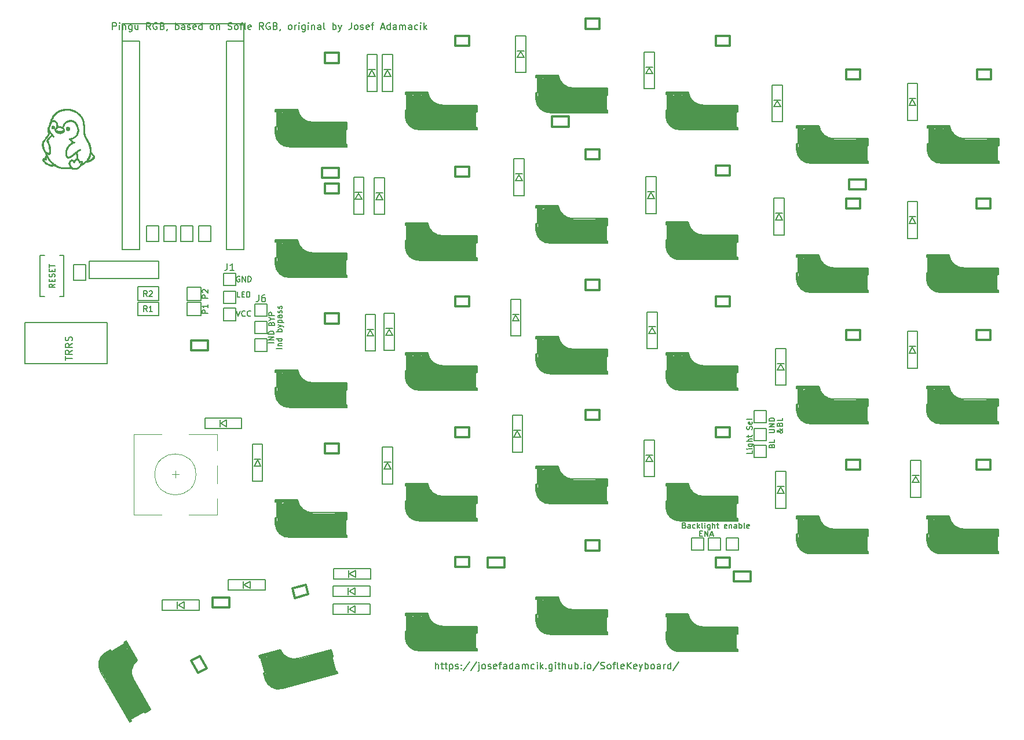
<source format=gto>
G04 #@! TF.GenerationSoftware,KiCad,Pcbnew,(5.1.10-1-10_14)*
G04 #@! TF.CreationDate,2021-06-06T18:52:18-07:00*
G04 #@! TF.ProjectId,Soflyria,536f666c-7972-4696-912e-6b696361645f,rev?*
G04 #@! TF.SameCoordinates,Original*
G04 #@! TF.FileFunction,Legend,Top*
G04 #@! TF.FilePolarity,Positive*
%FSLAX46Y46*%
G04 Gerber Fmt 4.6, Leading zero omitted, Abs format (unit mm)*
G04 Created by KiCad (PCBNEW (5.1.10-1-10_14)) date 2021-06-06 18:52:18*
%MOMM*%
%LPD*%
G01*
G04 APERTURE LIST*
%ADD10C,0.150000*%
%ADD11C,0.200000*%
%ADD12C,0.010000*%
%ADD13C,0.300000*%
%ADD14C,0.400000*%
%ADD15C,0.500000*%
%ADD16C,1.000000*%
%ADD17C,0.800000*%
%ADD18C,3.500000*%
%ADD19C,3.000000*%
%ADD20C,0.120000*%
G04 APERTURE END LIST*
D10*
X188761904Y-97780952D02*
X188761904Y-97819047D01*
X188723809Y-97895238D01*
X188609523Y-98009523D01*
X188380952Y-98200000D01*
X188266666Y-98276190D01*
X188152380Y-98314285D01*
X188076190Y-98314285D01*
X188000000Y-98276190D01*
X187961904Y-98200000D01*
X187961904Y-98161904D01*
X188000000Y-98085714D01*
X188076190Y-98047619D01*
X188114285Y-98047619D01*
X188190476Y-98085714D01*
X188228571Y-98123809D01*
X188380952Y-98352380D01*
X188419047Y-98390476D01*
X188495238Y-98428571D01*
X188609523Y-98428571D01*
X188685714Y-98390476D01*
X188723809Y-98352380D01*
X188761904Y-98276190D01*
X188761904Y-98161904D01*
X188723809Y-98085714D01*
X188685714Y-98047619D01*
X188533333Y-97933333D01*
X188419047Y-97895238D01*
X188342857Y-97895238D01*
X188342857Y-97171428D02*
X188380952Y-97057142D01*
X188419047Y-97019047D01*
X188495238Y-96980952D01*
X188609523Y-96980952D01*
X188685714Y-97019047D01*
X188723809Y-97057142D01*
X188761904Y-97133333D01*
X188761904Y-97438095D01*
X187961904Y-97438095D01*
X187961904Y-97171428D01*
X188000000Y-97095238D01*
X188038095Y-97057142D01*
X188114285Y-97019047D01*
X188190476Y-97019047D01*
X188266666Y-97057142D01*
X188304761Y-97095238D01*
X188342857Y-97171428D01*
X188342857Y-97438095D01*
X188761904Y-96257142D02*
X188761904Y-96638095D01*
X187961904Y-96638095D01*
D11*
X90821428Y-39452380D02*
X90821428Y-38452380D01*
X91202380Y-38452380D01*
X91297619Y-38500000D01*
X91345238Y-38547619D01*
X91392857Y-38642857D01*
X91392857Y-38785714D01*
X91345238Y-38880952D01*
X91297619Y-38928571D01*
X91202380Y-38976190D01*
X90821428Y-38976190D01*
X91821428Y-39452380D02*
X91821428Y-38785714D01*
X91821428Y-38452380D02*
X91773809Y-38500000D01*
X91821428Y-38547619D01*
X91869047Y-38500000D01*
X91821428Y-38452380D01*
X91821428Y-38547619D01*
X92297619Y-38785714D02*
X92297619Y-39452380D01*
X92297619Y-38880952D02*
X92345238Y-38833333D01*
X92440476Y-38785714D01*
X92583333Y-38785714D01*
X92678571Y-38833333D01*
X92726190Y-38928571D01*
X92726190Y-39452380D01*
X93630952Y-38785714D02*
X93630952Y-39595238D01*
X93583333Y-39690476D01*
X93535714Y-39738095D01*
X93440476Y-39785714D01*
X93297619Y-39785714D01*
X93202380Y-39738095D01*
X93630952Y-39404761D02*
X93535714Y-39452380D01*
X93345238Y-39452380D01*
X93250000Y-39404761D01*
X93202380Y-39357142D01*
X93154761Y-39261904D01*
X93154761Y-38976190D01*
X93202380Y-38880952D01*
X93250000Y-38833333D01*
X93345238Y-38785714D01*
X93535714Y-38785714D01*
X93630952Y-38833333D01*
X94535714Y-38785714D02*
X94535714Y-39452380D01*
X94107142Y-38785714D02*
X94107142Y-39309523D01*
X94154761Y-39404761D01*
X94250000Y-39452380D01*
X94392857Y-39452380D01*
X94488095Y-39404761D01*
X94535714Y-39357142D01*
X96345238Y-39452380D02*
X96011904Y-38976190D01*
X95773809Y-39452380D02*
X95773809Y-38452380D01*
X96154761Y-38452380D01*
X96250000Y-38500000D01*
X96297619Y-38547619D01*
X96345238Y-38642857D01*
X96345238Y-38785714D01*
X96297619Y-38880952D01*
X96250000Y-38928571D01*
X96154761Y-38976190D01*
X95773809Y-38976190D01*
X97297619Y-38500000D02*
X97202380Y-38452380D01*
X97059523Y-38452380D01*
X96916666Y-38500000D01*
X96821428Y-38595238D01*
X96773809Y-38690476D01*
X96726190Y-38880952D01*
X96726190Y-39023809D01*
X96773809Y-39214285D01*
X96821428Y-39309523D01*
X96916666Y-39404761D01*
X97059523Y-39452380D01*
X97154761Y-39452380D01*
X97297619Y-39404761D01*
X97345238Y-39357142D01*
X97345238Y-39023809D01*
X97154761Y-39023809D01*
X98107142Y-38928571D02*
X98250000Y-38976190D01*
X98297619Y-39023809D01*
X98345238Y-39119047D01*
X98345238Y-39261904D01*
X98297619Y-39357142D01*
X98250000Y-39404761D01*
X98154761Y-39452380D01*
X97773809Y-39452380D01*
X97773809Y-38452380D01*
X98107142Y-38452380D01*
X98202380Y-38500000D01*
X98250000Y-38547619D01*
X98297619Y-38642857D01*
X98297619Y-38738095D01*
X98250000Y-38833333D01*
X98202380Y-38880952D01*
X98107142Y-38928571D01*
X97773809Y-38928571D01*
X98821428Y-39404761D02*
X98821428Y-39452380D01*
X98773809Y-39547619D01*
X98726190Y-39595238D01*
X100011904Y-39452380D02*
X100011904Y-38452380D01*
X100011904Y-38833333D02*
X100107142Y-38785714D01*
X100297619Y-38785714D01*
X100392857Y-38833333D01*
X100440476Y-38880952D01*
X100488095Y-38976190D01*
X100488095Y-39261904D01*
X100440476Y-39357142D01*
X100392857Y-39404761D01*
X100297619Y-39452380D01*
X100107142Y-39452380D01*
X100011904Y-39404761D01*
X101345238Y-39452380D02*
X101345238Y-38928571D01*
X101297619Y-38833333D01*
X101202380Y-38785714D01*
X101011904Y-38785714D01*
X100916666Y-38833333D01*
X101345238Y-39404761D02*
X101250000Y-39452380D01*
X101011904Y-39452380D01*
X100916666Y-39404761D01*
X100869047Y-39309523D01*
X100869047Y-39214285D01*
X100916666Y-39119047D01*
X101011904Y-39071428D01*
X101250000Y-39071428D01*
X101345238Y-39023809D01*
X101773809Y-39404761D02*
X101869047Y-39452380D01*
X102059523Y-39452380D01*
X102154761Y-39404761D01*
X102202380Y-39309523D01*
X102202380Y-39261904D01*
X102154761Y-39166666D01*
X102059523Y-39119047D01*
X101916666Y-39119047D01*
X101821428Y-39071428D01*
X101773809Y-38976190D01*
X101773809Y-38928571D01*
X101821428Y-38833333D01*
X101916666Y-38785714D01*
X102059523Y-38785714D01*
X102154761Y-38833333D01*
X103011904Y-39404761D02*
X102916666Y-39452380D01*
X102726190Y-39452380D01*
X102630952Y-39404761D01*
X102583333Y-39309523D01*
X102583333Y-38928571D01*
X102630952Y-38833333D01*
X102726190Y-38785714D01*
X102916666Y-38785714D01*
X103011904Y-38833333D01*
X103059523Y-38928571D01*
X103059523Y-39023809D01*
X102583333Y-39119047D01*
X103916666Y-39452380D02*
X103916666Y-38452380D01*
X103916666Y-39404761D02*
X103821428Y-39452380D01*
X103630952Y-39452380D01*
X103535714Y-39404761D01*
X103488095Y-39357142D01*
X103440476Y-39261904D01*
X103440476Y-38976190D01*
X103488095Y-38880952D01*
X103535714Y-38833333D01*
X103630952Y-38785714D01*
X103821428Y-38785714D01*
X103916666Y-38833333D01*
X105297619Y-39452380D02*
X105202380Y-39404761D01*
X105154761Y-39357142D01*
X105107142Y-39261904D01*
X105107142Y-38976190D01*
X105154761Y-38880952D01*
X105202380Y-38833333D01*
X105297619Y-38785714D01*
X105440476Y-38785714D01*
X105535714Y-38833333D01*
X105583333Y-38880952D01*
X105630952Y-38976190D01*
X105630952Y-39261904D01*
X105583333Y-39357142D01*
X105535714Y-39404761D01*
X105440476Y-39452380D01*
X105297619Y-39452380D01*
X106059523Y-38785714D02*
X106059523Y-39452380D01*
X106059523Y-38880952D02*
X106107142Y-38833333D01*
X106202380Y-38785714D01*
X106345238Y-38785714D01*
X106440476Y-38833333D01*
X106488095Y-38928571D01*
X106488095Y-39452380D01*
X107678571Y-39404761D02*
X107821428Y-39452380D01*
X108059523Y-39452380D01*
X108154761Y-39404761D01*
X108202380Y-39357142D01*
X108250000Y-39261904D01*
X108250000Y-39166666D01*
X108202380Y-39071428D01*
X108154761Y-39023809D01*
X108059523Y-38976190D01*
X107869047Y-38928571D01*
X107773809Y-38880952D01*
X107726190Y-38833333D01*
X107678571Y-38738095D01*
X107678571Y-38642857D01*
X107726190Y-38547619D01*
X107773809Y-38500000D01*
X107869047Y-38452380D01*
X108107142Y-38452380D01*
X108250000Y-38500000D01*
X108821428Y-39452380D02*
X108726190Y-39404761D01*
X108678571Y-39357142D01*
X108630952Y-39261904D01*
X108630952Y-38976190D01*
X108678571Y-38880952D01*
X108726190Y-38833333D01*
X108821428Y-38785714D01*
X108964285Y-38785714D01*
X109059523Y-38833333D01*
X109107142Y-38880952D01*
X109154761Y-38976190D01*
X109154761Y-39261904D01*
X109107142Y-39357142D01*
X109059523Y-39404761D01*
X108964285Y-39452380D01*
X108821428Y-39452380D01*
X109440476Y-38785714D02*
X109821428Y-38785714D01*
X109583333Y-39452380D02*
X109583333Y-38595238D01*
X109630952Y-38500000D01*
X109726190Y-38452380D01*
X109821428Y-38452380D01*
X110297619Y-39452380D02*
X110202380Y-39404761D01*
X110154761Y-39309523D01*
X110154761Y-38452380D01*
X111059523Y-39404761D02*
X110964285Y-39452380D01*
X110773809Y-39452380D01*
X110678571Y-39404761D01*
X110630952Y-39309523D01*
X110630952Y-38928571D01*
X110678571Y-38833333D01*
X110773809Y-38785714D01*
X110964285Y-38785714D01*
X111059523Y-38833333D01*
X111107142Y-38928571D01*
X111107142Y-39023809D01*
X110630952Y-39119047D01*
X112869047Y-39452380D02*
X112535714Y-38976190D01*
X112297619Y-39452380D02*
X112297619Y-38452380D01*
X112678571Y-38452380D01*
X112773809Y-38500000D01*
X112821428Y-38547619D01*
X112869047Y-38642857D01*
X112869047Y-38785714D01*
X112821428Y-38880952D01*
X112773809Y-38928571D01*
X112678571Y-38976190D01*
X112297619Y-38976190D01*
X113821428Y-38500000D02*
X113726190Y-38452380D01*
X113583333Y-38452380D01*
X113440476Y-38500000D01*
X113345238Y-38595238D01*
X113297619Y-38690476D01*
X113250000Y-38880952D01*
X113250000Y-39023809D01*
X113297619Y-39214285D01*
X113345238Y-39309523D01*
X113440476Y-39404761D01*
X113583333Y-39452380D01*
X113678571Y-39452380D01*
X113821428Y-39404761D01*
X113869047Y-39357142D01*
X113869047Y-39023809D01*
X113678571Y-39023809D01*
X114630952Y-38928571D02*
X114773809Y-38976190D01*
X114821428Y-39023809D01*
X114869047Y-39119047D01*
X114869047Y-39261904D01*
X114821428Y-39357142D01*
X114773809Y-39404761D01*
X114678571Y-39452380D01*
X114297619Y-39452380D01*
X114297619Y-38452380D01*
X114630952Y-38452380D01*
X114726190Y-38500000D01*
X114773809Y-38547619D01*
X114821428Y-38642857D01*
X114821428Y-38738095D01*
X114773809Y-38833333D01*
X114726190Y-38880952D01*
X114630952Y-38928571D01*
X114297619Y-38928571D01*
X115345238Y-39404761D02*
X115345238Y-39452380D01*
X115297619Y-39547619D01*
X115250000Y-39595238D01*
X116678571Y-39452380D02*
X116583333Y-39404761D01*
X116535714Y-39357142D01*
X116488095Y-39261904D01*
X116488095Y-38976190D01*
X116535714Y-38880952D01*
X116583333Y-38833333D01*
X116678571Y-38785714D01*
X116821428Y-38785714D01*
X116916666Y-38833333D01*
X116964285Y-38880952D01*
X117011904Y-38976190D01*
X117011904Y-39261904D01*
X116964285Y-39357142D01*
X116916666Y-39404761D01*
X116821428Y-39452380D01*
X116678571Y-39452380D01*
X117440476Y-39452380D02*
X117440476Y-38785714D01*
X117440476Y-38976190D02*
X117488095Y-38880952D01*
X117535714Y-38833333D01*
X117630952Y-38785714D01*
X117726190Y-38785714D01*
X118059523Y-39452380D02*
X118059523Y-38785714D01*
X118059523Y-38452380D02*
X118011904Y-38500000D01*
X118059523Y-38547619D01*
X118107142Y-38500000D01*
X118059523Y-38452380D01*
X118059523Y-38547619D01*
X118964285Y-38785714D02*
X118964285Y-39595238D01*
X118916666Y-39690476D01*
X118869047Y-39738095D01*
X118773809Y-39785714D01*
X118630952Y-39785714D01*
X118535714Y-39738095D01*
X118964285Y-39404761D02*
X118869047Y-39452380D01*
X118678571Y-39452380D01*
X118583333Y-39404761D01*
X118535714Y-39357142D01*
X118488095Y-39261904D01*
X118488095Y-38976190D01*
X118535714Y-38880952D01*
X118583333Y-38833333D01*
X118678571Y-38785714D01*
X118869047Y-38785714D01*
X118964285Y-38833333D01*
X119440476Y-39452380D02*
X119440476Y-38785714D01*
X119440476Y-38452380D02*
X119392857Y-38500000D01*
X119440476Y-38547619D01*
X119488095Y-38500000D01*
X119440476Y-38452380D01*
X119440476Y-38547619D01*
X119916666Y-38785714D02*
X119916666Y-39452380D01*
X119916666Y-38880952D02*
X119964285Y-38833333D01*
X120059523Y-38785714D01*
X120202380Y-38785714D01*
X120297619Y-38833333D01*
X120345238Y-38928571D01*
X120345238Y-39452380D01*
X121250000Y-39452380D02*
X121250000Y-38928571D01*
X121202380Y-38833333D01*
X121107142Y-38785714D01*
X120916666Y-38785714D01*
X120821428Y-38833333D01*
X121250000Y-39404761D02*
X121154761Y-39452380D01*
X120916666Y-39452380D01*
X120821428Y-39404761D01*
X120773809Y-39309523D01*
X120773809Y-39214285D01*
X120821428Y-39119047D01*
X120916666Y-39071428D01*
X121154761Y-39071428D01*
X121250000Y-39023809D01*
X121869047Y-39452380D02*
X121773809Y-39404761D01*
X121726190Y-39309523D01*
X121726190Y-38452380D01*
X123011904Y-39452380D02*
X123011904Y-38452380D01*
X123011904Y-38833333D02*
X123107142Y-38785714D01*
X123297619Y-38785714D01*
X123392857Y-38833333D01*
X123440476Y-38880952D01*
X123488095Y-38976190D01*
X123488095Y-39261904D01*
X123440476Y-39357142D01*
X123392857Y-39404761D01*
X123297619Y-39452380D01*
X123107142Y-39452380D01*
X123011904Y-39404761D01*
X123821428Y-38785714D02*
X124059523Y-39452380D01*
X124297619Y-38785714D02*
X124059523Y-39452380D01*
X123964285Y-39690476D01*
X123916666Y-39738095D01*
X123821428Y-39785714D01*
X125726190Y-38452380D02*
X125726190Y-39166666D01*
X125678571Y-39309523D01*
X125583333Y-39404761D01*
X125440476Y-39452380D01*
X125345238Y-39452380D01*
X126345238Y-39452380D02*
X126250000Y-39404761D01*
X126202380Y-39357142D01*
X126154761Y-39261904D01*
X126154761Y-38976190D01*
X126202380Y-38880952D01*
X126250000Y-38833333D01*
X126345238Y-38785714D01*
X126488095Y-38785714D01*
X126583333Y-38833333D01*
X126630952Y-38880952D01*
X126678571Y-38976190D01*
X126678571Y-39261904D01*
X126630952Y-39357142D01*
X126583333Y-39404761D01*
X126488095Y-39452380D01*
X126345238Y-39452380D01*
X127059523Y-39404761D02*
X127154761Y-39452380D01*
X127345238Y-39452380D01*
X127440476Y-39404761D01*
X127488095Y-39309523D01*
X127488095Y-39261904D01*
X127440476Y-39166666D01*
X127345238Y-39119047D01*
X127202380Y-39119047D01*
X127107142Y-39071428D01*
X127059523Y-38976190D01*
X127059523Y-38928571D01*
X127107142Y-38833333D01*
X127202380Y-38785714D01*
X127345238Y-38785714D01*
X127440476Y-38833333D01*
X128297619Y-39404761D02*
X128202380Y-39452380D01*
X128011904Y-39452380D01*
X127916666Y-39404761D01*
X127869047Y-39309523D01*
X127869047Y-38928571D01*
X127916666Y-38833333D01*
X128011904Y-38785714D01*
X128202380Y-38785714D01*
X128297619Y-38833333D01*
X128345238Y-38928571D01*
X128345238Y-39023809D01*
X127869047Y-39119047D01*
X128630952Y-38785714D02*
X129011904Y-38785714D01*
X128773809Y-39452380D02*
X128773809Y-38595238D01*
X128821428Y-38500000D01*
X128916666Y-38452380D01*
X129011904Y-38452380D01*
X130059523Y-39166666D02*
X130535714Y-39166666D01*
X129964285Y-39452380D02*
X130297619Y-38452380D01*
X130630952Y-39452380D01*
X131392857Y-39452380D02*
X131392857Y-38452380D01*
X131392857Y-39404761D02*
X131297619Y-39452380D01*
X131107142Y-39452380D01*
X131011904Y-39404761D01*
X130964285Y-39357142D01*
X130916666Y-39261904D01*
X130916666Y-38976190D01*
X130964285Y-38880952D01*
X131011904Y-38833333D01*
X131107142Y-38785714D01*
X131297619Y-38785714D01*
X131392857Y-38833333D01*
X132297619Y-39452380D02*
X132297619Y-38928571D01*
X132250000Y-38833333D01*
X132154761Y-38785714D01*
X131964285Y-38785714D01*
X131869047Y-38833333D01*
X132297619Y-39404761D02*
X132202380Y-39452380D01*
X131964285Y-39452380D01*
X131869047Y-39404761D01*
X131821428Y-39309523D01*
X131821428Y-39214285D01*
X131869047Y-39119047D01*
X131964285Y-39071428D01*
X132202380Y-39071428D01*
X132297619Y-39023809D01*
X132773809Y-39452380D02*
X132773809Y-38785714D01*
X132773809Y-38880952D02*
X132821428Y-38833333D01*
X132916666Y-38785714D01*
X133059523Y-38785714D01*
X133154761Y-38833333D01*
X133202380Y-38928571D01*
X133202380Y-39452380D01*
X133202380Y-38928571D02*
X133250000Y-38833333D01*
X133345238Y-38785714D01*
X133488095Y-38785714D01*
X133583333Y-38833333D01*
X133630952Y-38928571D01*
X133630952Y-39452380D01*
X134535714Y-39452380D02*
X134535714Y-38928571D01*
X134488095Y-38833333D01*
X134392857Y-38785714D01*
X134202380Y-38785714D01*
X134107142Y-38833333D01*
X134535714Y-39404761D02*
X134440476Y-39452380D01*
X134202380Y-39452380D01*
X134107142Y-39404761D01*
X134059523Y-39309523D01*
X134059523Y-39214285D01*
X134107142Y-39119047D01*
X134202380Y-39071428D01*
X134440476Y-39071428D01*
X134535714Y-39023809D01*
X135440476Y-39404761D02*
X135345238Y-39452380D01*
X135154761Y-39452380D01*
X135059523Y-39404761D01*
X135011904Y-39357142D01*
X134964285Y-39261904D01*
X134964285Y-38976190D01*
X135011904Y-38880952D01*
X135059523Y-38833333D01*
X135154761Y-38785714D01*
X135345238Y-38785714D01*
X135440476Y-38833333D01*
X135869047Y-39452380D02*
X135869047Y-38785714D01*
X135869047Y-38452380D02*
X135821428Y-38500000D01*
X135869047Y-38547619D01*
X135916666Y-38500000D01*
X135869047Y-38452380D01*
X135869047Y-38547619D01*
X136345238Y-39452380D02*
X136345238Y-38452380D01*
X136440476Y-39071428D02*
X136726190Y-39452380D01*
X136726190Y-38785714D02*
X136345238Y-39166666D01*
D10*
X138035714Y-132952380D02*
X138035714Y-131952380D01*
X138464285Y-132952380D02*
X138464285Y-132428571D01*
X138416666Y-132333333D01*
X138321428Y-132285714D01*
X138178571Y-132285714D01*
X138083333Y-132333333D01*
X138035714Y-132380952D01*
X138797619Y-132285714D02*
X139178571Y-132285714D01*
X138940476Y-131952380D02*
X138940476Y-132809523D01*
X138988095Y-132904761D01*
X139083333Y-132952380D01*
X139178571Y-132952380D01*
X139369047Y-132285714D02*
X139750000Y-132285714D01*
X139511904Y-131952380D02*
X139511904Y-132809523D01*
X139559523Y-132904761D01*
X139654761Y-132952380D01*
X139750000Y-132952380D01*
X140083333Y-132285714D02*
X140083333Y-133285714D01*
X140083333Y-132333333D02*
X140178571Y-132285714D01*
X140369047Y-132285714D01*
X140464285Y-132333333D01*
X140511904Y-132380952D01*
X140559523Y-132476190D01*
X140559523Y-132761904D01*
X140511904Y-132857142D01*
X140464285Y-132904761D01*
X140369047Y-132952380D01*
X140178571Y-132952380D01*
X140083333Y-132904761D01*
X140940476Y-132904761D02*
X141035714Y-132952380D01*
X141226190Y-132952380D01*
X141321428Y-132904761D01*
X141369047Y-132809523D01*
X141369047Y-132761904D01*
X141321428Y-132666666D01*
X141226190Y-132619047D01*
X141083333Y-132619047D01*
X140988095Y-132571428D01*
X140940476Y-132476190D01*
X140940476Y-132428571D01*
X140988095Y-132333333D01*
X141083333Y-132285714D01*
X141226190Y-132285714D01*
X141321428Y-132333333D01*
X141797619Y-132857142D02*
X141845238Y-132904761D01*
X141797619Y-132952380D01*
X141750000Y-132904761D01*
X141797619Y-132857142D01*
X141797619Y-132952380D01*
X141797619Y-132333333D02*
X141845238Y-132380952D01*
X141797619Y-132428571D01*
X141750000Y-132380952D01*
X141797619Y-132333333D01*
X141797619Y-132428571D01*
X142988095Y-131904761D02*
X142130952Y-133190476D01*
X144035714Y-131904761D02*
X143178571Y-133190476D01*
X144369047Y-132285714D02*
X144369047Y-133142857D01*
X144321428Y-133238095D01*
X144226190Y-133285714D01*
X144178571Y-133285714D01*
X144369047Y-131952380D02*
X144321428Y-132000000D01*
X144369047Y-132047619D01*
X144416666Y-132000000D01*
X144369047Y-131952380D01*
X144369047Y-132047619D01*
X144988095Y-132952380D02*
X144892857Y-132904761D01*
X144845238Y-132857142D01*
X144797619Y-132761904D01*
X144797619Y-132476190D01*
X144845238Y-132380952D01*
X144892857Y-132333333D01*
X144988095Y-132285714D01*
X145130952Y-132285714D01*
X145226190Y-132333333D01*
X145273809Y-132380952D01*
X145321428Y-132476190D01*
X145321428Y-132761904D01*
X145273809Y-132857142D01*
X145226190Y-132904761D01*
X145130952Y-132952380D01*
X144988095Y-132952380D01*
X145702380Y-132904761D02*
X145797619Y-132952380D01*
X145988095Y-132952380D01*
X146083333Y-132904761D01*
X146130952Y-132809523D01*
X146130952Y-132761904D01*
X146083333Y-132666666D01*
X145988095Y-132619047D01*
X145845238Y-132619047D01*
X145750000Y-132571428D01*
X145702380Y-132476190D01*
X145702380Y-132428571D01*
X145750000Y-132333333D01*
X145845238Y-132285714D01*
X145988095Y-132285714D01*
X146083333Y-132333333D01*
X146940476Y-132904761D02*
X146845238Y-132952380D01*
X146654761Y-132952380D01*
X146559523Y-132904761D01*
X146511904Y-132809523D01*
X146511904Y-132428571D01*
X146559523Y-132333333D01*
X146654761Y-132285714D01*
X146845238Y-132285714D01*
X146940476Y-132333333D01*
X146988095Y-132428571D01*
X146988095Y-132523809D01*
X146511904Y-132619047D01*
X147273809Y-132285714D02*
X147654761Y-132285714D01*
X147416666Y-132952380D02*
X147416666Y-132095238D01*
X147464285Y-132000000D01*
X147559523Y-131952380D01*
X147654761Y-131952380D01*
X148416666Y-132952380D02*
X148416666Y-132428571D01*
X148369047Y-132333333D01*
X148273809Y-132285714D01*
X148083333Y-132285714D01*
X147988095Y-132333333D01*
X148416666Y-132904761D02*
X148321428Y-132952380D01*
X148083333Y-132952380D01*
X147988095Y-132904761D01*
X147940476Y-132809523D01*
X147940476Y-132714285D01*
X147988095Y-132619047D01*
X148083333Y-132571428D01*
X148321428Y-132571428D01*
X148416666Y-132523809D01*
X149321428Y-132952380D02*
X149321428Y-131952380D01*
X149321428Y-132904761D02*
X149226190Y-132952380D01*
X149035714Y-132952380D01*
X148940476Y-132904761D01*
X148892857Y-132857142D01*
X148845238Y-132761904D01*
X148845238Y-132476190D01*
X148892857Y-132380952D01*
X148940476Y-132333333D01*
X149035714Y-132285714D01*
X149226190Y-132285714D01*
X149321428Y-132333333D01*
X150226190Y-132952380D02*
X150226190Y-132428571D01*
X150178571Y-132333333D01*
X150083333Y-132285714D01*
X149892857Y-132285714D01*
X149797619Y-132333333D01*
X150226190Y-132904761D02*
X150130952Y-132952380D01*
X149892857Y-132952380D01*
X149797619Y-132904761D01*
X149750000Y-132809523D01*
X149750000Y-132714285D01*
X149797619Y-132619047D01*
X149892857Y-132571428D01*
X150130952Y-132571428D01*
X150226190Y-132523809D01*
X150702380Y-132952380D02*
X150702380Y-132285714D01*
X150702380Y-132380952D02*
X150750000Y-132333333D01*
X150845238Y-132285714D01*
X150988095Y-132285714D01*
X151083333Y-132333333D01*
X151130952Y-132428571D01*
X151130952Y-132952380D01*
X151130952Y-132428571D02*
X151178571Y-132333333D01*
X151273809Y-132285714D01*
X151416666Y-132285714D01*
X151511904Y-132333333D01*
X151559523Y-132428571D01*
X151559523Y-132952380D01*
X152464285Y-132904761D02*
X152369047Y-132952380D01*
X152178571Y-132952380D01*
X152083333Y-132904761D01*
X152035714Y-132857142D01*
X151988095Y-132761904D01*
X151988095Y-132476190D01*
X152035714Y-132380952D01*
X152083333Y-132333333D01*
X152178571Y-132285714D01*
X152369047Y-132285714D01*
X152464285Y-132333333D01*
X152892857Y-132952380D02*
X152892857Y-132285714D01*
X152892857Y-131952380D02*
X152845238Y-132000000D01*
X152892857Y-132047619D01*
X152940476Y-132000000D01*
X152892857Y-131952380D01*
X152892857Y-132047619D01*
X153369047Y-132952380D02*
X153369047Y-131952380D01*
X153464285Y-132571428D02*
X153750000Y-132952380D01*
X153750000Y-132285714D02*
X153369047Y-132666666D01*
X154178571Y-132857142D02*
X154226190Y-132904761D01*
X154178571Y-132952380D01*
X154130952Y-132904761D01*
X154178571Y-132857142D01*
X154178571Y-132952380D01*
X155083333Y-132285714D02*
X155083333Y-133095238D01*
X155035714Y-133190476D01*
X154988095Y-133238095D01*
X154892857Y-133285714D01*
X154750000Y-133285714D01*
X154654761Y-133238095D01*
X155083333Y-132904761D02*
X154988095Y-132952380D01*
X154797619Y-132952380D01*
X154702380Y-132904761D01*
X154654761Y-132857142D01*
X154607142Y-132761904D01*
X154607142Y-132476190D01*
X154654761Y-132380952D01*
X154702380Y-132333333D01*
X154797619Y-132285714D01*
X154988095Y-132285714D01*
X155083333Y-132333333D01*
X155559523Y-132952380D02*
X155559523Y-132285714D01*
X155559523Y-131952380D02*
X155511904Y-132000000D01*
X155559523Y-132047619D01*
X155607142Y-132000000D01*
X155559523Y-131952380D01*
X155559523Y-132047619D01*
X155892857Y-132285714D02*
X156273809Y-132285714D01*
X156035714Y-131952380D02*
X156035714Y-132809523D01*
X156083333Y-132904761D01*
X156178571Y-132952380D01*
X156273809Y-132952380D01*
X156607142Y-132952380D02*
X156607142Y-131952380D01*
X157035714Y-132952380D02*
X157035714Y-132428571D01*
X156988095Y-132333333D01*
X156892857Y-132285714D01*
X156750000Y-132285714D01*
X156654761Y-132333333D01*
X156607142Y-132380952D01*
X157940476Y-132285714D02*
X157940476Y-132952380D01*
X157511904Y-132285714D02*
X157511904Y-132809523D01*
X157559523Y-132904761D01*
X157654761Y-132952380D01*
X157797619Y-132952380D01*
X157892857Y-132904761D01*
X157940476Y-132857142D01*
X158416666Y-132952380D02*
X158416666Y-131952380D01*
X158416666Y-132333333D02*
X158511904Y-132285714D01*
X158702380Y-132285714D01*
X158797619Y-132333333D01*
X158845238Y-132380952D01*
X158892857Y-132476190D01*
X158892857Y-132761904D01*
X158845238Y-132857142D01*
X158797619Y-132904761D01*
X158702380Y-132952380D01*
X158511904Y-132952380D01*
X158416666Y-132904761D01*
X159321428Y-132857142D02*
X159369047Y-132904761D01*
X159321428Y-132952380D01*
X159273809Y-132904761D01*
X159321428Y-132857142D01*
X159321428Y-132952380D01*
X159797619Y-132952380D02*
X159797619Y-132285714D01*
X159797619Y-131952380D02*
X159750000Y-132000000D01*
X159797619Y-132047619D01*
X159845238Y-132000000D01*
X159797619Y-131952380D01*
X159797619Y-132047619D01*
X160416666Y-132952380D02*
X160321428Y-132904761D01*
X160273809Y-132857142D01*
X160226190Y-132761904D01*
X160226190Y-132476190D01*
X160273809Y-132380952D01*
X160321428Y-132333333D01*
X160416666Y-132285714D01*
X160559523Y-132285714D01*
X160654761Y-132333333D01*
X160702380Y-132380952D01*
X160750000Y-132476190D01*
X160750000Y-132761904D01*
X160702380Y-132857142D01*
X160654761Y-132904761D01*
X160559523Y-132952380D01*
X160416666Y-132952380D01*
X161892857Y-131904761D02*
X161035714Y-133190476D01*
X162178571Y-132904761D02*
X162321428Y-132952380D01*
X162559523Y-132952380D01*
X162654761Y-132904761D01*
X162702380Y-132857142D01*
X162750000Y-132761904D01*
X162750000Y-132666666D01*
X162702380Y-132571428D01*
X162654761Y-132523809D01*
X162559523Y-132476190D01*
X162369047Y-132428571D01*
X162273809Y-132380952D01*
X162226190Y-132333333D01*
X162178571Y-132238095D01*
X162178571Y-132142857D01*
X162226190Y-132047619D01*
X162273809Y-132000000D01*
X162369047Y-131952380D01*
X162607142Y-131952380D01*
X162750000Y-132000000D01*
X163321428Y-132952380D02*
X163226190Y-132904761D01*
X163178571Y-132857142D01*
X163130952Y-132761904D01*
X163130952Y-132476190D01*
X163178571Y-132380952D01*
X163226190Y-132333333D01*
X163321428Y-132285714D01*
X163464285Y-132285714D01*
X163559523Y-132333333D01*
X163607142Y-132380952D01*
X163654761Y-132476190D01*
X163654761Y-132761904D01*
X163607142Y-132857142D01*
X163559523Y-132904761D01*
X163464285Y-132952380D01*
X163321428Y-132952380D01*
X163940476Y-132285714D02*
X164321428Y-132285714D01*
X164083333Y-132952380D02*
X164083333Y-132095238D01*
X164130952Y-132000000D01*
X164226190Y-131952380D01*
X164321428Y-131952380D01*
X164797619Y-132952380D02*
X164702380Y-132904761D01*
X164654761Y-132809523D01*
X164654761Y-131952380D01*
X165559523Y-132904761D02*
X165464285Y-132952380D01*
X165273809Y-132952380D01*
X165178571Y-132904761D01*
X165130952Y-132809523D01*
X165130952Y-132428571D01*
X165178571Y-132333333D01*
X165273809Y-132285714D01*
X165464285Y-132285714D01*
X165559523Y-132333333D01*
X165607142Y-132428571D01*
X165607142Y-132523809D01*
X165130952Y-132619047D01*
X166035714Y-132952380D02*
X166035714Y-131952380D01*
X166607142Y-132952380D02*
X166178571Y-132380952D01*
X166607142Y-131952380D02*
X166035714Y-132523809D01*
X167416666Y-132904761D02*
X167321428Y-132952380D01*
X167130952Y-132952380D01*
X167035714Y-132904761D01*
X166988095Y-132809523D01*
X166988095Y-132428571D01*
X167035714Y-132333333D01*
X167130952Y-132285714D01*
X167321428Y-132285714D01*
X167416666Y-132333333D01*
X167464285Y-132428571D01*
X167464285Y-132523809D01*
X166988095Y-132619047D01*
X167797619Y-132285714D02*
X168035714Y-132952380D01*
X168273809Y-132285714D02*
X168035714Y-132952380D01*
X167940476Y-133190476D01*
X167892857Y-133238095D01*
X167797619Y-133285714D01*
X168654761Y-132952380D02*
X168654761Y-131952380D01*
X168654761Y-132333333D02*
X168750000Y-132285714D01*
X168940476Y-132285714D01*
X169035714Y-132333333D01*
X169083333Y-132380952D01*
X169130952Y-132476190D01*
X169130952Y-132761904D01*
X169083333Y-132857142D01*
X169035714Y-132904761D01*
X168940476Y-132952380D01*
X168750000Y-132952380D01*
X168654761Y-132904761D01*
X169702380Y-132952380D02*
X169607142Y-132904761D01*
X169559523Y-132857142D01*
X169511904Y-132761904D01*
X169511904Y-132476190D01*
X169559523Y-132380952D01*
X169607142Y-132333333D01*
X169702380Y-132285714D01*
X169845238Y-132285714D01*
X169940476Y-132333333D01*
X169988095Y-132380952D01*
X170035714Y-132476190D01*
X170035714Y-132761904D01*
X169988095Y-132857142D01*
X169940476Y-132904761D01*
X169845238Y-132952380D01*
X169702380Y-132952380D01*
X170892857Y-132952380D02*
X170892857Y-132428571D01*
X170845238Y-132333333D01*
X170749999Y-132285714D01*
X170559523Y-132285714D01*
X170464285Y-132333333D01*
X170892857Y-132904761D02*
X170797619Y-132952380D01*
X170559523Y-132952380D01*
X170464285Y-132904761D01*
X170416666Y-132809523D01*
X170416666Y-132714285D01*
X170464285Y-132619047D01*
X170559523Y-132571428D01*
X170797619Y-132571428D01*
X170892857Y-132523809D01*
X171369047Y-132952380D02*
X171369047Y-132285714D01*
X171369047Y-132476190D02*
X171416666Y-132380952D01*
X171464285Y-132333333D01*
X171559523Y-132285714D01*
X171654761Y-132285714D01*
X172416666Y-132952380D02*
X172416666Y-131952380D01*
X172416666Y-132904761D02*
X172321428Y-132952380D01*
X172130952Y-132952380D01*
X172035714Y-132904761D01*
X171988095Y-132857142D01*
X171940476Y-132761904D01*
X171940476Y-132476190D01*
X171988095Y-132380952D01*
X172035714Y-132333333D01*
X172130952Y-132285714D01*
X172321428Y-132285714D01*
X172416666Y-132333333D01*
X173607142Y-131904761D02*
X172749999Y-133190476D01*
X115561904Y-86066666D02*
X114761904Y-86066666D01*
X115028571Y-85685714D02*
X115561904Y-85685714D01*
X115104761Y-85685714D02*
X115066666Y-85647619D01*
X115028571Y-85571428D01*
X115028571Y-85457142D01*
X115066666Y-85380952D01*
X115142857Y-85342857D01*
X115561904Y-85342857D01*
X115561904Y-84619047D02*
X114761904Y-84619047D01*
X115523809Y-84619047D02*
X115561904Y-84695238D01*
X115561904Y-84847619D01*
X115523809Y-84923809D01*
X115485714Y-84961904D01*
X115409523Y-85000000D01*
X115180952Y-85000000D01*
X115104761Y-84961904D01*
X115066666Y-84923809D01*
X115028571Y-84847619D01*
X115028571Y-84695238D01*
X115066666Y-84619047D01*
X115561904Y-83628571D02*
X114761904Y-83628571D01*
X115066666Y-83628571D02*
X115028571Y-83552380D01*
X115028571Y-83400000D01*
X115066666Y-83323809D01*
X115104761Y-83285714D01*
X115180952Y-83247619D01*
X115409523Y-83247619D01*
X115485714Y-83285714D01*
X115523809Y-83323809D01*
X115561904Y-83400000D01*
X115561904Y-83552380D01*
X115523809Y-83628571D01*
X115028571Y-82980952D02*
X115561904Y-82790476D01*
X115028571Y-82600000D02*
X115561904Y-82790476D01*
X115752380Y-82866666D01*
X115790476Y-82904761D01*
X115828571Y-82980952D01*
X115028571Y-82295238D02*
X115828571Y-82295238D01*
X115066666Y-82295238D02*
X115028571Y-82219047D01*
X115028571Y-82066666D01*
X115066666Y-81990476D01*
X115104761Y-81952380D01*
X115180952Y-81914285D01*
X115409523Y-81914285D01*
X115485714Y-81952380D01*
X115523809Y-81990476D01*
X115561904Y-82066666D01*
X115561904Y-82219047D01*
X115523809Y-82295238D01*
X115561904Y-81228571D02*
X115142857Y-81228571D01*
X115066666Y-81266666D01*
X115028571Y-81342857D01*
X115028571Y-81495238D01*
X115066666Y-81571428D01*
X115523809Y-81228571D02*
X115561904Y-81304761D01*
X115561904Y-81495238D01*
X115523809Y-81571428D01*
X115447619Y-81609523D01*
X115371428Y-81609523D01*
X115295238Y-81571428D01*
X115257142Y-81495238D01*
X115257142Y-81304761D01*
X115219047Y-81228571D01*
X115523809Y-80885714D02*
X115561904Y-80809523D01*
X115561904Y-80657142D01*
X115523809Y-80580952D01*
X115447619Y-80542857D01*
X115409523Y-80542857D01*
X115333333Y-80580952D01*
X115295238Y-80657142D01*
X115295238Y-80771428D01*
X115257142Y-80847619D01*
X115180952Y-80885714D01*
X115142857Y-80885714D01*
X115066666Y-80847619D01*
X115028571Y-80771428D01*
X115028571Y-80657142D01*
X115066666Y-80580952D01*
X115523809Y-80238095D02*
X115561904Y-80161904D01*
X115561904Y-80009523D01*
X115523809Y-79933333D01*
X115447619Y-79895238D01*
X115409523Y-79895238D01*
X115333333Y-79933333D01*
X115295238Y-80009523D01*
X115295238Y-80123809D01*
X115257142Y-80200000D01*
X115180952Y-80238095D01*
X115142857Y-80238095D01*
X115066666Y-80200000D01*
X115028571Y-80123809D01*
X115028571Y-80009523D01*
X115066666Y-79933333D01*
X184301904Y-101043333D02*
X184301904Y-101424285D01*
X183501904Y-101424285D01*
X184301904Y-100776666D02*
X183768571Y-100776666D01*
X183501904Y-100776666D02*
X183540000Y-100814761D01*
X183578095Y-100776666D01*
X183540000Y-100738571D01*
X183501904Y-100776666D01*
X183578095Y-100776666D01*
X183768571Y-100052857D02*
X184416190Y-100052857D01*
X184492380Y-100090952D01*
X184530476Y-100129047D01*
X184568571Y-100205238D01*
X184568571Y-100319523D01*
X184530476Y-100395714D01*
X184263809Y-100052857D02*
X184301904Y-100129047D01*
X184301904Y-100281428D01*
X184263809Y-100357619D01*
X184225714Y-100395714D01*
X184149523Y-100433809D01*
X183920952Y-100433809D01*
X183844761Y-100395714D01*
X183806666Y-100357619D01*
X183768571Y-100281428D01*
X183768571Y-100129047D01*
X183806666Y-100052857D01*
X184301904Y-99671904D02*
X183501904Y-99671904D01*
X184301904Y-99329047D02*
X183882857Y-99329047D01*
X183806666Y-99367142D01*
X183768571Y-99443333D01*
X183768571Y-99557619D01*
X183806666Y-99633809D01*
X183844761Y-99671904D01*
X183768571Y-99062380D02*
X183768571Y-98757619D01*
X183501904Y-98948095D02*
X184187619Y-98948095D01*
X184263809Y-98910000D01*
X184301904Y-98833809D01*
X184301904Y-98757619D01*
X184263809Y-97919523D02*
X184301904Y-97805238D01*
X184301904Y-97614761D01*
X184263809Y-97538571D01*
X184225714Y-97500476D01*
X184149523Y-97462380D01*
X184073333Y-97462380D01*
X183997142Y-97500476D01*
X183959047Y-97538571D01*
X183920952Y-97614761D01*
X183882857Y-97767142D01*
X183844761Y-97843333D01*
X183806666Y-97881428D01*
X183730476Y-97919523D01*
X183654285Y-97919523D01*
X183578095Y-97881428D01*
X183540000Y-97843333D01*
X183501904Y-97767142D01*
X183501904Y-97576666D01*
X183540000Y-97462380D01*
X184263809Y-96814761D02*
X184301904Y-96890952D01*
X184301904Y-97043333D01*
X184263809Y-97119523D01*
X184187619Y-97157619D01*
X183882857Y-97157619D01*
X183806666Y-97119523D01*
X183768571Y-97043333D01*
X183768571Y-96890952D01*
X183806666Y-96814761D01*
X183882857Y-96776666D01*
X183959047Y-96776666D01*
X184035238Y-97157619D01*
X184301904Y-96319523D02*
X184263809Y-96395714D01*
X184187619Y-96433809D01*
X183501904Y-96433809D01*
X187182857Y-100326666D02*
X187220952Y-100212380D01*
X187259047Y-100174285D01*
X187335238Y-100136190D01*
X187449523Y-100136190D01*
X187525714Y-100174285D01*
X187563809Y-100212380D01*
X187601904Y-100288571D01*
X187601904Y-100593333D01*
X186801904Y-100593333D01*
X186801904Y-100326666D01*
X186840000Y-100250476D01*
X186878095Y-100212380D01*
X186954285Y-100174285D01*
X187030476Y-100174285D01*
X187106666Y-100212380D01*
X187144761Y-100250476D01*
X187182857Y-100326666D01*
X187182857Y-100593333D01*
X187601904Y-99412380D02*
X187601904Y-99793333D01*
X186801904Y-99793333D01*
X186781904Y-98377619D02*
X187429523Y-98377619D01*
X187505714Y-98339523D01*
X187543809Y-98301428D01*
X187581904Y-98225238D01*
X187581904Y-98072857D01*
X187543809Y-97996666D01*
X187505714Y-97958571D01*
X187429523Y-97920476D01*
X186781904Y-97920476D01*
X187581904Y-97539523D02*
X186781904Y-97539523D01*
X187581904Y-97082380D01*
X186781904Y-97082380D01*
X187581904Y-96701428D02*
X186781904Y-96701428D01*
X186781904Y-96510952D01*
X186820000Y-96396666D01*
X186896190Y-96320476D01*
X186972380Y-96282380D01*
X187124761Y-96244285D01*
X187239047Y-96244285D01*
X187391428Y-96282380D01*
X187467619Y-96320476D01*
X187543809Y-96396666D01*
X187581904Y-96510952D01*
X187581904Y-96701428D01*
X114401904Y-85229047D02*
X113601904Y-85229047D01*
X114401904Y-84848095D02*
X113601904Y-84848095D01*
X114401904Y-84390952D01*
X113601904Y-84390952D01*
X114401904Y-84010000D02*
X113601904Y-84010000D01*
X113601904Y-83819523D01*
X113640000Y-83705238D01*
X113716190Y-83629047D01*
X113792380Y-83590952D01*
X113944761Y-83552857D01*
X114059047Y-83552857D01*
X114211428Y-83590952D01*
X114287619Y-83629047D01*
X114363809Y-83705238D01*
X114401904Y-83819523D01*
X114401904Y-84010000D01*
X174390476Y-111942857D02*
X174504761Y-111980952D01*
X174542857Y-112019047D01*
X174580952Y-112095238D01*
X174580952Y-112209523D01*
X174542857Y-112285714D01*
X174504761Y-112323809D01*
X174428571Y-112361904D01*
X174123809Y-112361904D01*
X174123809Y-111561904D01*
X174390476Y-111561904D01*
X174466666Y-111600000D01*
X174504761Y-111638095D01*
X174542857Y-111714285D01*
X174542857Y-111790476D01*
X174504761Y-111866666D01*
X174466666Y-111904761D01*
X174390476Y-111942857D01*
X174123809Y-111942857D01*
X175266666Y-112361904D02*
X175266666Y-111942857D01*
X175228571Y-111866666D01*
X175152380Y-111828571D01*
X175000000Y-111828571D01*
X174923809Y-111866666D01*
X175266666Y-112323809D02*
X175190476Y-112361904D01*
X175000000Y-112361904D01*
X174923809Y-112323809D01*
X174885714Y-112247619D01*
X174885714Y-112171428D01*
X174923809Y-112095238D01*
X175000000Y-112057142D01*
X175190476Y-112057142D01*
X175266666Y-112019047D01*
X175990476Y-112323809D02*
X175914285Y-112361904D01*
X175761904Y-112361904D01*
X175685714Y-112323809D01*
X175647619Y-112285714D01*
X175609523Y-112209523D01*
X175609523Y-111980952D01*
X175647619Y-111904761D01*
X175685714Y-111866666D01*
X175761904Y-111828571D01*
X175914285Y-111828571D01*
X175990476Y-111866666D01*
X176333333Y-112361904D02*
X176333333Y-111561904D01*
X176409523Y-112057142D02*
X176638095Y-112361904D01*
X176638095Y-111828571D02*
X176333333Y-112133333D01*
X177095238Y-112361904D02*
X177019047Y-112323809D01*
X176980952Y-112247619D01*
X176980952Y-111561904D01*
X177400000Y-112361904D02*
X177400000Y-111828571D01*
X177400000Y-111561904D02*
X177361904Y-111600000D01*
X177400000Y-111638095D01*
X177438095Y-111600000D01*
X177400000Y-111561904D01*
X177400000Y-111638095D01*
X178123809Y-111828571D02*
X178123809Y-112476190D01*
X178085714Y-112552380D01*
X178047619Y-112590476D01*
X177971428Y-112628571D01*
X177857142Y-112628571D01*
X177780952Y-112590476D01*
X178123809Y-112323809D02*
X178047619Y-112361904D01*
X177895238Y-112361904D01*
X177819047Y-112323809D01*
X177780952Y-112285714D01*
X177742857Y-112209523D01*
X177742857Y-111980952D01*
X177780952Y-111904761D01*
X177819047Y-111866666D01*
X177895238Y-111828571D01*
X178047619Y-111828571D01*
X178123809Y-111866666D01*
X178504761Y-112361904D02*
X178504761Y-111561904D01*
X178847619Y-112361904D02*
X178847619Y-111942857D01*
X178809523Y-111866666D01*
X178733333Y-111828571D01*
X178619047Y-111828571D01*
X178542857Y-111866666D01*
X178504761Y-111904761D01*
X179114285Y-111828571D02*
X179419047Y-111828571D01*
X179228571Y-111561904D02*
X179228571Y-112247619D01*
X179266666Y-112323809D01*
X179342857Y-112361904D01*
X179419047Y-112361904D01*
X180600000Y-112323809D02*
X180523809Y-112361904D01*
X180371428Y-112361904D01*
X180295238Y-112323809D01*
X180257142Y-112247619D01*
X180257142Y-111942857D01*
X180295238Y-111866666D01*
X180371428Y-111828571D01*
X180523809Y-111828571D01*
X180600000Y-111866666D01*
X180638095Y-111942857D01*
X180638095Y-112019047D01*
X180257142Y-112095238D01*
X180980952Y-111828571D02*
X180980952Y-112361904D01*
X180980952Y-111904761D02*
X181019047Y-111866666D01*
X181095238Y-111828571D01*
X181209523Y-111828571D01*
X181285714Y-111866666D01*
X181323809Y-111942857D01*
X181323809Y-112361904D01*
X182047619Y-112361904D02*
X182047619Y-111942857D01*
X182009523Y-111866666D01*
X181933333Y-111828571D01*
X181780952Y-111828571D01*
X181704761Y-111866666D01*
X182047619Y-112323809D02*
X181971428Y-112361904D01*
X181780952Y-112361904D01*
X181704761Y-112323809D01*
X181666666Y-112247619D01*
X181666666Y-112171428D01*
X181704761Y-112095238D01*
X181780952Y-112057142D01*
X181971428Y-112057142D01*
X182047619Y-112019047D01*
X182428571Y-112361904D02*
X182428571Y-111561904D01*
X182428571Y-111866666D02*
X182504761Y-111828571D01*
X182657142Y-111828571D01*
X182733333Y-111866666D01*
X182771428Y-111904761D01*
X182809523Y-111980952D01*
X182809523Y-112209523D01*
X182771428Y-112285714D01*
X182733333Y-112323809D01*
X182657142Y-112361904D01*
X182504761Y-112361904D01*
X182428571Y-112323809D01*
X183266666Y-112361904D02*
X183190476Y-112323809D01*
X183152380Y-112247619D01*
X183152380Y-111561904D01*
X183876190Y-112323809D02*
X183800000Y-112361904D01*
X183647619Y-112361904D01*
X183571428Y-112323809D01*
X183533333Y-112247619D01*
X183533333Y-111942857D01*
X183571428Y-111866666D01*
X183647619Y-111828571D01*
X183800000Y-111828571D01*
X183876190Y-111866666D01*
X183914285Y-111942857D01*
X183914285Y-112019047D01*
X183533333Y-112095238D01*
X176666666Y-113142857D02*
X176933333Y-113142857D01*
X177047619Y-113561904D02*
X176666666Y-113561904D01*
X176666666Y-112761904D01*
X177047619Y-112761904D01*
X177390476Y-113561904D02*
X177390476Y-112761904D01*
X177847619Y-113561904D01*
X177847619Y-112761904D01*
X178190476Y-113333333D02*
X178571428Y-113333333D01*
X178114285Y-113561904D02*
X178380952Y-112761904D01*
X178647619Y-113561904D01*
X114042857Y-82455714D02*
X114080952Y-82341428D01*
X114119047Y-82303333D01*
X114195238Y-82265238D01*
X114309523Y-82265238D01*
X114385714Y-82303333D01*
X114423809Y-82341428D01*
X114461904Y-82417619D01*
X114461904Y-82722380D01*
X113661904Y-82722380D01*
X113661904Y-82455714D01*
X113700000Y-82379523D01*
X113738095Y-82341428D01*
X113814285Y-82303333D01*
X113890476Y-82303333D01*
X113966666Y-82341428D01*
X114004761Y-82379523D01*
X114042857Y-82455714D01*
X114042857Y-82722380D01*
X114080952Y-81770000D02*
X114461904Y-81770000D01*
X113661904Y-82036666D02*
X114080952Y-81770000D01*
X113661904Y-81503333D01*
X114461904Y-81236666D02*
X113661904Y-81236666D01*
X113661904Y-80931904D01*
X113700000Y-80855714D01*
X113738095Y-80817619D01*
X113814285Y-80779523D01*
X113928571Y-80779523D01*
X114004761Y-80817619D01*
X114042857Y-80855714D01*
X114080952Y-80931904D01*
X114080952Y-81236666D01*
X108933333Y-80561904D02*
X109200000Y-81361904D01*
X109466666Y-80561904D01*
X110190476Y-81285714D02*
X110152380Y-81323809D01*
X110038095Y-81361904D01*
X109961904Y-81361904D01*
X109847619Y-81323809D01*
X109771428Y-81247619D01*
X109733333Y-81171428D01*
X109695238Y-81019047D01*
X109695238Y-80904761D01*
X109733333Y-80752380D01*
X109771428Y-80676190D01*
X109847619Y-80600000D01*
X109961904Y-80561904D01*
X110038095Y-80561904D01*
X110152380Y-80600000D01*
X110190476Y-80638095D01*
X110990476Y-81285714D02*
X110952380Y-81323809D01*
X110838095Y-81361904D01*
X110761904Y-81361904D01*
X110647619Y-81323809D01*
X110571428Y-81247619D01*
X110533333Y-81171428D01*
X110495238Y-81019047D01*
X110495238Y-80904761D01*
X110533333Y-80752380D01*
X110571428Y-80676190D01*
X110647619Y-80600000D01*
X110761904Y-80561904D01*
X110838095Y-80561904D01*
X110952380Y-80600000D01*
X110990476Y-80638095D01*
X109445714Y-78561904D02*
X109064761Y-78561904D01*
X109064761Y-77761904D01*
X109712380Y-78142857D02*
X109979047Y-78142857D01*
X110093333Y-78561904D02*
X109712380Y-78561904D01*
X109712380Y-77761904D01*
X110093333Y-77761904D01*
X110436190Y-78561904D02*
X110436190Y-77761904D01*
X110626666Y-77761904D01*
X110740952Y-77800000D01*
X110817142Y-77876190D01*
X110855238Y-77952380D01*
X110893333Y-78104761D01*
X110893333Y-78219047D01*
X110855238Y-78371428D01*
X110817142Y-78447619D01*
X110740952Y-78523809D01*
X110626666Y-78561904D01*
X110436190Y-78561904D01*
D12*
G36*
X84357423Y-51056141D02*
G01*
X84492980Y-51059557D01*
X84590056Y-51065238D01*
X84648436Y-51073173D01*
X84662294Y-51077606D01*
X84752907Y-51116590D01*
X84839870Y-51145764D01*
X84910462Y-51161100D01*
X84930333Y-51162461D01*
X84976980Y-51167978D01*
X85003207Y-51178964D01*
X85030019Y-51193577D01*
X85082427Y-51215995D01*
X85148769Y-51241247D01*
X85290607Y-51299570D01*
X85438016Y-51372568D01*
X85575781Y-51452180D01*
X85676307Y-51520815D01*
X85784496Y-51610635D01*
X85902156Y-51721857D01*
X86021419Y-51845868D01*
X86134416Y-51974051D01*
X86233280Y-52097792D01*
X86310141Y-52208477D01*
X86321600Y-52227308D01*
X86351380Y-52275929D01*
X86373362Y-52308796D01*
X86378661Y-52315231D01*
X86401002Y-52345893D01*
X86433679Y-52403363D01*
X86472122Y-52478324D01*
X86511758Y-52561463D01*
X86548015Y-52643465D01*
X86576323Y-52715015D01*
X86580040Y-52725538D01*
X86602107Y-52804220D01*
X86625935Y-52915420D01*
X86650356Y-53052689D01*
X86674200Y-53209579D01*
X86691594Y-53341000D01*
X86697840Y-53412378D01*
X86703192Y-53514464D01*
X86707395Y-53638895D01*
X86710193Y-53777306D01*
X86711332Y-53921333D01*
X86711236Y-53985769D01*
X86711498Y-54146833D01*
X86713744Y-54288864D01*
X86717803Y-54406902D01*
X86723502Y-54495981D01*
X86730668Y-54551140D01*
X86730941Y-54552384D01*
X86747330Y-54625743D01*
X86762943Y-54695975D01*
X86767916Y-54718461D01*
X86784054Y-54778301D01*
X86807642Y-54851493D01*
X86819483Y-54884538D01*
X86842252Y-54939091D01*
X86877181Y-55015177D01*
X86920370Y-55105071D01*
X86967921Y-55201047D01*
X87015935Y-55295380D01*
X87060514Y-55380346D01*
X87097759Y-55448217D01*
X87123770Y-55491270D01*
X87129747Y-55499339D01*
X87159003Y-55539855D01*
X87169686Y-55558615D01*
X87185157Y-55588200D01*
X87214301Y-55642418D01*
X87251942Y-55711672D01*
X87269752Y-55744231D01*
X87372173Y-55936455D01*
X87454229Y-56103093D01*
X87518516Y-56250176D01*
X87567632Y-56383735D01*
X87604172Y-56509803D01*
X87610409Y-56535538D01*
X87622380Y-56599684D01*
X87635845Y-56692700D01*
X87649720Y-56804466D01*
X87662923Y-56924859D01*
X87674370Y-57043760D01*
X87682976Y-57151045D01*
X87687660Y-57236595D01*
X87688190Y-57262140D01*
X87691619Y-57331729D01*
X87704830Y-57379243D01*
X87733553Y-57421474D01*
X87748215Y-57437986D01*
X87795713Y-57494953D01*
X87846216Y-57563209D01*
X87864709Y-57590615D01*
X87917151Y-57655086D01*
X87982452Y-57714518D01*
X88008554Y-57732885D01*
X88091782Y-57806748D01*
X88147635Y-57902673D01*
X88173894Y-58012819D01*
X88168341Y-58129345D01*
X88143974Y-58211397D01*
X88119131Y-58256712D01*
X88080910Y-58310868D01*
X88037389Y-58364168D01*
X87996644Y-58406916D01*
X87966751Y-58429416D01*
X87961240Y-58430769D01*
X87938049Y-58442876D01*
X87899185Y-58473222D01*
X87883734Y-58486892D01*
X87826249Y-58529802D01*
X87743540Y-58579593D01*
X87647244Y-58630181D01*
X87548999Y-58675481D01*
X87460445Y-58709409D01*
X87454307Y-58711393D01*
X87284877Y-58763007D01*
X87143199Y-58801431D01*
X87032656Y-58825777D01*
X86996296Y-58831595D01*
X86935161Y-58845606D01*
X86873762Y-58873667D01*
X86804045Y-58920540D01*
X86717953Y-58990990D01*
X86699398Y-59007154D01*
X86640532Y-59056843D01*
X86599528Y-59087395D01*
X86583805Y-59095077D01*
X86563749Y-59107072D01*
X86530298Y-59135747D01*
X86490128Y-59165225D01*
X86428257Y-59201682D01*
X86366064Y-59233340D01*
X86302449Y-59265987D01*
X86253158Y-59296338D01*
X86229295Y-59317335D01*
X86210360Y-59341835D01*
X86170675Y-59388087D01*
X86116183Y-59449301D01*
X86057307Y-59513837D01*
X85980596Y-59594330D01*
X85917371Y-59652679D01*
X85856792Y-59697322D01*
X85788019Y-59736698D01*
X85741117Y-59759962D01*
X85658685Y-59796631D01*
X85579106Y-59827155D01*
X85516056Y-59846431D01*
X85501338Y-59849434D01*
X85448925Y-59861215D01*
X85415294Y-59875083D01*
X85410952Y-59879182D01*
X85387328Y-59887498D01*
X85336064Y-59892948D01*
X85268494Y-59895545D01*
X85195947Y-59895298D01*
X85129757Y-59892221D01*
X85081255Y-59886324D01*
X85062215Y-59878830D01*
X85037566Y-59864215D01*
X84990367Y-59850221D01*
X84979021Y-59847908D01*
X84921850Y-59832826D01*
X84877674Y-59813880D01*
X84874009Y-59811501D01*
X84848158Y-59802823D01*
X84798251Y-59797992D01*
X84720274Y-59796921D01*
X84610212Y-59799520D01*
X84511549Y-59803493D01*
X84316647Y-59809764D01*
X84119978Y-59811535D01*
X83928103Y-59809056D01*
X83747583Y-59802581D01*
X83584978Y-59792361D01*
X83446849Y-59778649D01*
X83339757Y-59761697D01*
X83321923Y-59757772D01*
X83173391Y-59719236D01*
X83017815Y-59672371D01*
X82861459Y-59619645D01*
X82710590Y-59563524D01*
X82571474Y-59506475D01*
X82450376Y-59450964D01*
X82353562Y-59399459D01*
X82287298Y-59354426D01*
X82279159Y-59347253D01*
X82246860Y-59320524D01*
X82227427Y-59320285D01*
X82210545Y-59339446D01*
X82166964Y-59371571D01*
X82094003Y-59396108D01*
X82000946Y-59411136D01*
X81897078Y-59414733D01*
X81856538Y-59412691D01*
X81785560Y-59405630D01*
X81729614Y-59396917D01*
X81700533Y-59388406D01*
X81700230Y-59388195D01*
X81668222Y-59373786D01*
X81622077Y-59360270D01*
X81569312Y-59343894D01*
X81500715Y-59317156D01*
X81424896Y-59284141D01*
X81350465Y-59248931D01*
X81286032Y-59215609D01*
X81240207Y-59188257D01*
X81221601Y-59170958D01*
X81221538Y-59170340D01*
X81204761Y-59157101D01*
X81164409Y-59144249D01*
X81164273Y-59144219D01*
X81114804Y-59125977D01*
X81083726Y-59103590D01*
X81050494Y-59079470D01*
X81033530Y-59075538D01*
X81009103Y-59064181D01*
X81006615Y-59056000D01*
X80991065Y-59038073D01*
X80980843Y-59036461D01*
X80957967Y-59023171D01*
X80914376Y-58986926D01*
X80856202Y-58933166D01*
X80789576Y-58867331D01*
X80785458Y-58863131D01*
X80706305Y-58779542D01*
X80653755Y-58717119D01*
X80624655Y-58671701D01*
X80615846Y-58639592D01*
X80608989Y-58597234D01*
X80596307Y-58577308D01*
X80581676Y-58548325D01*
X80577162Y-58494424D01*
X80577245Y-58493299D01*
X80781564Y-58493299D01*
X80782317Y-58542529D01*
X80803785Y-58602844D01*
X80844741Y-58667764D01*
X80898624Y-58726030D01*
X81015969Y-58822896D01*
X81150994Y-58918238D01*
X81292121Y-59004847D01*
X81427773Y-59075514D01*
X81524384Y-59115659D01*
X81567410Y-59131588D01*
X81625777Y-59154004D01*
X81641615Y-59160202D01*
X81700354Y-59181697D01*
X81749595Y-59197084D01*
X81758846Y-59199351D01*
X81804408Y-59205186D01*
X81868246Y-59208683D01*
X81938442Y-59209811D01*
X82003076Y-59208543D01*
X82050229Y-59204850D01*
X82067392Y-59200095D01*
X82058050Y-59183206D01*
X82024819Y-59143345D01*
X81971705Y-59084904D01*
X81902713Y-59012277D01*
X81821850Y-58929857D01*
X81811764Y-58919742D01*
X81715648Y-58823412D01*
X81642902Y-58749981D01*
X81589244Y-58694735D01*
X81550392Y-58652963D01*
X81522064Y-58619952D01*
X81499979Y-58590988D01*
X81479854Y-58561360D01*
X81464654Y-58537723D01*
X81436628Y-58496107D01*
X81417053Y-58471108D01*
X81415683Y-58469846D01*
X81406690Y-58459180D01*
X81390167Y-58434123D01*
X81363123Y-58389772D01*
X81322565Y-58321221D01*
X81266926Y-58226013D01*
X81242005Y-58181293D01*
X81212598Y-58126095D01*
X81210532Y-58122118D01*
X81175973Y-58075032D01*
X81143143Y-58066423D01*
X81114861Y-58095703D01*
X81097497Y-58145612D01*
X81089648Y-58207001D01*
X81095580Y-58277309D01*
X81116649Y-58366988D01*
X81133477Y-58422972D01*
X81132281Y-58469806D01*
X81102976Y-58504883D01*
X81055684Y-58524529D01*
X81000529Y-58525069D01*
X80947632Y-58502829D01*
X80937030Y-58494269D01*
X80887526Y-58465161D01*
X80847113Y-58454015D01*
X80802754Y-58461634D01*
X80781564Y-58493299D01*
X80577245Y-58493299D01*
X80582065Y-58428236D01*
X80595684Y-58362395D01*
X80610437Y-58322415D01*
X80631862Y-58281646D01*
X80654174Y-58261453D01*
X80690360Y-58255783D01*
X80748085Y-58258252D01*
X80808807Y-58260549D01*
X80841400Y-58255081D01*
X80856628Y-58237872D01*
X80862915Y-58215846D01*
X80885539Y-58123082D01*
X80908129Y-58057262D01*
X80936156Y-58006642D01*
X80975095Y-57959481D01*
X80989292Y-57944691D01*
X81069894Y-57862464D01*
X81040937Y-57780271D01*
X81019183Y-57711252D01*
X81000178Y-57641649D01*
X81227840Y-57641649D01*
X81229991Y-57668769D01*
X81244625Y-57720944D01*
X81253174Y-57751808D01*
X81275721Y-57816676D01*
X81313430Y-57906191D01*
X81362204Y-58010993D01*
X81399455Y-58085934D01*
X81542362Y-58328911D01*
X81718187Y-58560923D01*
X81929281Y-58784882D01*
X82061692Y-58906051D01*
X82108102Y-58943483D01*
X82175754Y-58994103D01*
X82258931Y-59054022D01*
X82351912Y-59119347D01*
X82448980Y-59186187D01*
X82544415Y-59250652D01*
X82632499Y-59308851D01*
X82707513Y-59356892D01*
X82763737Y-59390884D01*
X82795454Y-59406937D01*
X82798972Y-59407692D01*
X82826401Y-59416592D01*
X82874171Y-59439262D01*
X82904269Y-59455403D01*
X82973921Y-59488959D01*
X83046132Y-59515939D01*
X83067923Y-59522044D01*
X83125166Y-59536186D01*
X83204475Y-59556126D01*
X83290077Y-59577895D01*
X83302384Y-59581046D01*
X83385548Y-59601007D01*
X83463019Y-59617270D01*
X83520115Y-59626798D01*
X83527077Y-59627561D01*
X83602159Y-59632294D01*
X83707075Y-59635717D01*
X83832603Y-59637803D01*
X83969520Y-59638524D01*
X84108604Y-59637853D01*
X84240633Y-59635761D01*
X84356385Y-59632221D01*
X84400047Y-59630183D01*
X84638017Y-59617480D01*
X84590547Y-59542282D01*
X84562091Y-59495085D01*
X84545144Y-59462886D01*
X84543077Y-59456538D01*
X84533526Y-59435177D01*
X84509310Y-59393031D01*
X84494014Y-59368272D01*
X84435244Y-59254963D01*
X84400101Y-59142514D01*
X84393369Y-59060539D01*
X84573461Y-59060539D01*
X84581778Y-59125912D01*
X84585386Y-59137510D01*
X84613672Y-59199904D01*
X84659525Y-59278932D01*
X84714601Y-59361972D01*
X84770559Y-59436406D01*
X84816757Y-59487486D01*
X84856229Y-59531910D01*
X84881748Y-59573892D01*
X84883300Y-59578184D01*
X84908178Y-59615715D01*
X84929608Y-59628991D01*
X84968751Y-59642507D01*
X85024768Y-59663072D01*
X85041307Y-59669320D01*
X85127269Y-59690112D01*
X85233162Y-59698769D01*
X85341630Y-59694852D01*
X85430797Y-59679208D01*
X85518106Y-59649650D01*
X85612354Y-59609380D01*
X85699240Y-59565139D01*
X85764465Y-59523672D01*
X85770191Y-59519175D01*
X85808083Y-59485440D01*
X85862929Y-59432957D01*
X85924779Y-59371317D01*
X85944961Y-59350673D01*
X86004955Y-59286739D01*
X86041631Y-59240397D01*
X86060427Y-59202783D01*
X86066782Y-59165029D01*
X86067077Y-59151599D01*
X86073285Y-59096396D01*
X86088528Y-59056238D01*
X86091534Y-59052511D01*
X86116034Y-59021656D01*
X86151266Y-58971740D01*
X86171860Y-58940790D01*
X86227729Y-58854887D01*
X86147938Y-58865589D01*
X86089112Y-58879888D01*
X86043655Y-58901863D01*
X86036909Y-58907530D01*
X85987919Y-58935120D01*
X85937425Y-58929930D01*
X85892971Y-58897197D01*
X85862098Y-58842157D01*
X85852153Y-58779265D01*
X85838659Y-58729099D01*
X85803799Y-58665463D01*
X85756006Y-58600164D01*
X85703715Y-58545010D01*
X85664141Y-58516035D01*
X85599902Y-58496841D01*
X85533615Y-58510435D01*
X85459465Y-58558316D01*
X85441846Y-58573311D01*
X85402663Y-58614833D01*
X85358395Y-58671873D01*
X85316208Y-58733757D01*
X85283265Y-58789814D01*
X85266731Y-58829370D01*
X85266000Y-58835287D01*
X85249088Y-58864216D01*
X85206941Y-58880985D01*
X85152435Y-58882048D01*
X85122345Y-58874826D01*
X85069479Y-58838847D01*
X85039530Y-58794471D01*
X84989218Y-58705570D01*
X84931443Y-58653425D01*
X84862857Y-58635931D01*
X84801040Y-58644625D01*
X84710957Y-58684887D01*
X84651118Y-58749549D01*
X84624924Y-58816733D01*
X84609075Y-58883342D01*
X84590732Y-58959885D01*
X84585599Y-58981203D01*
X84573461Y-59060539D01*
X84393369Y-59060539D01*
X84391833Y-59041846D01*
X84393075Y-59028731D01*
X84416035Y-58876917D01*
X84445342Y-58758196D01*
X84484002Y-58666725D01*
X84535020Y-58596663D01*
X84601401Y-58542167D01*
X84660307Y-58509333D01*
X84719112Y-58480523D01*
X84767494Y-58456311D01*
X84782158Y-58448736D01*
X84825007Y-58433298D01*
X84844038Y-58430769D01*
X84893477Y-58441446D01*
X84959414Y-58468628D01*
X85027334Y-58505041D01*
X85082724Y-58543412D01*
X85098875Y-58558485D01*
X85145714Y-58609025D01*
X85210741Y-58522044D01*
X85266708Y-58459856D01*
X85334272Y-58403011D01*
X85402813Y-58358980D01*
X85461714Y-58335230D01*
X85479408Y-58333077D01*
X85497603Y-58328102D01*
X85510084Y-58308244D01*
X85519094Y-58266102D01*
X85526877Y-58194274D01*
X85529013Y-58169387D01*
X85533997Y-58078501D01*
X85534618Y-57989012D01*
X85530820Y-57918337D01*
X85529874Y-57910502D01*
X85520981Y-57854971D01*
X85507564Y-57783243D01*
X85491800Y-57705568D01*
X85475864Y-57632196D01*
X85461930Y-57573376D01*
X85452175Y-57539359D01*
X85450246Y-57535326D01*
X85434749Y-57543935D01*
X85400226Y-57572942D01*
X85370274Y-57600735D01*
X85319160Y-57646054D01*
X85248915Y-57703612D01*
X85172291Y-57763053D01*
X85148769Y-57780589D01*
X85074047Y-57837170D01*
X85002773Y-57893722D01*
X84947066Y-57940550D01*
X84933846Y-57952515D01*
X84854904Y-58017933D01*
X84765451Y-58078915D01*
X84676182Y-58129193D01*
X84597797Y-58162495D01*
X84559649Y-58171829D01*
X84508450Y-58182316D01*
X84476360Y-58195603D01*
X84473062Y-58198944D01*
X84449826Y-58207063D01*
X84397970Y-58213049D01*
X84327941Y-58215785D01*
X84315361Y-58215846D01*
X84211696Y-58211554D01*
X84137265Y-58194534D01*
X84082768Y-58158568D01*
X84038911Y-58097438D01*
X83996393Y-58004927D01*
X83995061Y-58001649D01*
X83963718Y-57925689D01*
X83935067Y-57858515D01*
X83914487Y-57812690D01*
X83911930Y-57807427D01*
X83901149Y-57763835D01*
X83893663Y-57685164D01*
X83889754Y-57575297D01*
X83889245Y-57494812D01*
X83891697Y-57360277D01*
X83899456Y-57254171D01*
X83914337Y-57166004D01*
X83938158Y-57085284D01*
X83972736Y-57001521D01*
X83975875Y-56994692D01*
X83991370Y-56958994D01*
X84016751Y-56898296D01*
X84047326Y-56823855D01*
X84057304Y-56799308D01*
X84089186Y-56724833D01*
X84118833Y-56662805D01*
X84141221Y-56623508D01*
X84146259Y-56617181D01*
X84167987Y-56588958D01*
X84171846Y-56578062D01*
X84184089Y-56557799D01*
X84215987Y-56518248D01*
X84254884Y-56474326D01*
X84315989Y-56406066D01*
X84380582Y-56331347D01*
X84412387Y-56293370D01*
X84457699Y-56244453D01*
X84516202Y-56189612D01*
X84579559Y-56135657D01*
X84639434Y-56089395D01*
X84687491Y-56057635D01*
X84713942Y-56047077D01*
X84737752Y-56035550D01*
X84778102Y-56006631D01*
X84794684Y-55993216D01*
X84859200Y-55939356D01*
X84774716Y-55832024D01*
X84699864Y-55740512D01*
X84633799Y-55669405D01*
X84564235Y-55606201D01*
X84508884Y-55561529D01*
X84455656Y-55511979D01*
X84428168Y-55468677D01*
X84425846Y-55455935D01*
X84443273Y-55398382D01*
X84490409Y-55358531D01*
X84559534Y-55342853D01*
X84560759Y-55342835D01*
X84626821Y-55335195D01*
X84698300Y-55317520D01*
X84709153Y-55313821D01*
X84766246Y-55295920D01*
X84812124Y-55286033D01*
X84820640Y-55285371D01*
X84862508Y-55273558D01*
X84927451Y-55241779D01*
X85008274Y-55194779D01*
X85097785Y-55137308D01*
X85188790Y-55074111D01*
X85274094Y-55009938D01*
X85346504Y-54949534D01*
X85384482Y-54913269D01*
X85445051Y-54844292D01*
X85495413Y-54770930D01*
X85538634Y-54686245D01*
X85577781Y-54583299D01*
X85615920Y-54455155D01*
X85654195Y-54302989D01*
X85669993Y-54223611D01*
X85674809Y-54153839D01*
X85668418Y-54078294D01*
X85650595Y-53981594D01*
X85649414Y-53975993D01*
X85594315Y-53763374D01*
X85522970Y-53563851D01*
X85438687Y-53385101D01*
X85344775Y-53234803D01*
X85311390Y-53191729D01*
X85209021Y-53091408D01*
X85081128Y-53002580D01*
X84939300Y-52931276D01*
X84795132Y-52883527D01*
X84685938Y-52866343D01*
X84543153Y-52872556D01*
X84387801Y-52905387D01*
X84231238Y-52960556D01*
X84084819Y-53033779D01*
X83959899Y-53120778D01*
X83923078Y-53153961D01*
X83868932Y-53212696D01*
X83823834Y-53272223D01*
X83800418Y-53313661D01*
X83779943Y-53359948D01*
X83764342Y-53387945D01*
X83762647Y-53389846D01*
X83745760Y-53415556D01*
X83719259Y-53467057D01*
X83688194Y-53533921D01*
X83657616Y-53605716D01*
X83655069Y-53612040D01*
X83630921Y-53690009D01*
X83629520Y-53757920D01*
X83652809Y-53827995D01*
X83702735Y-53912455D01*
X83702923Y-53912737D01*
X83744792Y-53978891D01*
X83768311Y-54030156D01*
X83778674Y-54082831D01*
X83781072Y-54153218D01*
X83781077Y-54158041D01*
X83778306Y-54225393D01*
X83771063Y-54276116D01*
X83761538Y-54298384D01*
X83745238Y-54325889D01*
X83742000Y-54349166D01*
X83725306Y-54392677D01*
X83680200Y-54445379D01*
X83614140Y-54500963D01*
X83534585Y-54553125D01*
X83452087Y-54594273D01*
X83386686Y-54619681D01*
X83329116Y-54635742D01*
X83266653Y-54644501D01*
X83186573Y-54648004D01*
X83115192Y-54648426D01*
X82993471Y-54645309D01*
X82900789Y-54635585D01*
X82827492Y-54618121D01*
X82812346Y-54612885D01*
X82750442Y-54585683D01*
X82679500Y-54547745D01*
X82607923Y-54504500D01*
X82544114Y-54461376D01*
X82496476Y-54423803D01*
X82473409Y-54397209D01*
X82472465Y-54393283D01*
X82465790Y-54382271D01*
X82765077Y-54382271D01*
X82782908Y-54398185D01*
X82831354Y-54419589D01*
X82902839Y-54443687D01*
X82989790Y-54467682D01*
X83009307Y-54472447D01*
X83061096Y-54477890D01*
X83132528Y-54477218D01*
X83209223Y-54471531D01*
X83276799Y-54461931D01*
X83320876Y-54449520D01*
X83322977Y-54448427D01*
X83365735Y-54426666D01*
X83422682Y-54399983D01*
X83434269Y-54394797D01*
X83480056Y-54370678D01*
X83505613Y-54349796D01*
X83507538Y-54345004D01*
X83505412Y-54331485D01*
X83491715Y-54329859D01*
X83455465Y-54340333D01*
X83437184Y-54346315D01*
X83336297Y-54370469D01*
X83212623Y-54386739D01*
X83080454Y-54394402D01*
X82954082Y-54392739D01*
X82847800Y-54381027D01*
X82828577Y-54377040D01*
X82781862Y-54371525D01*
X82765077Y-54382271D01*
X82465790Y-54382271D01*
X82456471Y-54366899D01*
X82445842Y-54360912D01*
X82423418Y-54338010D01*
X82393695Y-54290123D01*
X82362461Y-54229088D01*
X82335502Y-54166742D01*
X82318604Y-54114921D01*
X82316344Y-54099209D01*
X82484620Y-54099209D01*
X82537835Y-54141641D01*
X82605644Y-54180666D01*
X82701372Y-54216149D01*
X82813876Y-54245626D01*
X82932013Y-54266634D01*
X83044640Y-54276710D01*
X83136307Y-54273922D01*
X83196325Y-54264382D01*
X83279194Y-54248027D01*
X83369947Y-54227877D01*
X83398831Y-54220969D01*
X83497436Y-54194219D01*
X83561354Y-54168647D01*
X83594641Y-54140374D01*
X83601360Y-54105519D01*
X83585568Y-54060203D01*
X83579437Y-54048374D01*
X83522866Y-53960995D01*
X83454699Y-53895219D01*
X83362448Y-53839550D01*
X83341461Y-53829307D01*
X83281110Y-53802755D01*
X83227323Y-53786073D01*
X83167366Y-53776935D01*
X83088508Y-53773016D01*
X83028846Y-53772217D01*
X82897543Y-53776914D01*
X82794366Y-53796447D01*
X82709676Y-53835853D01*
X82633832Y-53900169D01*
X82557193Y-53994432D01*
X82530256Y-54032720D01*
X82484620Y-54099209D01*
X82316344Y-54099209D01*
X82315692Y-54094681D01*
X82327242Y-54046259D01*
X82357656Y-53978908D01*
X82400582Y-53903547D01*
X82449665Y-53831100D01*
X82498554Y-53772486D01*
X82509221Y-53762000D01*
X82551891Y-53717960D01*
X82576314Y-53676554D01*
X82589598Y-53622113D01*
X82595731Y-53571278D01*
X82599487Y-53486529D01*
X82595876Y-53399922D01*
X82589909Y-53354348D01*
X82570174Y-53278836D01*
X82539689Y-53193530D01*
X82503617Y-53110340D01*
X82467120Y-53041174D01*
X82435449Y-52998029D01*
X82346431Y-52939234D01*
X82233339Y-52907025D01*
X82154512Y-52901384D01*
X82078061Y-52904523D01*
X82018153Y-52917380D01*
X81968039Y-52945117D01*
X81920969Y-52992899D01*
X81870193Y-53065888D01*
X81812577Y-53162928D01*
X81785547Y-53217535D01*
X81770051Y-53263205D01*
X81768615Y-53274535D01*
X81760049Y-53309866D01*
X81751291Y-53320092D01*
X81736751Y-53344709D01*
X81722735Y-53392027D01*
X81720235Y-53404284D01*
X81707546Y-53457278D01*
X81693877Y-53493670D01*
X81691548Y-53497308D01*
X81671005Y-53537637D01*
X81646157Y-53606137D01*
X81619763Y-53692542D01*
X81594585Y-53786590D01*
X81573381Y-53878018D01*
X81558914Y-53956562D01*
X81553923Y-54009039D01*
X81558677Y-54055474D01*
X81570486Y-54081736D01*
X81571015Y-54082092D01*
X81585565Y-54106708D01*
X81599607Y-54154023D01*
X81602116Y-54166284D01*
X81619005Y-54227430D01*
X81644423Y-54289453D01*
X81672191Y-54339279D01*
X81695346Y-54363513D01*
X81709879Y-54385832D01*
X81710000Y-54388212D01*
X81720401Y-54410396D01*
X81752330Y-54455514D01*
X81806874Y-54524933D01*
X81885118Y-54620022D01*
X81988151Y-54742148D01*
X82033429Y-54795229D01*
X82102488Y-54880185D01*
X82159062Y-54957954D01*
X82198766Y-55021955D01*
X82217220Y-55065606D01*
X82218000Y-55072405D01*
X82206750Y-55133243D01*
X82172082Y-55163554D01*
X82142393Y-55167846D01*
X82113345Y-55164822D01*
X82087467Y-55151448D01*
X82057361Y-55121276D01*
X82015633Y-55067854D01*
X81993868Y-55038308D01*
X81981500Y-55023833D01*
X81967041Y-55019142D01*
X81944136Y-55027199D01*
X81906430Y-55050968D01*
X81847568Y-55093411D01*
X81799861Y-55128769D01*
X81726440Y-55190728D01*
X81651809Y-55266516D01*
X81580138Y-55350221D01*
X81515594Y-55435926D01*
X81462345Y-55517716D01*
X81424560Y-55589678D01*
X81406406Y-55645896D01*
X81411537Y-55679842D01*
X81429129Y-55715555D01*
X81444531Y-55768488D01*
X81445578Y-55773538D01*
X81463419Y-55853890D01*
X81484981Y-55929068D01*
X81514371Y-56011429D01*
X81555698Y-56113328D01*
X81568999Y-56144769D01*
X81590959Y-56203335D01*
X81615294Y-56278756D01*
X81638662Y-56359197D01*
X81657720Y-56432819D01*
X81669124Y-56487787D01*
X81670923Y-56505613D01*
X81681828Y-56551152D01*
X81695346Y-56571672D01*
X81703980Y-56591768D01*
X81710532Y-56634928D01*
X81715189Y-56704653D01*
X81718138Y-56804443D01*
X81719565Y-56937800D01*
X81719769Y-57029849D01*
X81719573Y-57171938D01*
X81718647Y-57280900D01*
X81716483Y-57362686D01*
X81712573Y-57423244D01*
X81706410Y-57468525D01*
X81697486Y-57504477D01*
X81685292Y-57537052D01*
X81674411Y-57561308D01*
X81633722Y-57641570D01*
X81597230Y-57691404D01*
X81557169Y-57717581D01*
X81505768Y-57726870D01*
X81483862Y-57727384D01*
X81425133Y-57720306D01*
X81364090Y-57702350D01*
X81312787Y-57678432D01*
X81283278Y-57653469D01*
X81280277Y-57644346D01*
X81264180Y-57631486D01*
X81249529Y-57629692D01*
X81227840Y-57641649D01*
X81000178Y-57641649D01*
X80996776Y-57629192D01*
X80987428Y-57590615D01*
X80965566Y-57520512D01*
X80936599Y-57459130D01*
X80919237Y-57434308D01*
X80875247Y-57378277D01*
X80824627Y-57303289D01*
X80772049Y-57217645D01*
X80722184Y-57129643D01*
X80679705Y-57047583D01*
X80649283Y-56979765D01*
X80635591Y-56934487D01*
X80635264Y-56929829D01*
X80626998Y-56904365D01*
X80609731Y-56867692D01*
X80571457Y-56776269D01*
X80535520Y-56656985D01*
X80505133Y-56521045D01*
X80496713Y-56473486D01*
X80484939Y-56385353D01*
X80481798Y-56304671D01*
X80484101Y-56267016D01*
X80682112Y-56267016D01*
X80692664Y-56416017D01*
X80717697Y-56571216D01*
X80756679Y-56725318D01*
X80809077Y-56871030D01*
X80811822Y-56877461D01*
X80881631Y-57033093D01*
X80941439Y-57152002D01*
X80991791Y-57235093D01*
X81033229Y-57283271D01*
X81064053Y-57297538D01*
X81100797Y-57310166D01*
X81145396Y-57341094D01*
X81151307Y-57346384D01*
X81192168Y-57378943D01*
X81224063Y-57395457D01*
X81227429Y-57395933D01*
X81256729Y-57407951D01*
X81299513Y-57436779D01*
X81309461Y-57444682D01*
X81369626Y-57483656D01*
X81417259Y-57488777D01*
X81458344Y-57460601D01*
X81459987Y-57458731D01*
X81497777Y-57389252D01*
X81521612Y-57286063D01*
X81531297Y-57152027D01*
X81526637Y-56990008D01*
X81507435Y-56802871D01*
X81505628Y-56789538D01*
X81445670Y-56485770D01*
X81349443Y-56187215D01*
X81268029Y-55996283D01*
X81242145Y-55935312D01*
X81225267Y-55885008D01*
X81221538Y-55864399D01*
X81212576Y-55836554D01*
X81203515Y-55832154D01*
X81184390Y-55815122D01*
X81166647Y-55773841D01*
X81154534Y-55723034D01*
X81152301Y-55677424D01*
X81155042Y-55664174D01*
X81214255Y-55527614D01*
X81296648Y-55387825D01*
X81392025Y-55261898D01*
X81401404Y-55251261D01*
X81486366Y-55159148D01*
X81569567Y-55074034D01*
X81645696Y-55000929D01*
X81709442Y-54944839D01*
X81755495Y-54910774D01*
X81770070Y-54903615D01*
X81804577Y-54881113D01*
X81814139Y-54866612D01*
X81816922Y-54853812D01*
X81813040Y-54837660D01*
X81798976Y-54812887D01*
X81771213Y-54774223D01*
X81726232Y-54716397D01*
X81660517Y-54634141D01*
X81651384Y-54622767D01*
X81563461Y-54513308D01*
X81558433Y-54571923D01*
X81549862Y-54627816D01*
X81534390Y-54694285D01*
X81515277Y-54760593D01*
X81495781Y-54816000D01*
X81479162Y-54849771D01*
X81472445Y-54855231D01*
X81456903Y-54870558D01*
X81456000Y-54877978D01*
X81446030Y-54908774D01*
X81419511Y-54963378D01*
X81381526Y-55033055D01*
X81337160Y-55109072D01*
X81291497Y-55182693D01*
X81249620Y-55245185D01*
X81219036Y-55285077D01*
X81170624Y-55340038D01*
X81112648Y-55404957D01*
X81081136Y-55439877D01*
X81044887Y-55483059D01*
X80998055Y-55543299D01*
X80946022Y-55613094D01*
X80894170Y-55684939D01*
X80847881Y-55751327D01*
X80812537Y-55804755D01*
X80793521Y-55837718D01*
X80791692Y-55843471D01*
X80782171Y-55863866D01*
X80758022Y-55905350D01*
X80742666Y-55930130D01*
X80706581Y-56016779D01*
X80686573Y-56131506D01*
X80682112Y-56267016D01*
X80484101Y-56267016D01*
X80487297Y-56214773D01*
X80496823Y-56133340D01*
X80509169Y-56048338D01*
X80521936Y-55975913D01*
X80533211Y-55926274D01*
X80538241Y-55912084D01*
X80555557Y-55877270D01*
X80581956Y-55821843D01*
X80599918Y-55783308D01*
X80675436Y-55646455D01*
X80772347Y-55510117D01*
X80858419Y-55412077D01*
X80925678Y-55339131D01*
X81002156Y-55249143D01*
X81081929Y-55149849D01*
X81159074Y-55048987D01*
X81227666Y-54954295D01*
X81281782Y-54873511D01*
X81314650Y-54816154D01*
X81339100Y-54752986D01*
X81358823Y-54679362D01*
X81372569Y-54604521D01*
X81379091Y-54537702D01*
X81377141Y-54488144D01*
X81365470Y-54465085D01*
X81362166Y-54464461D01*
X81344315Y-54446252D01*
X81325852Y-54396784D01*
X81308628Y-54323799D01*
X81294493Y-54235037D01*
X81285708Y-54144602D01*
X81287285Y-54045559D01*
X81306144Y-53937990D01*
X81344096Y-53815373D01*
X81402948Y-53671184D01*
X81438485Y-53593810D01*
X81471757Y-53511329D01*
X81503507Y-53412697D01*
X81525101Y-53326999D01*
X81546075Y-53240518D01*
X81576107Y-53135242D01*
X81610045Y-53028777D01*
X81624826Y-52986265D01*
X81659497Y-52889730D01*
X81694647Y-52791963D01*
X81714866Y-52735788D01*
X81924923Y-52735788D01*
X81940847Y-52741169D01*
X81979013Y-52736278D01*
X82025014Y-52724399D01*
X82064441Y-52708813D01*
X82076452Y-52701263D01*
X82111010Y-52691334D01*
X82165961Y-52692219D01*
X82179758Y-52694098D01*
X82344035Y-52736657D01*
X82481513Y-52807617D01*
X82592437Y-52907173D01*
X82677057Y-53035522D01*
X82711696Y-53116308D01*
X82742995Y-53213770D01*
X82768959Y-53316085D01*
X82787478Y-53412509D01*
X82796442Y-53492300D01*
X82794858Y-53539654D01*
X82783450Y-53601539D01*
X82886609Y-53574078D01*
X82980779Y-53554438D01*
X83067342Y-53550472D01*
X83156742Y-53563590D01*
X83259427Y-53595203D01*
X83368331Y-53639121D01*
X83424008Y-53653782D01*
X83456395Y-53637878D01*
X83468378Y-53589855D01*
X83468527Y-53585231D01*
X83478489Y-53550850D01*
X83506308Y-53486643D01*
X83550118Y-53396519D01*
X83608054Y-53284387D01*
X83645670Y-53214000D01*
X83726161Y-53098849D01*
X83836899Y-52988825D01*
X83969074Y-52890277D01*
X84113874Y-52809551D01*
X84262488Y-52752994D01*
X84298846Y-52743460D01*
X84366003Y-52725451D01*
X84424348Y-52706311D01*
X84443457Y-52698504D01*
X84487949Y-52687793D01*
X84559839Y-52680798D01*
X84647916Y-52677494D01*
X84740968Y-52677857D01*
X84827782Y-52681861D01*
X84897148Y-52689482D01*
X84935772Y-52699595D01*
X84992880Y-52722080D01*
X85031934Y-52733033D01*
X85093564Y-52757383D01*
X85172098Y-52804785D01*
X85258593Y-52868980D01*
X85344106Y-52943712D01*
X85371724Y-52970770D01*
X85424454Y-53029350D01*
X85481185Y-53100768D01*
X85536338Y-53176883D01*
X85584331Y-53249551D01*
X85619584Y-53310633D01*
X85636514Y-53351986D01*
X85637230Y-53358080D01*
X85646449Y-53391290D01*
X85650621Y-53396724D01*
X85665216Y-53423559D01*
X85687934Y-53479179D01*
X85715815Y-53554897D01*
X85745899Y-53642025D01*
X85775227Y-53731876D01*
X85800838Y-53815763D01*
X85819773Y-53884998D01*
X85825557Y-53910165D01*
X85833921Y-53973252D01*
X85839147Y-54058153D01*
X85841117Y-54151904D01*
X85839719Y-54241543D01*
X85834837Y-54314108D01*
X85829431Y-54347231D01*
X85817636Y-54399255D01*
X85804694Y-54463768D01*
X85802751Y-54474231D01*
X85790300Y-54528661D01*
X85777158Y-54566714D01*
X85774146Y-54571923D01*
X85758910Y-54604875D01*
X85747951Y-54641459D01*
X85717991Y-54723457D01*
X85666216Y-54821430D01*
X85599464Y-54924779D01*
X85524571Y-55022908D01*
X85449292Y-55104346D01*
X85390694Y-55158392D01*
X85341688Y-55200188D01*
X85309667Y-55223577D01*
X85302615Y-55226461D01*
X85275142Y-55237336D01*
X85232132Y-55263389D01*
X85188055Y-55294766D01*
X85157379Y-55321610D01*
X85152025Y-55329038D01*
X85129698Y-55343563D01*
X85127214Y-55343692D01*
X85100654Y-55353345D01*
X85055593Y-55377605D01*
X85036034Y-55389502D01*
X84972847Y-55423249D01*
X84895906Y-55456476D01*
X84860577Y-55469226D01*
X84804287Y-55490304D01*
X84767029Y-55508983D01*
X84758000Y-55518080D01*
X84771028Y-55540849D01*
X84798278Y-55569472D01*
X84828877Y-55602287D01*
X84873647Y-55656380D01*
X84923988Y-55721274D01*
X84934911Y-55735899D01*
X85031266Y-55865874D01*
X85110389Y-55844755D01*
X85184256Y-55834353D01*
X85231161Y-55851150D01*
X85253511Y-55896566D01*
X85256230Y-55930812D01*
X85253707Y-55968364D01*
X85240075Y-55991912D01*
X85206244Y-56009701D01*
X85148769Y-56028278D01*
X85049237Y-56064598D01*
X84953345Y-56110543D01*
X84875677Y-56158797D01*
X84854153Y-56176059D01*
X84822956Y-56198342D01*
X84809020Y-56203384D01*
X84781818Y-56215833D01*
X84735660Y-56248278D01*
X84679498Y-56293365D01*
X84622287Y-56343743D01*
X84572983Y-56392058D01*
X84555267Y-56411749D01*
X84506431Y-56468004D01*
X84447230Y-56534230D01*
X84411596Y-56573207D01*
X84337416Y-56668249D01*
X84264864Y-56792193D01*
X84192284Y-56948269D01*
X84118019Y-57139711D01*
X84110492Y-57160769D01*
X84087592Y-57234975D01*
X84073608Y-57309078D01*
X84066663Y-57396738D01*
X84064892Y-57492923D01*
X84065896Y-57592100D01*
X84070954Y-57665705D01*
X84082269Y-57727197D01*
X84102047Y-57790036D01*
X84122032Y-57841847D01*
X84162488Y-57932095D01*
X84203548Y-57992432D01*
X84252559Y-58025980D01*
X84316866Y-58035866D01*
X84403816Y-58025215D01*
X84499974Y-58002617D01*
X84558439Y-57981454D01*
X84628338Y-57948028D01*
X84695524Y-57909967D01*
X84745848Y-57874899D01*
X84758000Y-57863514D01*
X84783435Y-57839866D01*
X84830848Y-57799148D01*
X84891541Y-57748493D01*
X84956814Y-57695036D01*
X85017967Y-57645910D01*
X85066303Y-57608251D01*
X85090764Y-57590615D01*
X85129434Y-57562140D01*
X85183877Y-57517382D01*
X85234072Y-57473384D01*
X85293271Y-57419943D01*
X85348524Y-57370265D01*
X85381663Y-57340637D01*
X85440412Y-57292524D01*
X85520311Y-57232637D01*
X85612442Y-57167081D01*
X85707886Y-57101961D01*
X85797727Y-57043380D01*
X85873046Y-56997444D01*
X85918580Y-56973090D01*
X86010494Y-56939117D01*
X86083769Y-56929728D01*
X86134727Y-56944017D01*
X86159691Y-56981077D01*
X86157218Y-57031885D01*
X86134867Y-57069484D01*
X86084163Y-57101162D01*
X86052460Y-57114174D01*
X85997329Y-57136507D01*
X85959198Y-57155038D01*
X85949846Y-57161726D01*
X85926522Y-57179845D01*
X85896547Y-57197377D01*
X85845680Y-57228207D01*
X85786316Y-57270109D01*
X85726063Y-57316838D01*
X85672529Y-57362147D01*
X85633322Y-57399791D01*
X85616050Y-57423522D01*
X85616510Y-57427294D01*
X85633495Y-57464281D01*
X85650693Y-57532561D01*
X85667070Y-57624373D01*
X85681598Y-57731951D01*
X85693244Y-57847532D01*
X85700977Y-57963354D01*
X85703767Y-58071653D01*
X85703719Y-58083961D01*
X85703688Y-58189771D01*
X85705861Y-58262056D01*
X85710800Y-58306333D01*
X85719068Y-58328120D01*
X85729073Y-58333077D01*
X85760266Y-58347593D01*
X85806417Y-58385660D01*
X85859730Y-58439058D01*
X85912413Y-58499568D01*
X85956673Y-58558969D01*
X85979153Y-58596846D01*
X86015723Y-58661608D01*
X86044793Y-58692414D01*
X86069794Y-58692827D01*
X86070955Y-58692141D01*
X86110167Y-58677363D01*
X86177082Y-58661622D01*
X86233377Y-58651685D01*
X86299455Y-58657589D01*
X86345723Y-58684594D01*
X86381141Y-58720457D01*
X86396535Y-58764320D01*
X86399230Y-58813815D01*
X86392448Y-58886405D01*
X86375660Y-58956092D01*
X86370837Y-58968902D01*
X86353829Y-59012253D01*
X86353816Y-59027154D01*
X86372084Y-59020936D01*
X86379293Y-59017136D01*
X86411703Y-58995894D01*
X86464180Y-58957489D01*
X86526500Y-58909452D01*
X86539571Y-58899092D01*
X86601597Y-58849593D01*
X86654442Y-58807262D01*
X86688431Y-58779851D01*
X86692307Y-58776683D01*
X86726874Y-58750379D01*
X86776314Y-58714973D01*
X86790000Y-58705469D01*
X86862277Y-58647918D01*
X86945850Y-58569358D01*
X86948117Y-58566962D01*
X87224806Y-58566962D01*
X87225798Y-58583106D01*
X87249624Y-58578907D01*
X87254038Y-58577146D01*
X87297657Y-58562401D01*
X87349101Y-58548399D01*
X87427954Y-58521560D01*
X87516426Y-58478837D01*
X87607560Y-58425184D01*
X87694401Y-58365555D01*
X87769991Y-58304905D01*
X87827374Y-58248186D01*
X87859595Y-58200354D01*
X87864089Y-58181654D01*
X87876018Y-58158927D01*
X87882638Y-58157231D01*
X87899802Y-58140067D01*
X87919841Y-58096671D01*
X87938258Y-58039186D01*
X87950554Y-57979754D01*
X87951647Y-57970932D01*
X87944605Y-57930054D01*
X87909637Y-57889175D01*
X87886324Y-57870593D01*
X87813830Y-57810228D01*
X87752167Y-57747383D01*
X87709839Y-57691294D01*
X87697531Y-57665597D01*
X87677867Y-57632222D01*
X87654313Y-57634496D01*
X87630418Y-57669705D01*
X87610381Y-57732269D01*
X87586097Y-57829707D01*
X87560601Y-57918954D01*
X87536640Y-57991339D01*
X87516960Y-58038196D01*
X87510098Y-58048792D01*
X87495641Y-58082950D01*
X87493384Y-58103579D01*
X87482549Y-58145513D01*
X87453272Y-58210063D01*
X87410392Y-58288464D01*
X87358751Y-58371947D01*
X87303188Y-58451746D01*
X87295557Y-58461882D01*
X87247706Y-58527533D01*
X87224806Y-58566962D01*
X86948117Y-58566962D01*
X87029632Y-58480816D01*
X87098239Y-58398894D01*
X87174597Y-58284568D01*
X87250346Y-58142625D01*
X87320656Y-57984296D01*
X87380702Y-57820815D01*
X87425653Y-57663413D01*
X87437260Y-57610154D01*
X87446478Y-57546481D01*
X87454414Y-57459935D01*
X87460891Y-57357848D01*
X87465737Y-57247555D01*
X87468777Y-57136391D01*
X87469836Y-57031689D01*
X87468740Y-56940783D01*
X87465314Y-56871009D01*
X87459384Y-56829699D01*
X87455990Y-56822482D01*
X87439144Y-56787317D01*
X87434769Y-56754720D01*
X87428736Y-56713659D01*
X87412850Y-56649151D01*
X87390433Y-56574535D01*
X87388324Y-56568128D01*
X87356872Y-56472803D01*
X87322373Y-56367522D01*
X87297570Y-56291320D01*
X87270561Y-56213241D01*
X87242370Y-56146517D01*
X87206337Y-56077234D01*
X87155801Y-55991480D01*
X87147546Y-55977952D01*
X87129306Y-55945379D01*
X87098087Y-55886883D01*
X87058604Y-55811385D01*
X87024170Y-55744604D01*
X86982946Y-55665520D01*
X86947438Y-55599932D01*
X86921783Y-55555327D01*
X86910750Y-55539451D01*
X86896408Y-55518068D01*
X86870664Y-55470648D01*
X86838573Y-55406596D01*
X86831801Y-55392538D01*
X86792086Y-55309989D01*
X86751484Y-55226299D01*
X86719559Y-55161158D01*
X86693306Y-55104663D01*
X86676329Y-55061583D01*
X86672769Y-55046880D01*
X86665324Y-55016888D01*
X86647194Y-54970263D01*
X86645146Y-54965645D01*
X86609770Y-54876245D01*
X86581721Y-54779446D01*
X86560230Y-54669590D01*
X86544529Y-54541020D01*
X86533850Y-54388076D01*
X86527425Y-54205102D01*
X86525350Y-54083461D01*
X86522139Y-53881388D01*
X86517665Y-53696097D01*
X86512098Y-53530797D01*
X86505607Y-53388692D01*
X86498363Y-53272989D01*
X86490535Y-53186894D01*
X86482291Y-53133612D01*
X86474200Y-53116308D01*
X86462902Y-53105505D01*
X86464663Y-53101546D01*
X86468428Y-53068359D01*
X86460978Y-53007529D01*
X86444496Y-52928121D01*
X86421168Y-52839200D01*
X86393178Y-52749830D01*
X86362710Y-52669076D01*
X86357572Y-52657154D01*
X86329354Y-52601156D01*
X86285362Y-52522893D01*
X86231742Y-52432446D01*
X86174639Y-52339899D01*
X86120198Y-52255337D01*
X86074567Y-52188843D01*
X86061287Y-52171021D01*
X86021657Y-52123607D01*
X85965217Y-52061218D01*
X85897267Y-51989166D01*
X85823108Y-51912765D01*
X85748039Y-51837327D01*
X85677361Y-51768167D01*
X85616375Y-51710597D01*
X85570380Y-51669930D01*
X85544677Y-51651479D01*
X85542450Y-51650923D01*
X85521169Y-51640323D01*
X85520000Y-51635385D01*
X85503443Y-51619678D01*
X85458999Y-51592301D01*
X85394511Y-51557416D01*
X85317818Y-51519181D01*
X85236761Y-51481756D01*
X85202500Y-51466941D01*
X85134609Y-51437935D01*
X85067798Y-51408903D01*
X85062778Y-51406692D01*
X85010580Y-51387095D01*
X84969942Y-51377561D01*
X84966238Y-51377384D01*
X84932830Y-51367231D01*
X84925127Y-51359546D01*
X84900494Y-51345826D01*
X84851924Y-51332778D01*
X84831166Y-51329131D01*
X84769208Y-51317301D01*
X84718275Y-51303529D01*
X84709153Y-51300112D01*
X84670576Y-51286982D01*
X84607995Y-51268757D01*
X84539629Y-51250593D01*
X84441573Y-51234115D01*
X84316423Y-51225784D01*
X84171942Y-51224939D01*
X84015892Y-51230916D01*
X83856036Y-51243055D01*
X83700136Y-51260691D01*
X83555954Y-51283164D01*
X83431255Y-51309811D01*
X83333799Y-51339970D01*
X83296839Y-51356621D01*
X83258613Y-51374044D01*
X83201371Y-51397171D01*
X83175441Y-51406994D01*
X83121792Y-51428655D01*
X83085403Y-51446665D01*
X83077749Y-51452427D01*
X83056913Y-51466559D01*
X83009727Y-51493228D01*
X82944855Y-51527613D01*
X82916187Y-51542300D01*
X82841980Y-51581776D01*
X82777662Y-51619261D01*
X82734161Y-51648281D01*
X82726504Y-51654646D01*
X82691996Y-51681213D01*
X82671035Y-51690000D01*
X82643951Y-51705147D01*
X82598654Y-51747140D01*
X82539339Y-51810810D01*
X82470196Y-51890985D01*
X82395419Y-51982497D01*
X82319199Y-52080175D01*
X82245729Y-52178847D01*
X82179201Y-52273345D01*
X82123807Y-52358498D01*
X82108948Y-52383218D01*
X82073094Y-52444376D01*
X82042159Y-52497117D01*
X82028734Y-52519987D01*
X82002184Y-52568286D01*
X81972896Y-52626013D01*
X81946591Y-52681270D01*
X81928995Y-52722162D01*
X81924923Y-52735788D01*
X81714866Y-52735788D01*
X81724794Y-52708207D01*
X81736154Y-52676692D01*
X81768772Y-52595858D01*
X81807114Y-52514179D01*
X81830401Y-52471036D01*
X81868809Y-52404418D01*
X81914226Y-52323886D01*
X81946362Y-52265882D01*
X82107537Y-52002842D01*
X82282872Y-51775659D01*
X82472143Y-51584565D01*
X82675126Y-51429791D01*
X82853000Y-51329490D01*
X82940572Y-51290534D01*
X83044425Y-51249290D01*
X83156302Y-51208499D01*
X83267947Y-51170902D01*
X83371104Y-51139241D01*
X83457517Y-51116257D01*
X83518930Y-51104690D01*
X83532582Y-51103846D01*
X83574124Y-51098533D01*
X83592936Y-51088393D01*
X83607155Y-51078316D01*
X83638400Y-51070352D01*
X83690328Y-51064295D01*
X83766593Y-51059938D01*
X83870852Y-51057074D01*
X84006759Y-51055497D01*
X84177970Y-51055000D01*
X84183602Y-51055000D01*
X84357423Y-51056141D01*
G37*
X84357423Y-51056141D02*
X84492980Y-51059557D01*
X84590056Y-51065238D01*
X84648436Y-51073173D01*
X84662294Y-51077606D01*
X84752907Y-51116590D01*
X84839870Y-51145764D01*
X84910462Y-51161100D01*
X84930333Y-51162461D01*
X84976980Y-51167978D01*
X85003207Y-51178964D01*
X85030019Y-51193577D01*
X85082427Y-51215995D01*
X85148769Y-51241247D01*
X85290607Y-51299570D01*
X85438016Y-51372568D01*
X85575781Y-51452180D01*
X85676307Y-51520815D01*
X85784496Y-51610635D01*
X85902156Y-51721857D01*
X86021419Y-51845868D01*
X86134416Y-51974051D01*
X86233280Y-52097792D01*
X86310141Y-52208477D01*
X86321600Y-52227308D01*
X86351380Y-52275929D01*
X86373362Y-52308796D01*
X86378661Y-52315231D01*
X86401002Y-52345893D01*
X86433679Y-52403363D01*
X86472122Y-52478324D01*
X86511758Y-52561463D01*
X86548015Y-52643465D01*
X86576323Y-52715015D01*
X86580040Y-52725538D01*
X86602107Y-52804220D01*
X86625935Y-52915420D01*
X86650356Y-53052689D01*
X86674200Y-53209579D01*
X86691594Y-53341000D01*
X86697840Y-53412378D01*
X86703192Y-53514464D01*
X86707395Y-53638895D01*
X86710193Y-53777306D01*
X86711332Y-53921333D01*
X86711236Y-53985769D01*
X86711498Y-54146833D01*
X86713744Y-54288864D01*
X86717803Y-54406902D01*
X86723502Y-54495981D01*
X86730668Y-54551140D01*
X86730941Y-54552384D01*
X86747330Y-54625743D01*
X86762943Y-54695975D01*
X86767916Y-54718461D01*
X86784054Y-54778301D01*
X86807642Y-54851493D01*
X86819483Y-54884538D01*
X86842252Y-54939091D01*
X86877181Y-55015177D01*
X86920370Y-55105071D01*
X86967921Y-55201047D01*
X87015935Y-55295380D01*
X87060514Y-55380346D01*
X87097759Y-55448217D01*
X87123770Y-55491270D01*
X87129747Y-55499339D01*
X87159003Y-55539855D01*
X87169686Y-55558615D01*
X87185157Y-55588200D01*
X87214301Y-55642418D01*
X87251942Y-55711672D01*
X87269752Y-55744231D01*
X87372173Y-55936455D01*
X87454229Y-56103093D01*
X87518516Y-56250176D01*
X87567632Y-56383735D01*
X87604172Y-56509803D01*
X87610409Y-56535538D01*
X87622380Y-56599684D01*
X87635845Y-56692700D01*
X87649720Y-56804466D01*
X87662923Y-56924859D01*
X87674370Y-57043760D01*
X87682976Y-57151045D01*
X87687660Y-57236595D01*
X87688190Y-57262140D01*
X87691619Y-57331729D01*
X87704830Y-57379243D01*
X87733553Y-57421474D01*
X87748215Y-57437986D01*
X87795713Y-57494953D01*
X87846216Y-57563209D01*
X87864709Y-57590615D01*
X87917151Y-57655086D01*
X87982452Y-57714518D01*
X88008554Y-57732885D01*
X88091782Y-57806748D01*
X88147635Y-57902673D01*
X88173894Y-58012819D01*
X88168341Y-58129345D01*
X88143974Y-58211397D01*
X88119131Y-58256712D01*
X88080910Y-58310868D01*
X88037389Y-58364168D01*
X87996644Y-58406916D01*
X87966751Y-58429416D01*
X87961240Y-58430769D01*
X87938049Y-58442876D01*
X87899185Y-58473222D01*
X87883734Y-58486892D01*
X87826249Y-58529802D01*
X87743540Y-58579593D01*
X87647244Y-58630181D01*
X87548999Y-58675481D01*
X87460445Y-58709409D01*
X87454307Y-58711393D01*
X87284877Y-58763007D01*
X87143199Y-58801431D01*
X87032656Y-58825777D01*
X86996296Y-58831595D01*
X86935161Y-58845606D01*
X86873762Y-58873667D01*
X86804045Y-58920540D01*
X86717953Y-58990990D01*
X86699398Y-59007154D01*
X86640532Y-59056843D01*
X86599528Y-59087395D01*
X86583805Y-59095077D01*
X86563749Y-59107072D01*
X86530298Y-59135747D01*
X86490128Y-59165225D01*
X86428257Y-59201682D01*
X86366064Y-59233340D01*
X86302449Y-59265987D01*
X86253158Y-59296338D01*
X86229295Y-59317335D01*
X86210360Y-59341835D01*
X86170675Y-59388087D01*
X86116183Y-59449301D01*
X86057307Y-59513837D01*
X85980596Y-59594330D01*
X85917371Y-59652679D01*
X85856792Y-59697322D01*
X85788019Y-59736698D01*
X85741117Y-59759962D01*
X85658685Y-59796631D01*
X85579106Y-59827155D01*
X85516056Y-59846431D01*
X85501338Y-59849434D01*
X85448925Y-59861215D01*
X85415294Y-59875083D01*
X85410952Y-59879182D01*
X85387328Y-59887498D01*
X85336064Y-59892948D01*
X85268494Y-59895545D01*
X85195947Y-59895298D01*
X85129757Y-59892221D01*
X85081255Y-59886324D01*
X85062215Y-59878830D01*
X85037566Y-59864215D01*
X84990367Y-59850221D01*
X84979021Y-59847908D01*
X84921850Y-59832826D01*
X84877674Y-59813880D01*
X84874009Y-59811501D01*
X84848158Y-59802823D01*
X84798251Y-59797992D01*
X84720274Y-59796921D01*
X84610212Y-59799520D01*
X84511549Y-59803493D01*
X84316647Y-59809764D01*
X84119978Y-59811535D01*
X83928103Y-59809056D01*
X83747583Y-59802581D01*
X83584978Y-59792361D01*
X83446849Y-59778649D01*
X83339757Y-59761697D01*
X83321923Y-59757772D01*
X83173391Y-59719236D01*
X83017815Y-59672371D01*
X82861459Y-59619645D01*
X82710590Y-59563524D01*
X82571474Y-59506475D01*
X82450376Y-59450964D01*
X82353562Y-59399459D01*
X82287298Y-59354426D01*
X82279159Y-59347253D01*
X82246860Y-59320524D01*
X82227427Y-59320285D01*
X82210545Y-59339446D01*
X82166964Y-59371571D01*
X82094003Y-59396108D01*
X82000946Y-59411136D01*
X81897078Y-59414733D01*
X81856538Y-59412691D01*
X81785560Y-59405630D01*
X81729614Y-59396917D01*
X81700533Y-59388406D01*
X81700230Y-59388195D01*
X81668222Y-59373786D01*
X81622077Y-59360270D01*
X81569312Y-59343894D01*
X81500715Y-59317156D01*
X81424896Y-59284141D01*
X81350465Y-59248931D01*
X81286032Y-59215609D01*
X81240207Y-59188257D01*
X81221601Y-59170958D01*
X81221538Y-59170340D01*
X81204761Y-59157101D01*
X81164409Y-59144249D01*
X81164273Y-59144219D01*
X81114804Y-59125977D01*
X81083726Y-59103590D01*
X81050494Y-59079470D01*
X81033530Y-59075538D01*
X81009103Y-59064181D01*
X81006615Y-59056000D01*
X80991065Y-59038073D01*
X80980843Y-59036461D01*
X80957967Y-59023171D01*
X80914376Y-58986926D01*
X80856202Y-58933166D01*
X80789576Y-58867331D01*
X80785458Y-58863131D01*
X80706305Y-58779542D01*
X80653755Y-58717119D01*
X80624655Y-58671701D01*
X80615846Y-58639592D01*
X80608989Y-58597234D01*
X80596307Y-58577308D01*
X80581676Y-58548325D01*
X80577162Y-58494424D01*
X80577245Y-58493299D01*
X80781564Y-58493299D01*
X80782317Y-58542529D01*
X80803785Y-58602844D01*
X80844741Y-58667764D01*
X80898624Y-58726030D01*
X81015969Y-58822896D01*
X81150994Y-58918238D01*
X81292121Y-59004847D01*
X81427773Y-59075514D01*
X81524384Y-59115659D01*
X81567410Y-59131588D01*
X81625777Y-59154004D01*
X81641615Y-59160202D01*
X81700354Y-59181697D01*
X81749595Y-59197084D01*
X81758846Y-59199351D01*
X81804408Y-59205186D01*
X81868246Y-59208683D01*
X81938442Y-59209811D01*
X82003076Y-59208543D01*
X82050229Y-59204850D01*
X82067392Y-59200095D01*
X82058050Y-59183206D01*
X82024819Y-59143345D01*
X81971705Y-59084904D01*
X81902713Y-59012277D01*
X81821850Y-58929857D01*
X81811764Y-58919742D01*
X81715648Y-58823412D01*
X81642902Y-58749981D01*
X81589244Y-58694735D01*
X81550392Y-58652963D01*
X81522064Y-58619952D01*
X81499979Y-58590988D01*
X81479854Y-58561360D01*
X81464654Y-58537723D01*
X81436628Y-58496107D01*
X81417053Y-58471108D01*
X81415683Y-58469846D01*
X81406690Y-58459180D01*
X81390167Y-58434123D01*
X81363123Y-58389772D01*
X81322565Y-58321221D01*
X81266926Y-58226013D01*
X81242005Y-58181293D01*
X81212598Y-58126095D01*
X81210532Y-58122118D01*
X81175973Y-58075032D01*
X81143143Y-58066423D01*
X81114861Y-58095703D01*
X81097497Y-58145612D01*
X81089648Y-58207001D01*
X81095580Y-58277309D01*
X81116649Y-58366988D01*
X81133477Y-58422972D01*
X81132281Y-58469806D01*
X81102976Y-58504883D01*
X81055684Y-58524529D01*
X81000529Y-58525069D01*
X80947632Y-58502829D01*
X80937030Y-58494269D01*
X80887526Y-58465161D01*
X80847113Y-58454015D01*
X80802754Y-58461634D01*
X80781564Y-58493299D01*
X80577245Y-58493299D01*
X80582065Y-58428236D01*
X80595684Y-58362395D01*
X80610437Y-58322415D01*
X80631862Y-58281646D01*
X80654174Y-58261453D01*
X80690360Y-58255783D01*
X80748085Y-58258252D01*
X80808807Y-58260549D01*
X80841400Y-58255081D01*
X80856628Y-58237872D01*
X80862915Y-58215846D01*
X80885539Y-58123082D01*
X80908129Y-58057262D01*
X80936156Y-58006642D01*
X80975095Y-57959481D01*
X80989292Y-57944691D01*
X81069894Y-57862464D01*
X81040937Y-57780271D01*
X81019183Y-57711252D01*
X81000178Y-57641649D01*
X81227840Y-57641649D01*
X81229991Y-57668769D01*
X81244625Y-57720944D01*
X81253174Y-57751808D01*
X81275721Y-57816676D01*
X81313430Y-57906191D01*
X81362204Y-58010993D01*
X81399455Y-58085934D01*
X81542362Y-58328911D01*
X81718187Y-58560923D01*
X81929281Y-58784882D01*
X82061692Y-58906051D01*
X82108102Y-58943483D01*
X82175754Y-58994103D01*
X82258931Y-59054022D01*
X82351912Y-59119347D01*
X82448980Y-59186187D01*
X82544415Y-59250652D01*
X82632499Y-59308851D01*
X82707513Y-59356892D01*
X82763737Y-59390884D01*
X82795454Y-59406937D01*
X82798972Y-59407692D01*
X82826401Y-59416592D01*
X82874171Y-59439262D01*
X82904269Y-59455403D01*
X82973921Y-59488959D01*
X83046132Y-59515939D01*
X83067923Y-59522044D01*
X83125166Y-59536186D01*
X83204475Y-59556126D01*
X83290077Y-59577895D01*
X83302384Y-59581046D01*
X83385548Y-59601007D01*
X83463019Y-59617270D01*
X83520115Y-59626798D01*
X83527077Y-59627561D01*
X83602159Y-59632294D01*
X83707075Y-59635717D01*
X83832603Y-59637803D01*
X83969520Y-59638524D01*
X84108604Y-59637853D01*
X84240633Y-59635761D01*
X84356385Y-59632221D01*
X84400047Y-59630183D01*
X84638017Y-59617480D01*
X84590547Y-59542282D01*
X84562091Y-59495085D01*
X84545144Y-59462886D01*
X84543077Y-59456538D01*
X84533526Y-59435177D01*
X84509310Y-59393031D01*
X84494014Y-59368272D01*
X84435244Y-59254963D01*
X84400101Y-59142514D01*
X84393369Y-59060539D01*
X84573461Y-59060539D01*
X84581778Y-59125912D01*
X84585386Y-59137510D01*
X84613672Y-59199904D01*
X84659525Y-59278932D01*
X84714601Y-59361972D01*
X84770559Y-59436406D01*
X84816757Y-59487486D01*
X84856229Y-59531910D01*
X84881748Y-59573892D01*
X84883300Y-59578184D01*
X84908178Y-59615715D01*
X84929608Y-59628991D01*
X84968751Y-59642507D01*
X85024768Y-59663072D01*
X85041307Y-59669320D01*
X85127269Y-59690112D01*
X85233162Y-59698769D01*
X85341630Y-59694852D01*
X85430797Y-59679208D01*
X85518106Y-59649650D01*
X85612354Y-59609380D01*
X85699240Y-59565139D01*
X85764465Y-59523672D01*
X85770191Y-59519175D01*
X85808083Y-59485440D01*
X85862929Y-59432957D01*
X85924779Y-59371317D01*
X85944961Y-59350673D01*
X86004955Y-59286739D01*
X86041631Y-59240397D01*
X86060427Y-59202783D01*
X86066782Y-59165029D01*
X86067077Y-59151599D01*
X86073285Y-59096396D01*
X86088528Y-59056238D01*
X86091534Y-59052511D01*
X86116034Y-59021656D01*
X86151266Y-58971740D01*
X86171860Y-58940790D01*
X86227729Y-58854887D01*
X86147938Y-58865589D01*
X86089112Y-58879888D01*
X86043655Y-58901863D01*
X86036909Y-58907530D01*
X85987919Y-58935120D01*
X85937425Y-58929930D01*
X85892971Y-58897197D01*
X85862098Y-58842157D01*
X85852153Y-58779265D01*
X85838659Y-58729099D01*
X85803799Y-58665463D01*
X85756006Y-58600164D01*
X85703715Y-58545010D01*
X85664141Y-58516035D01*
X85599902Y-58496841D01*
X85533615Y-58510435D01*
X85459465Y-58558316D01*
X85441846Y-58573311D01*
X85402663Y-58614833D01*
X85358395Y-58671873D01*
X85316208Y-58733757D01*
X85283265Y-58789814D01*
X85266731Y-58829370D01*
X85266000Y-58835287D01*
X85249088Y-58864216D01*
X85206941Y-58880985D01*
X85152435Y-58882048D01*
X85122345Y-58874826D01*
X85069479Y-58838847D01*
X85039530Y-58794471D01*
X84989218Y-58705570D01*
X84931443Y-58653425D01*
X84862857Y-58635931D01*
X84801040Y-58644625D01*
X84710957Y-58684887D01*
X84651118Y-58749549D01*
X84624924Y-58816733D01*
X84609075Y-58883342D01*
X84590732Y-58959885D01*
X84585599Y-58981203D01*
X84573461Y-59060539D01*
X84393369Y-59060539D01*
X84391833Y-59041846D01*
X84393075Y-59028731D01*
X84416035Y-58876917D01*
X84445342Y-58758196D01*
X84484002Y-58666725D01*
X84535020Y-58596663D01*
X84601401Y-58542167D01*
X84660307Y-58509333D01*
X84719112Y-58480523D01*
X84767494Y-58456311D01*
X84782158Y-58448736D01*
X84825007Y-58433298D01*
X84844038Y-58430769D01*
X84893477Y-58441446D01*
X84959414Y-58468628D01*
X85027334Y-58505041D01*
X85082724Y-58543412D01*
X85098875Y-58558485D01*
X85145714Y-58609025D01*
X85210741Y-58522044D01*
X85266708Y-58459856D01*
X85334272Y-58403011D01*
X85402813Y-58358980D01*
X85461714Y-58335230D01*
X85479408Y-58333077D01*
X85497603Y-58328102D01*
X85510084Y-58308244D01*
X85519094Y-58266102D01*
X85526877Y-58194274D01*
X85529013Y-58169387D01*
X85533997Y-58078501D01*
X85534618Y-57989012D01*
X85530820Y-57918337D01*
X85529874Y-57910502D01*
X85520981Y-57854971D01*
X85507564Y-57783243D01*
X85491800Y-57705568D01*
X85475864Y-57632196D01*
X85461930Y-57573376D01*
X85452175Y-57539359D01*
X85450246Y-57535326D01*
X85434749Y-57543935D01*
X85400226Y-57572942D01*
X85370274Y-57600735D01*
X85319160Y-57646054D01*
X85248915Y-57703612D01*
X85172291Y-57763053D01*
X85148769Y-57780589D01*
X85074047Y-57837170D01*
X85002773Y-57893722D01*
X84947066Y-57940550D01*
X84933846Y-57952515D01*
X84854904Y-58017933D01*
X84765451Y-58078915D01*
X84676182Y-58129193D01*
X84597797Y-58162495D01*
X84559649Y-58171829D01*
X84508450Y-58182316D01*
X84476360Y-58195603D01*
X84473062Y-58198944D01*
X84449826Y-58207063D01*
X84397970Y-58213049D01*
X84327941Y-58215785D01*
X84315361Y-58215846D01*
X84211696Y-58211554D01*
X84137265Y-58194534D01*
X84082768Y-58158568D01*
X84038911Y-58097438D01*
X83996393Y-58004927D01*
X83995061Y-58001649D01*
X83963718Y-57925689D01*
X83935067Y-57858515D01*
X83914487Y-57812690D01*
X83911930Y-57807427D01*
X83901149Y-57763835D01*
X83893663Y-57685164D01*
X83889754Y-57575297D01*
X83889245Y-57494812D01*
X83891697Y-57360277D01*
X83899456Y-57254171D01*
X83914337Y-57166004D01*
X83938158Y-57085284D01*
X83972736Y-57001521D01*
X83975875Y-56994692D01*
X83991370Y-56958994D01*
X84016751Y-56898296D01*
X84047326Y-56823855D01*
X84057304Y-56799308D01*
X84089186Y-56724833D01*
X84118833Y-56662805D01*
X84141221Y-56623508D01*
X84146259Y-56617181D01*
X84167987Y-56588958D01*
X84171846Y-56578062D01*
X84184089Y-56557799D01*
X84215987Y-56518248D01*
X84254884Y-56474326D01*
X84315989Y-56406066D01*
X84380582Y-56331347D01*
X84412387Y-56293370D01*
X84457699Y-56244453D01*
X84516202Y-56189612D01*
X84579559Y-56135657D01*
X84639434Y-56089395D01*
X84687491Y-56057635D01*
X84713942Y-56047077D01*
X84737752Y-56035550D01*
X84778102Y-56006631D01*
X84794684Y-55993216D01*
X84859200Y-55939356D01*
X84774716Y-55832024D01*
X84699864Y-55740512D01*
X84633799Y-55669405D01*
X84564235Y-55606201D01*
X84508884Y-55561529D01*
X84455656Y-55511979D01*
X84428168Y-55468677D01*
X84425846Y-55455935D01*
X84443273Y-55398382D01*
X84490409Y-55358531D01*
X84559534Y-55342853D01*
X84560759Y-55342835D01*
X84626821Y-55335195D01*
X84698300Y-55317520D01*
X84709153Y-55313821D01*
X84766246Y-55295920D01*
X84812124Y-55286033D01*
X84820640Y-55285371D01*
X84862508Y-55273558D01*
X84927451Y-55241779D01*
X85008274Y-55194779D01*
X85097785Y-55137308D01*
X85188790Y-55074111D01*
X85274094Y-55009938D01*
X85346504Y-54949534D01*
X85384482Y-54913269D01*
X85445051Y-54844292D01*
X85495413Y-54770930D01*
X85538634Y-54686245D01*
X85577781Y-54583299D01*
X85615920Y-54455155D01*
X85654195Y-54302989D01*
X85669993Y-54223611D01*
X85674809Y-54153839D01*
X85668418Y-54078294D01*
X85650595Y-53981594D01*
X85649414Y-53975993D01*
X85594315Y-53763374D01*
X85522970Y-53563851D01*
X85438687Y-53385101D01*
X85344775Y-53234803D01*
X85311390Y-53191729D01*
X85209021Y-53091408D01*
X85081128Y-53002580D01*
X84939300Y-52931276D01*
X84795132Y-52883527D01*
X84685938Y-52866343D01*
X84543153Y-52872556D01*
X84387801Y-52905387D01*
X84231238Y-52960556D01*
X84084819Y-53033779D01*
X83959899Y-53120778D01*
X83923078Y-53153961D01*
X83868932Y-53212696D01*
X83823834Y-53272223D01*
X83800418Y-53313661D01*
X83779943Y-53359948D01*
X83764342Y-53387945D01*
X83762647Y-53389846D01*
X83745760Y-53415556D01*
X83719259Y-53467057D01*
X83688194Y-53533921D01*
X83657616Y-53605716D01*
X83655069Y-53612040D01*
X83630921Y-53690009D01*
X83629520Y-53757920D01*
X83652809Y-53827995D01*
X83702735Y-53912455D01*
X83702923Y-53912737D01*
X83744792Y-53978891D01*
X83768311Y-54030156D01*
X83778674Y-54082831D01*
X83781072Y-54153218D01*
X83781077Y-54158041D01*
X83778306Y-54225393D01*
X83771063Y-54276116D01*
X83761538Y-54298384D01*
X83745238Y-54325889D01*
X83742000Y-54349166D01*
X83725306Y-54392677D01*
X83680200Y-54445379D01*
X83614140Y-54500963D01*
X83534585Y-54553125D01*
X83452087Y-54594273D01*
X83386686Y-54619681D01*
X83329116Y-54635742D01*
X83266653Y-54644501D01*
X83186573Y-54648004D01*
X83115192Y-54648426D01*
X82993471Y-54645309D01*
X82900789Y-54635585D01*
X82827492Y-54618121D01*
X82812346Y-54612885D01*
X82750442Y-54585683D01*
X82679500Y-54547745D01*
X82607923Y-54504500D01*
X82544114Y-54461376D01*
X82496476Y-54423803D01*
X82473409Y-54397209D01*
X82472465Y-54393283D01*
X82465790Y-54382271D01*
X82765077Y-54382271D01*
X82782908Y-54398185D01*
X82831354Y-54419589D01*
X82902839Y-54443687D01*
X82989790Y-54467682D01*
X83009307Y-54472447D01*
X83061096Y-54477890D01*
X83132528Y-54477218D01*
X83209223Y-54471531D01*
X83276799Y-54461931D01*
X83320876Y-54449520D01*
X83322977Y-54448427D01*
X83365735Y-54426666D01*
X83422682Y-54399983D01*
X83434269Y-54394797D01*
X83480056Y-54370678D01*
X83505613Y-54349796D01*
X83507538Y-54345004D01*
X83505412Y-54331485D01*
X83491715Y-54329859D01*
X83455465Y-54340333D01*
X83437184Y-54346315D01*
X83336297Y-54370469D01*
X83212623Y-54386739D01*
X83080454Y-54394402D01*
X82954082Y-54392739D01*
X82847800Y-54381027D01*
X82828577Y-54377040D01*
X82781862Y-54371525D01*
X82765077Y-54382271D01*
X82465790Y-54382271D01*
X82456471Y-54366899D01*
X82445842Y-54360912D01*
X82423418Y-54338010D01*
X82393695Y-54290123D01*
X82362461Y-54229088D01*
X82335502Y-54166742D01*
X82318604Y-54114921D01*
X82316344Y-54099209D01*
X82484620Y-54099209D01*
X82537835Y-54141641D01*
X82605644Y-54180666D01*
X82701372Y-54216149D01*
X82813876Y-54245626D01*
X82932013Y-54266634D01*
X83044640Y-54276710D01*
X83136307Y-54273922D01*
X83196325Y-54264382D01*
X83279194Y-54248027D01*
X83369947Y-54227877D01*
X83398831Y-54220969D01*
X83497436Y-54194219D01*
X83561354Y-54168647D01*
X83594641Y-54140374D01*
X83601360Y-54105519D01*
X83585568Y-54060203D01*
X83579437Y-54048374D01*
X83522866Y-53960995D01*
X83454699Y-53895219D01*
X83362448Y-53839550D01*
X83341461Y-53829307D01*
X83281110Y-53802755D01*
X83227323Y-53786073D01*
X83167366Y-53776935D01*
X83088508Y-53773016D01*
X83028846Y-53772217D01*
X82897543Y-53776914D01*
X82794366Y-53796447D01*
X82709676Y-53835853D01*
X82633832Y-53900169D01*
X82557193Y-53994432D01*
X82530256Y-54032720D01*
X82484620Y-54099209D01*
X82316344Y-54099209D01*
X82315692Y-54094681D01*
X82327242Y-54046259D01*
X82357656Y-53978908D01*
X82400582Y-53903547D01*
X82449665Y-53831100D01*
X82498554Y-53772486D01*
X82509221Y-53762000D01*
X82551891Y-53717960D01*
X82576314Y-53676554D01*
X82589598Y-53622113D01*
X82595731Y-53571278D01*
X82599487Y-53486529D01*
X82595876Y-53399922D01*
X82589909Y-53354348D01*
X82570174Y-53278836D01*
X82539689Y-53193530D01*
X82503617Y-53110340D01*
X82467120Y-53041174D01*
X82435449Y-52998029D01*
X82346431Y-52939234D01*
X82233339Y-52907025D01*
X82154512Y-52901384D01*
X82078061Y-52904523D01*
X82018153Y-52917380D01*
X81968039Y-52945117D01*
X81920969Y-52992899D01*
X81870193Y-53065888D01*
X81812577Y-53162928D01*
X81785547Y-53217535D01*
X81770051Y-53263205D01*
X81768615Y-53274535D01*
X81760049Y-53309866D01*
X81751291Y-53320092D01*
X81736751Y-53344709D01*
X81722735Y-53392027D01*
X81720235Y-53404284D01*
X81707546Y-53457278D01*
X81693877Y-53493670D01*
X81691548Y-53497308D01*
X81671005Y-53537637D01*
X81646157Y-53606137D01*
X81619763Y-53692542D01*
X81594585Y-53786590D01*
X81573381Y-53878018D01*
X81558914Y-53956562D01*
X81553923Y-54009039D01*
X81558677Y-54055474D01*
X81570486Y-54081736D01*
X81571015Y-54082092D01*
X81585565Y-54106708D01*
X81599607Y-54154023D01*
X81602116Y-54166284D01*
X81619005Y-54227430D01*
X81644423Y-54289453D01*
X81672191Y-54339279D01*
X81695346Y-54363513D01*
X81709879Y-54385832D01*
X81710000Y-54388212D01*
X81720401Y-54410396D01*
X81752330Y-54455514D01*
X81806874Y-54524933D01*
X81885118Y-54620022D01*
X81988151Y-54742148D01*
X82033429Y-54795229D01*
X82102488Y-54880185D01*
X82159062Y-54957954D01*
X82198766Y-55021955D01*
X82217220Y-55065606D01*
X82218000Y-55072405D01*
X82206750Y-55133243D01*
X82172082Y-55163554D01*
X82142393Y-55167846D01*
X82113345Y-55164822D01*
X82087467Y-55151448D01*
X82057361Y-55121276D01*
X82015633Y-55067854D01*
X81993868Y-55038308D01*
X81981500Y-55023833D01*
X81967041Y-55019142D01*
X81944136Y-55027199D01*
X81906430Y-55050968D01*
X81847568Y-55093411D01*
X81799861Y-55128769D01*
X81726440Y-55190728D01*
X81651809Y-55266516D01*
X81580138Y-55350221D01*
X81515594Y-55435926D01*
X81462345Y-55517716D01*
X81424560Y-55589678D01*
X81406406Y-55645896D01*
X81411537Y-55679842D01*
X81429129Y-55715555D01*
X81444531Y-55768488D01*
X81445578Y-55773538D01*
X81463419Y-55853890D01*
X81484981Y-55929068D01*
X81514371Y-56011429D01*
X81555698Y-56113328D01*
X81568999Y-56144769D01*
X81590959Y-56203335D01*
X81615294Y-56278756D01*
X81638662Y-56359197D01*
X81657720Y-56432819D01*
X81669124Y-56487787D01*
X81670923Y-56505613D01*
X81681828Y-56551152D01*
X81695346Y-56571672D01*
X81703980Y-56591768D01*
X81710532Y-56634928D01*
X81715189Y-56704653D01*
X81718138Y-56804443D01*
X81719565Y-56937800D01*
X81719769Y-57029849D01*
X81719573Y-57171938D01*
X81718647Y-57280900D01*
X81716483Y-57362686D01*
X81712573Y-57423244D01*
X81706410Y-57468525D01*
X81697486Y-57504477D01*
X81685292Y-57537052D01*
X81674411Y-57561308D01*
X81633722Y-57641570D01*
X81597230Y-57691404D01*
X81557169Y-57717581D01*
X81505768Y-57726870D01*
X81483862Y-57727384D01*
X81425133Y-57720306D01*
X81364090Y-57702350D01*
X81312787Y-57678432D01*
X81283278Y-57653469D01*
X81280277Y-57644346D01*
X81264180Y-57631486D01*
X81249529Y-57629692D01*
X81227840Y-57641649D01*
X81000178Y-57641649D01*
X80996776Y-57629192D01*
X80987428Y-57590615D01*
X80965566Y-57520512D01*
X80936599Y-57459130D01*
X80919237Y-57434308D01*
X80875247Y-57378277D01*
X80824627Y-57303289D01*
X80772049Y-57217645D01*
X80722184Y-57129643D01*
X80679705Y-57047583D01*
X80649283Y-56979765D01*
X80635591Y-56934487D01*
X80635264Y-56929829D01*
X80626998Y-56904365D01*
X80609731Y-56867692D01*
X80571457Y-56776269D01*
X80535520Y-56656985D01*
X80505133Y-56521045D01*
X80496713Y-56473486D01*
X80484939Y-56385353D01*
X80481798Y-56304671D01*
X80484101Y-56267016D01*
X80682112Y-56267016D01*
X80692664Y-56416017D01*
X80717697Y-56571216D01*
X80756679Y-56725318D01*
X80809077Y-56871030D01*
X80811822Y-56877461D01*
X80881631Y-57033093D01*
X80941439Y-57152002D01*
X80991791Y-57235093D01*
X81033229Y-57283271D01*
X81064053Y-57297538D01*
X81100797Y-57310166D01*
X81145396Y-57341094D01*
X81151307Y-57346384D01*
X81192168Y-57378943D01*
X81224063Y-57395457D01*
X81227429Y-57395933D01*
X81256729Y-57407951D01*
X81299513Y-57436779D01*
X81309461Y-57444682D01*
X81369626Y-57483656D01*
X81417259Y-57488777D01*
X81458344Y-57460601D01*
X81459987Y-57458731D01*
X81497777Y-57389252D01*
X81521612Y-57286063D01*
X81531297Y-57152027D01*
X81526637Y-56990008D01*
X81507435Y-56802871D01*
X81505628Y-56789538D01*
X81445670Y-56485770D01*
X81349443Y-56187215D01*
X81268029Y-55996283D01*
X81242145Y-55935312D01*
X81225267Y-55885008D01*
X81221538Y-55864399D01*
X81212576Y-55836554D01*
X81203515Y-55832154D01*
X81184390Y-55815122D01*
X81166647Y-55773841D01*
X81154534Y-55723034D01*
X81152301Y-55677424D01*
X81155042Y-55664174D01*
X81214255Y-55527614D01*
X81296648Y-55387825D01*
X81392025Y-55261898D01*
X81401404Y-55251261D01*
X81486366Y-55159148D01*
X81569567Y-55074034D01*
X81645696Y-55000929D01*
X81709442Y-54944839D01*
X81755495Y-54910774D01*
X81770070Y-54903615D01*
X81804577Y-54881113D01*
X81814139Y-54866612D01*
X81816922Y-54853812D01*
X81813040Y-54837660D01*
X81798976Y-54812887D01*
X81771213Y-54774223D01*
X81726232Y-54716397D01*
X81660517Y-54634141D01*
X81651384Y-54622767D01*
X81563461Y-54513308D01*
X81558433Y-54571923D01*
X81549862Y-54627816D01*
X81534390Y-54694285D01*
X81515277Y-54760593D01*
X81495781Y-54816000D01*
X81479162Y-54849771D01*
X81472445Y-54855231D01*
X81456903Y-54870558D01*
X81456000Y-54877978D01*
X81446030Y-54908774D01*
X81419511Y-54963378D01*
X81381526Y-55033055D01*
X81337160Y-55109072D01*
X81291497Y-55182693D01*
X81249620Y-55245185D01*
X81219036Y-55285077D01*
X81170624Y-55340038D01*
X81112648Y-55404957D01*
X81081136Y-55439877D01*
X81044887Y-55483059D01*
X80998055Y-55543299D01*
X80946022Y-55613094D01*
X80894170Y-55684939D01*
X80847881Y-55751327D01*
X80812537Y-55804755D01*
X80793521Y-55837718D01*
X80791692Y-55843471D01*
X80782171Y-55863866D01*
X80758022Y-55905350D01*
X80742666Y-55930130D01*
X80706581Y-56016779D01*
X80686573Y-56131506D01*
X80682112Y-56267016D01*
X80484101Y-56267016D01*
X80487297Y-56214773D01*
X80496823Y-56133340D01*
X80509169Y-56048338D01*
X80521936Y-55975913D01*
X80533211Y-55926274D01*
X80538241Y-55912084D01*
X80555557Y-55877270D01*
X80581956Y-55821843D01*
X80599918Y-55783308D01*
X80675436Y-55646455D01*
X80772347Y-55510117D01*
X80858419Y-55412077D01*
X80925678Y-55339131D01*
X81002156Y-55249143D01*
X81081929Y-55149849D01*
X81159074Y-55048987D01*
X81227666Y-54954295D01*
X81281782Y-54873511D01*
X81314650Y-54816154D01*
X81339100Y-54752986D01*
X81358823Y-54679362D01*
X81372569Y-54604521D01*
X81379091Y-54537702D01*
X81377141Y-54488144D01*
X81365470Y-54465085D01*
X81362166Y-54464461D01*
X81344315Y-54446252D01*
X81325852Y-54396784D01*
X81308628Y-54323799D01*
X81294493Y-54235037D01*
X81285708Y-54144602D01*
X81287285Y-54045559D01*
X81306144Y-53937990D01*
X81344096Y-53815373D01*
X81402948Y-53671184D01*
X81438485Y-53593810D01*
X81471757Y-53511329D01*
X81503507Y-53412697D01*
X81525101Y-53326999D01*
X81546075Y-53240518D01*
X81576107Y-53135242D01*
X81610045Y-53028777D01*
X81624826Y-52986265D01*
X81659497Y-52889730D01*
X81694647Y-52791963D01*
X81714866Y-52735788D01*
X81924923Y-52735788D01*
X81940847Y-52741169D01*
X81979013Y-52736278D01*
X82025014Y-52724399D01*
X82064441Y-52708813D01*
X82076452Y-52701263D01*
X82111010Y-52691334D01*
X82165961Y-52692219D01*
X82179758Y-52694098D01*
X82344035Y-52736657D01*
X82481513Y-52807617D01*
X82592437Y-52907173D01*
X82677057Y-53035522D01*
X82711696Y-53116308D01*
X82742995Y-53213770D01*
X82768959Y-53316085D01*
X82787478Y-53412509D01*
X82796442Y-53492300D01*
X82794858Y-53539654D01*
X82783450Y-53601539D01*
X82886609Y-53574078D01*
X82980779Y-53554438D01*
X83067342Y-53550472D01*
X83156742Y-53563590D01*
X83259427Y-53595203D01*
X83368331Y-53639121D01*
X83424008Y-53653782D01*
X83456395Y-53637878D01*
X83468378Y-53589855D01*
X83468527Y-53585231D01*
X83478489Y-53550850D01*
X83506308Y-53486643D01*
X83550118Y-53396519D01*
X83608054Y-53284387D01*
X83645670Y-53214000D01*
X83726161Y-53098849D01*
X83836899Y-52988825D01*
X83969074Y-52890277D01*
X84113874Y-52809551D01*
X84262488Y-52752994D01*
X84298846Y-52743460D01*
X84366003Y-52725451D01*
X84424348Y-52706311D01*
X84443457Y-52698504D01*
X84487949Y-52687793D01*
X84559839Y-52680798D01*
X84647916Y-52677494D01*
X84740968Y-52677857D01*
X84827782Y-52681861D01*
X84897148Y-52689482D01*
X84935772Y-52699595D01*
X84992880Y-52722080D01*
X85031934Y-52733033D01*
X85093564Y-52757383D01*
X85172098Y-52804785D01*
X85258593Y-52868980D01*
X85344106Y-52943712D01*
X85371724Y-52970770D01*
X85424454Y-53029350D01*
X85481185Y-53100768D01*
X85536338Y-53176883D01*
X85584331Y-53249551D01*
X85619584Y-53310633D01*
X85636514Y-53351986D01*
X85637230Y-53358080D01*
X85646449Y-53391290D01*
X85650621Y-53396724D01*
X85665216Y-53423559D01*
X85687934Y-53479179D01*
X85715815Y-53554897D01*
X85745899Y-53642025D01*
X85775227Y-53731876D01*
X85800838Y-53815763D01*
X85819773Y-53884998D01*
X85825557Y-53910165D01*
X85833921Y-53973252D01*
X85839147Y-54058153D01*
X85841117Y-54151904D01*
X85839719Y-54241543D01*
X85834837Y-54314108D01*
X85829431Y-54347231D01*
X85817636Y-54399255D01*
X85804694Y-54463768D01*
X85802751Y-54474231D01*
X85790300Y-54528661D01*
X85777158Y-54566714D01*
X85774146Y-54571923D01*
X85758910Y-54604875D01*
X85747951Y-54641459D01*
X85717991Y-54723457D01*
X85666216Y-54821430D01*
X85599464Y-54924779D01*
X85524571Y-55022908D01*
X85449292Y-55104346D01*
X85390694Y-55158392D01*
X85341688Y-55200188D01*
X85309667Y-55223577D01*
X85302615Y-55226461D01*
X85275142Y-55237336D01*
X85232132Y-55263389D01*
X85188055Y-55294766D01*
X85157379Y-55321610D01*
X85152025Y-55329038D01*
X85129698Y-55343563D01*
X85127214Y-55343692D01*
X85100654Y-55353345D01*
X85055593Y-55377605D01*
X85036034Y-55389502D01*
X84972847Y-55423249D01*
X84895906Y-55456476D01*
X84860577Y-55469226D01*
X84804287Y-55490304D01*
X84767029Y-55508983D01*
X84758000Y-55518080D01*
X84771028Y-55540849D01*
X84798278Y-55569472D01*
X84828877Y-55602287D01*
X84873647Y-55656380D01*
X84923988Y-55721274D01*
X84934911Y-55735899D01*
X85031266Y-55865874D01*
X85110389Y-55844755D01*
X85184256Y-55834353D01*
X85231161Y-55851150D01*
X85253511Y-55896566D01*
X85256230Y-55930812D01*
X85253707Y-55968364D01*
X85240075Y-55991912D01*
X85206244Y-56009701D01*
X85148769Y-56028278D01*
X85049237Y-56064598D01*
X84953345Y-56110543D01*
X84875677Y-56158797D01*
X84854153Y-56176059D01*
X84822956Y-56198342D01*
X84809020Y-56203384D01*
X84781818Y-56215833D01*
X84735660Y-56248278D01*
X84679498Y-56293365D01*
X84622287Y-56343743D01*
X84572983Y-56392058D01*
X84555267Y-56411749D01*
X84506431Y-56468004D01*
X84447230Y-56534230D01*
X84411596Y-56573207D01*
X84337416Y-56668249D01*
X84264864Y-56792193D01*
X84192284Y-56948269D01*
X84118019Y-57139711D01*
X84110492Y-57160769D01*
X84087592Y-57234975D01*
X84073608Y-57309078D01*
X84066663Y-57396738D01*
X84064892Y-57492923D01*
X84065896Y-57592100D01*
X84070954Y-57665705D01*
X84082269Y-57727197D01*
X84102047Y-57790036D01*
X84122032Y-57841847D01*
X84162488Y-57932095D01*
X84203548Y-57992432D01*
X84252559Y-58025980D01*
X84316866Y-58035866D01*
X84403816Y-58025215D01*
X84499974Y-58002617D01*
X84558439Y-57981454D01*
X84628338Y-57948028D01*
X84695524Y-57909967D01*
X84745848Y-57874899D01*
X84758000Y-57863514D01*
X84783435Y-57839866D01*
X84830848Y-57799148D01*
X84891541Y-57748493D01*
X84956814Y-57695036D01*
X85017967Y-57645910D01*
X85066303Y-57608251D01*
X85090764Y-57590615D01*
X85129434Y-57562140D01*
X85183877Y-57517382D01*
X85234072Y-57473384D01*
X85293271Y-57419943D01*
X85348524Y-57370265D01*
X85381663Y-57340637D01*
X85440412Y-57292524D01*
X85520311Y-57232637D01*
X85612442Y-57167081D01*
X85707886Y-57101961D01*
X85797727Y-57043380D01*
X85873046Y-56997444D01*
X85918580Y-56973090D01*
X86010494Y-56939117D01*
X86083769Y-56929728D01*
X86134727Y-56944017D01*
X86159691Y-56981077D01*
X86157218Y-57031885D01*
X86134867Y-57069484D01*
X86084163Y-57101162D01*
X86052460Y-57114174D01*
X85997329Y-57136507D01*
X85959198Y-57155038D01*
X85949846Y-57161726D01*
X85926522Y-57179845D01*
X85896547Y-57197377D01*
X85845680Y-57228207D01*
X85786316Y-57270109D01*
X85726063Y-57316838D01*
X85672529Y-57362147D01*
X85633322Y-57399791D01*
X85616050Y-57423522D01*
X85616510Y-57427294D01*
X85633495Y-57464281D01*
X85650693Y-57532561D01*
X85667070Y-57624373D01*
X85681598Y-57731951D01*
X85693244Y-57847532D01*
X85700977Y-57963354D01*
X85703767Y-58071653D01*
X85703719Y-58083961D01*
X85703688Y-58189771D01*
X85705861Y-58262056D01*
X85710800Y-58306333D01*
X85719068Y-58328120D01*
X85729073Y-58333077D01*
X85760266Y-58347593D01*
X85806417Y-58385660D01*
X85859730Y-58439058D01*
X85912413Y-58499568D01*
X85956673Y-58558969D01*
X85979153Y-58596846D01*
X86015723Y-58661608D01*
X86044793Y-58692414D01*
X86069794Y-58692827D01*
X86070955Y-58692141D01*
X86110167Y-58677363D01*
X86177082Y-58661622D01*
X86233377Y-58651685D01*
X86299455Y-58657589D01*
X86345723Y-58684594D01*
X86381141Y-58720457D01*
X86396535Y-58764320D01*
X86399230Y-58813815D01*
X86392448Y-58886405D01*
X86375660Y-58956092D01*
X86370837Y-58968902D01*
X86353829Y-59012253D01*
X86353816Y-59027154D01*
X86372084Y-59020936D01*
X86379293Y-59017136D01*
X86411703Y-58995894D01*
X86464180Y-58957489D01*
X86526500Y-58909452D01*
X86539571Y-58899092D01*
X86601597Y-58849593D01*
X86654442Y-58807262D01*
X86688431Y-58779851D01*
X86692307Y-58776683D01*
X86726874Y-58750379D01*
X86776314Y-58714973D01*
X86790000Y-58705469D01*
X86862277Y-58647918D01*
X86945850Y-58569358D01*
X86948117Y-58566962D01*
X87224806Y-58566962D01*
X87225798Y-58583106D01*
X87249624Y-58578907D01*
X87254038Y-58577146D01*
X87297657Y-58562401D01*
X87349101Y-58548399D01*
X87427954Y-58521560D01*
X87516426Y-58478837D01*
X87607560Y-58425184D01*
X87694401Y-58365555D01*
X87769991Y-58304905D01*
X87827374Y-58248186D01*
X87859595Y-58200354D01*
X87864089Y-58181654D01*
X87876018Y-58158927D01*
X87882638Y-58157231D01*
X87899802Y-58140067D01*
X87919841Y-58096671D01*
X87938258Y-58039186D01*
X87950554Y-57979754D01*
X87951647Y-57970932D01*
X87944605Y-57930054D01*
X87909637Y-57889175D01*
X87886324Y-57870593D01*
X87813830Y-57810228D01*
X87752167Y-57747383D01*
X87709839Y-57691294D01*
X87697531Y-57665597D01*
X87677867Y-57632222D01*
X87654313Y-57634496D01*
X87630418Y-57669705D01*
X87610381Y-57732269D01*
X87586097Y-57829707D01*
X87560601Y-57918954D01*
X87536640Y-57991339D01*
X87516960Y-58038196D01*
X87510098Y-58048792D01*
X87495641Y-58082950D01*
X87493384Y-58103579D01*
X87482549Y-58145513D01*
X87453272Y-58210063D01*
X87410392Y-58288464D01*
X87358751Y-58371947D01*
X87303188Y-58451746D01*
X87295557Y-58461882D01*
X87247706Y-58527533D01*
X87224806Y-58566962D01*
X86948117Y-58566962D01*
X87029632Y-58480816D01*
X87098239Y-58398894D01*
X87174597Y-58284568D01*
X87250346Y-58142625D01*
X87320656Y-57984296D01*
X87380702Y-57820815D01*
X87425653Y-57663413D01*
X87437260Y-57610154D01*
X87446478Y-57546481D01*
X87454414Y-57459935D01*
X87460891Y-57357848D01*
X87465737Y-57247555D01*
X87468777Y-57136391D01*
X87469836Y-57031689D01*
X87468740Y-56940783D01*
X87465314Y-56871009D01*
X87459384Y-56829699D01*
X87455990Y-56822482D01*
X87439144Y-56787317D01*
X87434769Y-56754720D01*
X87428736Y-56713659D01*
X87412850Y-56649151D01*
X87390433Y-56574535D01*
X87388324Y-56568128D01*
X87356872Y-56472803D01*
X87322373Y-56367522D01*
X87297570Y-56291320D01*
X87270561Y-56213241D01*
X87242370Y-56146517D01*
X87206337Y-56077234D01*
X87155801Y-55991480D01*
X87147546Y-55977952D01*
X87129306Y-55945379D01*
X87098087Y-55886883D01*
X87058604Y-55811385D01*
X87024170Y-55744604D01*
X86982946Y-55665520D01*
X86947438Y-55599932D01*
X86921783Y-55555327D01*
X86910750Y-55539451D01*
X86896408Y-55518068D01*
X86870664Y-55470648D01*
X86838573Y-55406596D01*
X86831801Y-55392538D01*
X86792086Y-55309989D01*
X86751484Y-55226299D01*
X86719559Y-55161158D01*
X86693306Y-55104663D01*
X86676329Y-55061583D01*
X86672769Y-55046880D01*
X86665324Y-55016888D01*
X86647194Y-54970263D01*
X86645146Y-54965645D01*
X86609770Y-54876245D01*
X86581721Y-54779446D01*
X86560230Y-54669590D01*
X86544529Y-54541020D01*
X86533850Y-54388076D01*
X86527425Y-54205102D01*
X86525350Y-54083461D01*
X86522139Y-53881388D01*
X86517665Y-53696097D01*
X86512098Y-53530797D01*
X86505607Y-53388692D01*
X86498363Y-53272989D01*
X86490535Y-53186894D01*
X86482291Y-53133612D01*
X86474200Y-53116308D01*
X86462902Y-53105505D01*
X86464663Y-53101546D01*
X86468428Y-53068359D01*
X86460978Y-53007529D01*
X86444496Y-52928121D01*
X86421168Y-52839200D01*
X86393178Y-52749830D01*
X86362710Y-52669076D01*
X86357572Y-52657154D01*
X86329354Y-52601156D01*
X86285362Y-52522893D01*
X86231742Y-52432446D01*
X86174639Y-52339899D01*
X86120198Y-52255337D01*
X86074567Y-52188843D01*
X86061287Y-52171021D01*
X86021657Y-52123607D01*
X85965217Y-52061218D01*
X85897267Y-51989166D01*
X85823108Y-51912765D01*
X85748039Y-51837327D01*
X85677361Y-51768167D01*
X85616375Y-51710597D01*
X85570380Y-51669930D01*
X85544677Y-51651479D01*
X85542450Y-51650923D01*
X85521169Y-51640323D01*
X85520000Y-51635385D01*
X85503443Y-51619678D01*
X85458999Y-51592301D01*
X85394511Y-51557416D01*
X85317818Y-51519181D01*
X85236761Y-51481756D01*
X85202500Y-51466941D01*
X85134609Y-51437935D01*
X85067798Y-51408903D01*
X85062778Y-51406692D01*
X85010580Y-51387095D01*
X84969942Y-51377561D01*
X84966238Y-51377384D01*
X84932830Y-51367231D01*
X84925127Y-51359546D01*
X84900494Y-51345826D01*
X84851924Y-51332778D01*
X84831166Y-51329131D01*
X84769208Y-51317301D01*
X84718275Y-51303529D01*
X84709153Y-51300112D01*
X84670576Y-51286982D01*
X84607995Y-51268757D01*
X84539629Y-51250593D01*
X84441573Y-51234115D01*
X84316423Y-51225784D01*
X84171942Y-51224939D01*
X84015892Y-51230916D01*
X83856036Y-51243055D01*
X83700136Y-51260691D01*
X83555954Y-51283164D01*
X83431255Y-51309811D01*
X83333799Y-51339970D01*
X83296839Y-51356621D01*
X83258613Y-51374044D01*
X83201371Y-51397171D01*
X83175441Y-51406994D01*
X83121792Y-51428655D01*
X83085403Y-51446665D01*
X83077749Y-51452427D01*
X83056913Y-51466559D01*
X83009727Y-51493228D01*
X82944855Y-51527613D01*
X82916187Y-51542300D01*
X82841980Y-51581776D01*
X82777662Y-51619261D01*
X82734161Y-51648281D01*
X82726504Y-51654646D01*
X82691996Y-51681213D01*
X82671035Y-51690000D01*
X82643951Y-51705147D01*
X82598654Y-51747140D01*
X82539339Y-51810810D01*
X82470196Y-51890985D01*
X82395419Y-51982497D01*
X82319199Y-52080175D01*
X82245729Y-52178847D01*
X82179201Y-52273345D01*
X82123807Y-52358498D01*
X82108948Y-52383218D01*
X82073094Y-52444376D01*
X82042159Y-52497117D01*
X82028734Y-52519987D01*
X82002184Y-52568286D01*
X81972896Y-52626013D01*
X81946591Y-52681270D01*
X81928995Y-52722162D01*
X81924923Y-52735788D01*
X81714866Y-52735788D01*
X81724794Y-52708207D01*
X81736154Y-52676692D01*
X81768772Y-52595858D01*
X81807114Y-52514179D01*
X81830401Y-52471036D01*
X81868809Y-52404418D01*
X81914226Y-52323886D01*
X81946362Y-52265882D01*
X82107537Y-52002842D01*
X82282872Y-51775659D01*
X82472143Y-51584565D01*
X82675126Y-51429791D01*
X82853000Y-51329490D01*
X82940572Y-51290534D01*
X83044425Y-51249290D01*
X83156302Y-51208499D01*
X83267947Y-51170902D01*
X83371104Y-51139241D01*
X83457517Y-51116257D01*
X83518930Y-51104690D01*
X83532582Y-51103846D01*
X83574124Y-51098533D01*
X83592936Y-51088393D01*
X83607155Y-51078316D01*
X83638400Y-51070352D01*
X83690328Y-51064295D01*
X83766593Y-51059938D01*
X83870852Y-51057074D01*
X84006759Y-51055497D01*
X84177970Y-51055000D01*
X84183602Y-51055000D01*
X84357423Y-51056141D01*
G36*
X84390507Y-53685065D02*
G01*
X84465718Y-53729468D01*
X84523314Y-53797216D01*
X84556682Y-53886197D01*
X84562327Y-53947901D01*
X84552447Y-54045078D01*
X84520103Y-54117712D01*
X84460227Y-54176251D01*
X84447095Y-54185452D01*
X84364985Y-54219573D01*
X84265104Y-54228442D01*
X84160108Y-54211327D01*
X84136058Y-54203454D01*
X84065456Y-54165458D01*
X84021307Y-54108815D01*
X83999902Y-54027141D01*
X83996434Y-53962845D01*
X83999037Y-53888865D01*
X84001465Y-53877996D01*
X84328153Y-53877996D01*
X84341218Y-53930325D01*
X84374512Y-53953866D01*
X84419188Y-53945935D01*
X84455777Y-53916695D01*
X84479377Y-53886527D01*
X84476555Y-53864281D01*
X84451333Y-53836495D01*
X84403778Y-53807217D01*
X84361280Y-53810852D01*
X84333597Y-53844115D01*
X84328153Y-53877996D01*
X84001465Y-53877996D01*
X84010234Y-53838758D01*
X84034126Y-53797582D01*
X84045764Y-53783087D01*
X84125310Y-53713017D01*
X84213691Y-53674729D01*
X84304294Y-53666115D01*
X84390507Y-53685065D01*
G37*
X84390507Y-53685065D02*
X84465718Y-53729468D01*
X84523314Y-53797216D01*
X84556682Y-53886197D01*
X84562327Y-53947901D01*
X84552447Y-54045078D01*
X84520103Y-54117712D01*
X84460227Y-54176251D01*
X84447095Y-54185452D01*
X84364985Y-54219573D01*
X84265104Y-54228442D01*
X84160108Y-54211327D01*
X84136058Y-54203454D01*
X84065456Y-54165458D01*
X84021307Y-54108815D01*
X83999902Y-54027141D01*
X83996434Y-53962845D01*
X83999037Y-53888865D01*
X84001465Y-53877996D01*
X84328153Y-53877996D01*
X84341218Y-53930325D01*
X84374512Y-53953866D01*
X84419188Y-53945935D01*
X84455777Y-53916695D01*
X84479377Y-53886527D01*
X84476555Y-53864281D01*
X84451333Y-53836495D01*
X84403778Y-53807217D01*
X84361280Y-53810852D01*
X84333597Y-53844115D01*
X84328153Y-53877996D01*
X84001465Y-53877996D01*
X84010234Y-53838758D01*
X84034126Y-53797582D01*
X84045764Y-53783087D01*
X84125310Y-53713017D01*
X84213691Y-53674729D01*
X84304294Y-53666115D01*
X84390507Y-53685065D01*
G36*
X82183608Y-53522069D02*
G01*
X82258295Y-53562925D01*
X82316721Y-53627380D01*
X82335157Y-53663207D01*
X82347849Y-53740729D01*
X82329477Y-53820550D01*
X82284306Y-53888268D01*
X82263156Y-53906300D01*
X82206191Y-53932445D01*
X82131307Y-53948067D01*
X82054360Y-53951656D01*
X81991203Y-53941704D01*
X81973769Y-53933848D01*
X81916791Y-53890717D01*
X81885533Y-53839624D01*
X81870679Y-53766793D01*
X81871031Y-53726585D01*
X82106810Y-53726585D01*
X82142221Y-53768336D01*
X82144193Y-53769738D01*
X82186150Y-53794985D01*
X82214647Y-53794876D01*
X82245912Y-53769450D01*
X82274033Y-53719099D01*
X82264395Y-53666650D01*
X82238813Y-53635231D01*
X82209928Y-53613252D01*
X82185406Y-53614852D01*
X82151504Y-53637087D01*
X82109950Y-53681997D01*
X82106810Y-53726585D01*
X81871031Y-53726585D01*
X81871441Y-53679951D01*
X81894584Y-53613916D01*
X81948149Y-53550736D01*
X82019919Y-53515011D01*
X82101277Y-53505777D01*
X82183608Y-53522069D01*
G37*
X82183608Y-53522069D02*
X82258295Y-53562925D01*
X82316721Y-53627380D01*
X82335157Y-53663207D01*
X82347849Y-53740729D01*
X82329477Y-53820550D01*
X82284306Y-53888268D01*
X82263156Y-53906300D01*
X82206191Y-53932445D01*
X82131307Y-53948067D01*
X82054360Y-53951656D01*
X81991203Y-53941704D01*
X81973769Y-53933848D01*
X81916791Y-53890717D01*
X81885533Y-53839624D01*
X81870679Y-53766793D01*
X81871031Y-53726585D01*
X82106810Y-53726585D01*
X82142221Y-53768336D01*
X82144193Y-53769738D01*
X82186150Y-53794985D01*
X82214647Y-53794876D01*
X82245912Y-53769450D01*
X82274033Y-53719099D01*
X82264395Y-53666650D01*
X82238813Y-53635231D01*
X82209928Y-53613252D01*
X82185406Y-53614852D01*
X82151504Y-53637087D01*
X82109950Y-53681997D01*
X82106810Y-53726585D01*
X81871031Y-53726585D01*
X81871441Y-53679951D01*
X81894584Y-53613916D01*
X81948149Y-53550736D01*
X82019919Y-53515011D01*
X82101277Y-53505777D01*
X82183608Y-53522069D01*
D13*
X107885800Y-123980000D02*
X105435800Y-123980000D01*
X107885800Y-122530000D02*
X107885800Y-123980000D01*
X105435800Y-123980000D02*
X105435800Y-122530000D01*
X105435800Y-122530000D02*
X107855800Y-122530000D01*
X121464200Y-59650000D02*
X123914200Y-59650000D01*
X121464200Y-61100000D02*
X121464200Y-59650000D01*
X123914200Y-59650000D02*
X123914200Y-61100000D01*
X123914200Y-61100000D02*
X121494200Y-61100000D01*
X157535800Y-53640000D02*
X155085800Y-53640000D01*
X157535800Y-52190000D02*
X157535800Y-53640000D01*
X155085800Y-53640000D02*
X155085800Y-52190000D01*
X155085800Y-52190000D02*
X157505800Y-52190000D01*
X198464200Y-61400000D02*
X200914200Y-61400000D01*
X198464200Y-62850000D02*
X198464200Y-61400000D01*
X200914200Y-61400000D02*
X200914200Y-62850000D01*
X200914200Y-62850000D02*
X198494200Y-62850000D01*
X148119400Y-118112600D02*
X145669400Y-118112600D01*
X148119400Y-116662600D02*
X148119400Y-118112600D01*
X145669400Y-118112600D02*
X145669400Y-116662600D01*
X145669400Y-116662600D02*
X148089400Y-116662600D01*
X184085800Y-120170000D02*
X181635800Y-120170000D01*
X184085800Y-118720000D02*
X184085800Y-120170000D01*
X181635800Y-120170000D02*
X181635800Y-118720000D01*
X181635800Y-118720000D02*
X184055800Y-118720000D01*
X104785800Y-86350000D02*
X102335800Y-86350000D01*
X104785800Y-84900000D02*
X104785800Y-86350000D01*
X102335800Y-86350000D02*
X102335800Y-84900000D01*
X102335800Y-84900000D02*
X104755800Y-84900000D01*
D10*
X108800000Y-76900000D02*
X107000000Y-76900000D01*
X108800000Y-82000000D02*
X107000000Y-82000000D01*
X107000000Y-82000000D02*
X107000000Y-80200000D01*
X107000000Y-80200000D02*
X108800000Y-80200000D01*
X108800000Y-80200000D02*
X108800000Y-82000000D01*
X108800000Y-79500000D02*
X107000000Y-79500000D01*
X107000000Y-77700000D02*
X108800000Y-77700000D01*
X107000000Y-79500000D02*
X107000000Y-77700000D01*
X108800000Y-79500000D02*
X108800000Y-77700000D01*
X107000000Y-76900000D02*
X107000000Y-75100000D01*
X107000000Y-75100000D02*
X108800000Y-75100000D01*
X108800000Y-76900000D02*
X108800000Y-75100000D01*
X111600000Y-84700000D02*
X113400000Y-84700000D01*
X111600000Y-79600000D02*
X113400000Y-79600000D01*
X113400000Y-79600000D02*
X113400000Y-81400000D01*
X113400000Y-81400000D02*
X111600000Y-81400000D01*
X111600000Y-81400000D02*
X111600000Y-79600000D01*
X111600000Y-82100000D02*
X113400000Y-82100000D01*
X113400000Y-83900000D02*
X111600000Y-83900000D01*
X113400000Y-82100000D02*
X113400000Y-83900000D01*
X111600000Y-82100000D02*
X111600000Y-83900000D01*
X113400000Y-84700000D02*
X113400000Y-86500000D01*
X113400000Y-86500000D02*
X111600000Y-86500000D01*
X111600000Y-84700000D02*
X111600000Y-86500000D01*
X220400000Y-59000000D02*
X212000000Y-59000001D01*
X220400000Y-56400000D02*
X220200000Y-56400000D01*
X220400000Y-55400000D02*
X220400000Y-56400000D01*
X209900000Y-57100000D02*
X209900000Y-56100000D01*
X209900000Y-53500000D02*
X209900000Y-53860000D01*
X210100000Y-53860000D02*
X209900000Y-53860000D01*
D14*
X220200000Y-56300000D02*
X220200000Y-55600000D01*
D15*
X210100000Y-53700000D02*
X212800000Y-53700000D01*
X220100000Y-55700000D02*
X218700000Y-55700000D01*
D10*
X210130000Y-56100000D02*
X210130000Y-53860000D01*
X220200000Y-58650000D02*
X220400000Y-58650000D01*
D14*
X220200000Y-58800000D02*
X218800000Y-58800000D01*
D13*
X210000001Y-56200000D02*
X210000000Y-57099999D01*
D10*
X220180000Y-56400000D02*
X220180000Y-58650000D01*
X209900000Y-53500000D02*
X213180000Y-53500000D01*
D16*
X219700000Y-58400000D02*
X219700000Y-55900000D01*
D17*
X210500000Y-54000000D02*
X210500000Y-55800000D01*
D10*
X220400000Y-58650000D02*
X220400000Y-59000000D01*
X215400000Y-55400000D02*
X220400000Y-55400000D01*
X209900000Y-56100000D02*
X210100000Y-56100000D01*
D18*
X218400000Y-57200000D02*
X211700000Y-57200000D01*
D19*
X211630000Y-57500000D02*
X211630000Y-55260000D01*
D13*
X219220600Y-45274600D02*
X219220600Y-46724600D01*
X219220600Y-46724600D02*
X217170600Y-46724600D01*
X217170600Y-46724600D02*
X217170600Y-45274600D01*
X217170600Y-45274600D02*
X219220600Y-45274600D01*
D10*
X213183682Y-53521471D02*
G75*
G03*
X215400000Y-55400000I2151318J291471D01*
G01*
X209899999Y-57100000D02*
G75*
G03*
X212000000Y-59000001I2000001J100000D01*
G01*
D16*
X212783682Y-53921471D02*
G75*
G03*
X215000000Y-55800000I2151318J291471D01*
G01*
D10*
X163200000Y-108790000D02*
X154800000Y-108790001D01*
X163200000Y-106190000D02*
X163000000Y-106190000D01*
X163200000Y-105190000D02*
X163200000Y-106190000D01*
X152700000Y-106890000D02*
X152700000Y-105890000D01*
X152700000Y-103290000D02*
X152700000Y-103650000D01*
X152900000Y-103650000D02*
X152700000Y-103650000D01*
D14*
X163000000Y-106090000D02*
X163000000Y-105390000D01*
D15*
X152900000Y-103490000D02*
X155600000Y-103490000D01*
X162900000Y-105490000D02*
X161500000Y-105490000D01*
D10*
X152930000Y-105890000D02*
X152930000Y-103650000D01*
X163000000Y-108440000D02*
X163200000Y-108440000D01*
D14*
X163000000Y-108590000D02*
X161600000Y-108590000D01*
D13*
X152800001Y-105990000D02*
X152800000Y-106889999D01*
D10*
X162980000Y-106190000D02*
X162980000Y-108440000D01*
X152700000Y-103290000D02*
X155980000Y-103290000D01*
D16*
X162500000Y-108190000D02*
X162500000Y-105690000D01*
D17*
X153300000Y-103790000D02*
X153300000Y-105590000D01*
D10*
X163200000Y-108440000D02*
X163200000Y-108790000D01*
X158200000Y-105190000D02*
X163200000Y-105190000D01*
X152700000Y-105890000D02*
X152900000Y-105890000D01*
D18*
X161200000Y-106990000D02*
X154500000Y-106990000D01*
D19*
X154430000Y-107290000D02*
X154430000Y-105050000D01*
D13*
X162020600Y-95064600D02*
X162020600Y-96514600D01*
X162020600Y-96514600D02*
X159970600Y-96514600D01*
X159970600Y-96514600D02*
X159970600Y-95064600D01*
X159970600Y-95064600D02*
X162020600Y-95064600D01*
D16*
X155583682Y-103711471D02*
G75*
G03*
X157800000Y-105590000I2151318J291471D01*
G01*
D10*
X152699999Y-106890000D02*
G75*
G03*
X154800000Y-108790001I2000001J100000D01*
G01*
X155983682Y-103311471D02*
G75*
G03*
X158200000Y-105190000I2151318J291471D01*
G01*
X201300000Y-116100000D02*
X192900000Y-116100001D01*
X201300000Y-113500000D02*
X201100000Y-113500000D01*
X201300000Y-112500000D02*
X201300000Y-113500000D01*
X190800000Y-114200000D02*
X190800000Y-113200000D01*
X190800000Y-110600000D02*
X190800000Y-110960000D01*
X191000000Y-110960000D02*
X190800000Y-110960000D01*
D14*
X201100000Y-113400000D02*
X201100000Y-112700000D01*
D15*
X191000000Y-110800000D02*
X193700000Y-110800000D01*
X201000000Y-112800000D02*
X199600000Y-112800000D01*
D10*
X191030000Y-113200000D02*
X191030000Y-110960000D01*
X201100000Y-115750000D02*
X201300000Y-115750000D01*
D14*
X201100000Y-115900000D02*
X199700000Y-115900000D01*
D13*
X190900001Y-113300000D02*
X190900000Y-114199999D01*
D10*
X201080000Y-113500000D02*
X201080000Y-115750000D01*
X190800000Y-110600000D02*
X194080000Y-110600000D01*
D16*
X200600000Y-115500000D02*
X200600000Y-113000000D01*
D17*
X191400000Y-111100000D02*
X191400000Y-112900000D01*
D10*
X201300000Y-115750000D02*
X201300000Y-116100000D01*
X196300000Y-112500000D02*
X201300000Y-112500000D01*
X190800000Y-113200000D02*
X191000000Y-113200000D01*
D18*
X199300000Y-114300000D02*
X192600000Y-114300000D01*
D19*
X192530000Y-114600000D02*
X192530000Y-112360000D01*
D13*
X200120600Y-102374600D02*
X200120600Y-103824600D01*
X200120600Y-103824600D02*
X198070600Y-103824600D01*
X198070600Y-103824600D02*
X198070600Y-102374600D01*
X198070600Y-102374600D02*
X200120600Y-102374600D01*
D16*
X193683682Y-111021471D02*
G75*
G03*
X195900000Y-112900000I2151318J291471D01*
G01*
D10*
X190799999Y-114200000D02*
G75*
G03*
X192900000Y-116100001I2000001J100000D01*
G01*
X194083682Y-110621471D02*
G75*
G03*
X196300000Y-112500000I2151318J291471D01*
G01*
X220300000Y-77900000D02*
X211900000Y-77900001D01*
X220300000Y-75300000D02*
X220100000Y-75300000D01*
X220300000Y-74300000D02*
X220300000Y-75300000D01*
X209800000Y-76000000D02*
X209800000Y-75000000D01*
X209800000Y-72400000D02*
X209800000Y-72760000D01*
X210000000Y-72760000D02*
X209800000Y-72760000D01*
D14*
X220100000Y-75200000D02*
X220100000Y-74500000D01*
D15*
X210000000Y-72600000D02*
X212700000Y-72600000D01*
X220000000Y-74600000D02*
X218600000Y-74600000D01*
D10*
X210030000Y-75000000D02*
X210030000Y-72760000D01*
X220100000Y-77550000D02*
X220300000Y-77550000D01*
D14*
X220100000Y-77700000D02*
X218700000Y-77700000D01*
D13*
X209900001Y-75100000D02*
X209900000Y-75999999D01*
D10*
X220080000Y-75300000D02*
X220080000Y-77550000D01*
X209800000Y-72400000D02*
X213080000Y-72400000D01*
D16*
X219600000Y-77300000D02*
X219600000Y-74800000D01*
D17*
X210400000Y-72900000D02*
X210400000Y-74700000D01*
D10*
X220300000Y-77550000D02*
X220300000Y-77900000D01*
X215300000Y-74300000D02*
X220300000Y-74300000D01*
X209800000Y-75000000D02*
X210000000Y-75000000D01*
D18*
X218300000Y-76100000D02*
X211600000Y-76100000D01*
D19*
X211530000Y-76400000D02*
X211530000Y-74160000D01*
D13*
X219120600Y-64174600D02*
X219120600Y-65624600D01*
X219120600Y-65624600D02*
X217070600Y-65624600D01*
X217070600Y-65624600D02*
X217070600Y-64174600D01*
X217070600Y-64174600D02*
X219120600Y-64174600D01*
D16*
X212683682Y-72821471D02*
G75*
G03*
X214900000Y-74700000I2151318J291471D01*
G01*
D10*
X209799999Y-76000000D02*
G75*
G03*
X211900000Y-77900001I2000001J100000D01*
G01*
X213083682Y-72421471D02*
G75*
G03*
X215300000Y-74300000I2151318J291471D01*
G01*
X201300000Y-77900000D02*
X192900000Y-77900001D01*
X201300000Y-75300000D02*
X201100000Y-75300000D01*
X201300000Y-74300000D02*
X201300000Y-75300000D01*
X190800000Y-76000000D02*
X190800000Y-75000000D01*
X190800000Y-72400000D02*
X190800000Y-72760000D01*
X191000000Y-72760000D02*
X190800000Y-72760000D01*
D14*
X201100000Y-75200000D02*
X201100000Y-74500000D01*
D15*
X191000000Y-72600000D02*
X193700000Y-72600000D01*
X201000000Y-74600000D02*
X199600000Y-74600000D01*
D10*
X191030000Y-75000000D02*
X191030000Y-72760000D01*
X201100000Y-77550000D02*
X201300000Y-77550000D01*
D14*
X201100000Y-77700000D02*
X199700000Y-77700000D01*
D13*
X190900001Y-75100000D02*
X190900000Y-75999999D01*
D10*
X201080000Y-75300000D02*
X201080000Y-77550000D01*
X190800000Y-72400000D02*
X194080000Y-72400000D01*
D16*
X200600000Y-77300000D02*
X200600000Y-74800000D01*
D17*
X191400000Y-72900000D02*
X191400000Y-74700000D01*
D10*
X201300000Y-77550000D02*
X201300000Y-77900000D01*
X196300000Y-74300000D02*
X201300000Y-74300000D01*
X190800000Y-75000000D02*
X191000000Y-75000000D01*
D18*
X199300000Y-76100000D02*
X192600000Y-76100000D01*
D19*
X192530000Y-76400000D02*
X192530000Y-74160000D01*
D13*
X200120600Y-64174600D02*
X200120600Y-65624600D01*
X200120600Y-65624600D02*
X198070600Y-65624600D01*
X198070600Y-65624600D02*
X198070600Y-64174600D01*
X198070600Y-64174600D02*
X200120600Y-64174600D01*
D16*
X193683682Y-72821471D02*
G75*
G03*
X195900000Y-74700000I2151318J291471D01*
G01*
D10*
X190799999Y-76000000D02*
G75*
G03*
X192900000Y-77900001I2000001J100000D01*
G01*
X194083682Y-72421471D02*
G75*
G03*
X196300000Y-74300000I2151318J291471D01*
G01*
X201300000Y-97100000D02*
X192900000Y-97100001D01*
X201300000Y-94500000D02*
X201100000Y-94500000D01*
X201300000Y-93500000D02*
X201300000Y-94500000D01*
X190800000Y-95200000D02*
X190800000Y-94200000D01*
X190800000Y-91600000D02*
X190800000Y-91960000D01*
X191000000Y-91960000D02*
X190800000Y-91960000D01*
D14*
X201100000Y-94400000D02*
X201100000Y-93700000D01*
D15*
X191000000Y-91800000D02*
X193700000Y-91800000D01*
X201000000Y-93800000D02*
X199600000Y-93800000D01*
D10*
X191030000Y-94200000D02*
X191030000Y-91960000D01*
X201100000Y-96750000D02*
X201300000Y-96750000D01*
D14*
X201100000Y-96900000D02*
X199700000Y-96900000D01*
D13*
X190900001Y-94300000D02*
X190900000Y-95199999D01*
D10*
X201080000Y-94500000D02*
X201080000Y-96750000D01*
X190800000Y-91600000D02*
X194080000Y-91600000D01*
D16*
X200600000Y-96500000D02*
X200600000Y-94000000D01*
D17*
X191400000Y-92100000D02*
X191400000Y-93900000D01*
D10*
X201300000Y-96750000D02*
X201300000Y-97100000D01*
X196300000Y-93500000D02*
X201300000Y-93500000D01*
X190800000Y-94200000D02*
X191000000Y-94200000D01*
D18*
X199300000Y-95300000D02*
X192600000Y-95300000D01*
D19*
X192530000Y-95600000D02*
X192530000Y-93360000D01*
D13*
X200120600Y-83374600D02*
X200120600Y-84824600D01*
X200120600Y-84824600D02*
X198070600Y-84824600D01*
X198070600Y-84824600D02*
X198070600Y-83374600D01*
X198070600Y-83374600D02*
X200120600Y-83374600D01*
D16*
X193683682Y-92021471D02*
G75*
G03*
X195900000Y-93900000I2151318J291471D01*
G01*
D10*
X190799999Y-95200000D02*
G75*
G03*
X192900000Y-97100001I2000001J100000D01*
G01*
X194083682Y-91621471D02*
G75*
G03*
X196300000Y-93500000I2151318J291471D01*
G01*
X144100000Y-54100000D02*
X135700000Y-54100001D01*
X144100000Y-51500000D02*
X143900000Y-51500000D01*
X144100000Y-50500000D02*
X144100000Y-51500000D01*
X133600000Y-52200000D02*
X133600000Y-51200000D01*
X133600000Y-48600000D02*
X133600000Y-48960000D01*
X133800000Y-48960000D02*
X133600000Y-48960000D01*
D14*
X143900000Y-51400000D02*
X143900000Y-50700000D01*
D15*
X133800000Y-48800000D02*
X136500000Y-48800000D01*
X143800000Y-50800000D02*
X142400000Y-50800000D01*
D10*
X133830000Y-51200000D02*
X133830000Y-48960000D01*
X143900000Y-53750000D02*
X144100000Y-53750000D01*
D14*
X143900000Y-53900000D02*
X142500000Y-53900000D01*
D13*
X133700001Y-51300000D02*
X133700000Y-52199999D01*
D10*
X143880000Y-51500000D02*
X143880000Y-53750000D01*
X133600000Y-48600000D02*
X136880000Y-48600000D01*
D16*
X143400000Y-53500000D02*
X143400000Y-51000000D01*
D17*
X134200000Y-49100000D02*
X134200000Y-50900000D01*
D10*
X144100000Y-53750000D02*
X144100000Y-54100000D01*
X139100000Y-50500000D02*
X144100000Y-50500000D01*
X133600000Y-51200000D02*
X133800000Y-51200000D01*
D18*
X142100000Y-52300000D02*
X135400000Y-52300000D01*
D19*
X135330000Y-52600000D02*
X135330000Y-50360000D01*
D13*
X142920600Y-40374600D02*
X142920600Y-41824600D01*
X142920600Y-41824600D02*
X140870600Y-41824600D01*
X140870600Y-41824600D02*
X140870600Y-40374600D01*
X140870600Y-40374600D02*
X142920600Y-40374600D01*
D16*
X136483682Y-49021471D02*
G75*
G03*
X138700000Y-50900000I2151318J291471D01*
G01*
D10*
X133599999Y-52200000D02*
G75*
G03*
X135700000Y-54100001I2000001J100000D01*
G01*
X136883682Y-48621471D02*
G75*
G03*
X139100000Y-50500000I2151318J291471D01*
G01*
X123105000Y-119770000D02*
X128505000Y-119770000D01*
X128505000Y-118270000D02*
X123105000Y-118270000D01*
X123105000Y-118270000D02*
X123105000Y-119770000D01*
X128505000Y-118270000D02*
X128505000Y-119770000D01*
X126305000Y-118520000D02*
X126305000Y-119520000D01*
X126305000Y-119520000D02*
X125405000Y-119020000D01*
X125405000Y-119020000D02*
X126305000Y-118520000D01*
X125305000Y-118520000D02*
X125305000Y-119520000D01*
X125275000Y-121100000D02*
X125275000Y-122100000D01*
X125375000Y-121600000D02*
X126275000Y-121100000D01*
X126275000Y-122100000D02*
X125375000Y-121600000D01*
X126275000Y-121100000D02*
X126275000Y-122100000D01*
X128475000Y-120850000D02*
X128475000Y-122350000D01*
X123075000Y-120850000D02*
X123075000Y-122350000D01*
X128475000Y-120850000D02*
X123075000Y-120850000D01*
X123075000Y-122350000D02*
X128475000Y-122350000D01*
X123075000Y-124950000D02*
X128475000Y-124950000D01*
X128475000Y-123450000D02*
X123075000Y-123450000D01*
X123075000Y-123450000D02*
X123075000Y-124950000D01*
X128475000Y-123450000D02*
X128475000Y-124950000D01*
X126275000Y-123700000D02*
X126275000Y-124700000D01*
X126275000Y-124700000D02*
X125375000Y-124200000D01*
X125375000Y-124200000D02*
X126275000Y-123700000D01*
X125275000Y-123700000D02*
X125275000Y-124700000D01*
X107724800Y-121374800D02*
X113124800Y-121374800D01*
X113124800Y-119874800D02*
X107724800Y-119874800D01*
X107724800Y-119874800D02*
X107724800Y-121374800D01*
X113124800Y-119874800D02*
X113124800Y-121374800D01*
X110924800Y-120124800D02*
X110924800Y-121124800D01*
X110924800Y-121124800D02*
X110024800Y-120624800D01*
X110024800Y-120624800D02*
X110924800Y-120124800D01*
X109924800Y-120124800D02*
X109924800Y-121124800D01*
X98100000Y-124350000D02*
X103500000Y-124350000D01*
X103500000Y-122850000D02*
X98100000Y-122850000D01*
X98100000Y-122850000D02*
X98100000Y-124350000D01*
X103500000Y-122850000D02*
X103500000Y-124350000D01*
X101300000Y-123100000D02*
X101300000Y-124100000D01*
X101300000Y-124100000D02*
X100400000Y-123600000D01*
X100400000Y-123600000D02*
X101300000Y-123100000D01*
X100300000Y-123100000D02*
X100300000Y-124100000D01*
X104300000Y-97750000D02*
X109700000Y-97750000D01*
X109700000Y-96250000D02*
X104300000Y-96250000D01*
X104300000Y-96250000D02*
X104300000Y-97750000D01*
X109700000Y-96250000D02*
X109700000Y-97750000D01*
X107500000Y-96500000D02*
X107500000Y-97500000D01*
X107500000Y-97500000D02*
X106600000Y-97000000D01*
X106600000Y-97000000D02*
X107500000Y-96500000D01*
X106500000Y-96500000D02*
X106500000Y-97500000D01*
X207450000Y-102475000D02*
X207450000Y-107875000D01*
X208950000Y-107875000D02*
X208950000Y-102475000D01*
X208950000Y-102475000D02*
X207450000Y-102475000D01*
X208950000Y-107875000D02*
X207450000Y-107875000D01*
X208700000Y-105675000D02*
X207700000Y-105675000D01*
X207700000Y-105675000D02*
X208200000Y-104775000D01*
X208200000Y-104775000D02*
X208700000Y-105675000D01*
X208700000Y-104675000D02*
X207700000Y-104675000D01*
X187750000Y-104050000D02*
X187750000Y-109450000D01*
X189250000Y-109450000D02*
X189250000Y-104050000D01*
X189250000Y-104050000D02*
X187750000Y-104050000D01*
X189250000Y-109450000D02*
X187750000Y-109450000D01*
X189000000Y-107250000D02*
X188000000Y-107250000D01*
X188000000Y-107250000D02*
X188500000Y-106350000D01*
X188500000Y-106350000D02*
X189000000Y-107250000D01*
X189000000Y-106250000D02*
X188000000Y-106250000D01*
X168500000Y-99450000D02*
X168500000Y-104850000D01*
X170000000Y-104850000D02*
X170000000Y-99450000D01*
X170000000Y-99450000D02*
X168500000Y-99450000D01*
X170000000Y-104850000D02*
X168500000Y-104850000D01*
X169750000Y-102650000D02*
X168750000Y-102650000D01*
X168750000Y-102650000D02*
X169250000Y-101750000D01*
X169250000Y-101750000D02*
X169750000Y-102650000D01*
X169750000Y-101650000D02*
X168750000Y-101650000D01*
X149250000Y-95865000D02*
X149250000Y-101265000D01*
X150750000Y-101265000D02*
X150750000Y-95865000D01*
X150750000Y-95865000D02*
X149250000Y-95865000D01*
X150750000Y-101265000D02*
X149250000Y-101265000D01*
X150500000Y-99065000D02*
X149500000Y-99065000D01*
X149500000Y-99065000D02*
X150000000Y-98165000D01*
X150000000Y-98165000D02*
X150500000Y-99065000D01*
X150500000Y-98065000D02*
X149500000Y-98065000D01*
X130250000Y-100475000D02*
X130250000Y-105875000D01*
X131750000Y-105875000D02*
X131750000Y-100475000D01*
X131750000Y-100475000D02*
X130250000Y-100475000D01*
X131750000Y-105875000D02*
X130250000Y-105875000D01*
X131500000Y-103675000D02*
X130500000Y-103675000D01*
X130500000Y-103675000D02*
X131000000Y-102775000D01*
X131000000Y-102775000D02*
X131500000Y-103675000D01*
X131500000Y-102675000D02*
X130500000Y-102675000D01*
X111250000Y-100050000D02*
X111250000Y-105450000D01*
X112750000Y-105450000D02*
X112750000Y-100050000D01*
X112750000Y-100050000D02*
X111250000Y-100050000D01*
X112750000Y-105450000D02*
X111250000Y-105450000D01*
X112500000Y-103250000D02*
X111500000Y-103250000D01*
X111500000Y-103250000D02*
X112000000Y-102350000D01*
X112000000Y-102350000D02*
X112500000Y-103250000D01*
X112500000Y-102250000D02*
X111500000Y-102250000D01*
X207000000Y-83575000D02*
X207000000Y-88975000D01*
X208500000Y-88975000D02*
X208500000Y-83575000D01*
X208500000Y-83575000D02*
X207000000Y-83575000D01*
X208500000Y-88975000D02*
X207000000Y-88975000D01*
X208250000Y-86775000D02*
X207250000Y-86775000D01*
X207250000Y-86775000D02*
X207750000Y-85875000D01*
X207750000Y-85875000D02*
X208250000Y-86775000D01*
X208250000Y-85775000D02*
X207250000Y-85775000D01*
X187750000Y-86075000D02*
X187750000Y-91475000D01*
X189250000Y-91475000D02*
X189250000Y-86075000D01*
X189250000Y-86075000D02*
X187750000Y-86075000D01*
X189250000Y-91475000D02*
X187750000Y-91475000D01*
X189000000Y-89275000D02*
X188000000Y-89275000D01*
X188000000Y-89275000D02*
X188500000Y-88375000D01*
X188500000Y-88375000D02*
X189000000Y-89275000D01*
X189000000Y-88275000D02*
X188000000Y-88275000D01*
X168975000Y-80725000D02*
X168975000Y-86125000D01*
X170475000Y-86125000D02*
X170475000Y-80725000D01*
X170475000Y-80725000D02*
X168975000Y-80725000D01*
X170475000Y-86125000D02*
X168975000Y-86125000D01*
X170225000Y-83925000D02*
X169225000Y-83925000D01*
X169225000Y-83925000D02*
X169725000Y-83025000D01*
X169725000Y-83025000D02*
X170225000Y-83925000D01*
X170225000Y-82925000D02*
X169225000Y-82925000D01*
X149000000Y-78865000D02*
X149000000Y-84265000D01*
X150500000Y-84265000D02*
X150500000Y-78865000D01*
X150500000Y-78865000D02*
X149000000Y-78865000D01*
X150500000Y-84265000D02*
X149000000Y-84265000D01*
X150250000Y-82065000D02*
X149250000Y-82065000D01*
X149250000Y-82065000D02*
X149750000Y-81165000D01*
X149750000Y-81165000D02*
X150250000Y-82065000D01*
X150250000Y-81065000D02*
X149250000Y-81065000D01*
X130500000Y-80975000D02*
X130500000Y-86375000D01*
X132000000Y-86375000D02*
X132000000Y-80975000D01*
X132000000Y-80975000D02*
X130500000Y-80975000D01*
X132000000Y-86375000D02*
X130500000Y-86375000D01*
X131750000Y-84175000D02*
X130750000Y-84175000D01*
X130750000Y-84175000D02*
X131250000Y-83275000D01*
X131250000Y-83275000D02*
X131750000Y-84175000D01*
X131750000Y-83175000D02*
X130750000Y-83175000D01*
X127750000Y-81075000D02*
X127750000Y-86475000D01*
X129250000Y-86475000D02*
X129250000Y-81075000D01*
X129250000Y-81075000D02*
X127750000Y-81075000D01*
X129250000Y-86475000D02*
X127750000Y-86475000D01*
X129000000Y-84275000D02*
X128000000Y-84275000D01*
X128000000Y-84275000D02*
X128500000Y-83375000D01*
X128500000Y-83375000D02*
X129000000Y-84275000D01*
X129000000Y-83275000D02*
X128000000Y-83275000D01*
X207000000Y-64575000D02*
X207000000Y-69975000D01*
X208500000Y-69975000D02*
X208500000Y-64575000D01*
X208500000Y-64575000D02*
X207000000Y-64575000D01*
X208500000Y-69975000D02*
X207000000Y-69975000D01*
X208250000Y-67775000D02*
X207250000Y-67775000D01*
X207250000Y-67775000D02*
X207750000Y-66875000D01*
X207750000Y-66875000D02*
X208250000Y-67775000D01*
X208250000Y-66775000D02*
X207250000Y-66775000D01*
X187500000Y-64075000D02*
X187500000Y-69475000D01*
X189000000Y-69475000D02*
X189000000Y-64075000D01*
X189000000Y-64075000D02*
X187500000Y-64075000D01*
X189000000Y-69475000D02*
X187500000Y-69475000D01*
X188750000Y-67275000D02*
X187750000Y-67275000D01*
X187750000Y-67275000D02*
X188250000Y-66375000D01*
X188250000Y-66375000D02*
X188750000Y-67275000D01*
X188750000Y-66275000D02*
X187750000Y-66275000D01*
X168750000Y-60950000D02*
X168750000Y-66350000D01*
X170250000Y-66350000D02*
X170250000Y-60950000D01*
X170250000Y-60950000D02*
X168750000Y-60950000D01*
X170250000Y-66350000D02*
X168750000Y-66350000D01*
X170000000Y-64150000D02*
X169000000Y-64150000D01*
X169000000Y-64150000D02*
X169500000Y-63250000D01*
X169500000Y-63250000D02*
X170000000Y-64150000D01*
X170000000Y-63150000D02*
X169000000Y-63150000D01*
X149500000Y-58365000D02*
X149500000Y-63765000D01*
X151000000Y-63765000D02*
X151000000Y-58365000D01*
X151000000Y-58365000D02*
X149500000Y-58365000D01*
X151000000Y-63765000D02*
X149500000Y-63765000D01*
X150750000Y-61565000D02*
X149750000Y-61565000D01*
X149750000Y-61565000D02*
X150250000Y-60665000D01*
X150250000Y-60665000D02*
X150750000Y-61565000D01*
X150750000Y-60565000D02*
X149750000Y-60565000D01*
X129050000Y-61100000D02*
X129050000Y-66500000D01*
X130550000Y-66500000D02*
X130550000Y-61100000D01*
X130550000Y-61100000D02*
X129050000Y-61100000D01*
X130550000Y-66500000D02*
X129050000Y-66500000D01*
X130300000Y-64300000D02*
X129300000Y-64300000D01*
X129300000Y-64300000D02*
X129800000Y-63400000D01*
X129800000Y-63400000D02*
X130300000Y-64300000D01*
X130300000Y-63300000D02*
X129300000Y-63300000D01*
X126050000Y-61075000D02*
X126050000Y-66475000D01*
X127550000Y-66475000D02*
X127550000Y-61075000D01*
X127550000Y-61075000D02*
X126050000Y-61075000D01*
X127550000Y-66475000D02*
X126050000Y-66475000D01*
X127300000Y-64275000D02*
X126300000Y-64275000D01*
X126300000Y-64275000D02*
X126800000Y-63375000D01*
X126800000Y-63375000D02*
X127300000Y-64275000D01*
X127300000Y-63275000D02*
X126300000Y-63275000D01*
X207000000Y-47325000D02*
X207000000Y-52725000D01*
X208500000Y-52725000D02*
X208500000Y-47325000D01*
X208500000Y-47325000D02*
X207000000Y-47325000D01*
X208500000Y-52725000D02*
X207000000Y-52725000D01*
X208250000Y-50525000D02*
X207250000Y-50525000D01*
X207250000Y-50525000D02*
X207750000Y-49625000D01*
X207750000Y-49625000D02*
X208250000Y-50525000D01*
X208250000Y-49525000D02*
X207250000Y-49525000D01*
X187250000Y-47550000D02*
X187250000Y-52950000D01*
X188750000Y-52950000D02*
X188750000Y-47550000D01*
X188750000Y-47550000D02*
X187250000Y-47550000D01*
X188750000Y-52950000D02*
X187250000Y-52950000D01*
X188500000Y-50750000D02*
X187500000Y-50750000D01*
X187500000Y-50750000D02*
X188000000Y-49850000D01*
X188000000Y-49850000D02*
X188500000Y-50750000D01*
X188500000Y-49750000D02*
X187500000Y-49750000D01*
X168500000Y-42725000D02*
X168500000Y-48125000D01*
X170000000Y-48125000D02*
X170000000Y-42725000D01*
X170000000Y-42725000D02*
X168500000Y-42725000D01*
X170000000Y-48125000D02*
X168500000Y-48125000D01*
X169750000Y-45925000D02*
X168750000Y-45925000D01*
X168750000Y-45925000D02*
X169250000Y-45025000D01*
X169250000Y-45025000D02*
X169750000Y-45925000D01*
X169750000Y-44925000D02*
X168750000Y-44925000D01*
X149750000Y-40340000D02*
X149750000Y-45740000D01*
X151250000Y-45740000D02*
X151250000Y-40340000D01*
X151250000Y-40340000D02*
X149750000Y-40340000D01*
X151250000Y-45740000D02*
X149750000Y-45740000D01*
X151000000Y-43540000D02*
X150000000Y-43540000D01*
X150000000Y-43540000D02*
X150500000Y-42640000D01*
X150500000Y-42640000D02*
X151000000Y-43540000D01*
X151000000Y-42540000D02*
X150000000Y-42540000D01*
X130250000Y-43080500D02*
X130250000Y-48480500D01*
X131750000Y-48480500D02*
X131750000Y-43080500D01*
X131750000Y-43080500D02*
X130250000Y-43080500D01*
X131750000Y-48480500D02*
X130250000Y-48480500D01*
X131500000Y-46280500D02*
X130500000Y-46280500D01*
X130500000Y-46280500D02*
X131000000Y-45380500D01*
X131000000Y-45380500D02*
X131500000Y-46280500D01*
X131500000Y-45280500D02*
X130500000Y-45280500D01*
X128000000Y-43075000D02*
X128000000Y-48475000D01*
X129500000Y-48475000D02*
X129500000Y-43075000D01*
X129500000Y-43075000D02*
X128000000Y-43075000D01*
X129500000Y-48475000D02*
X128000000Y-48475000D01*
X129250000Y-46275000D02*
X128250000Y-46275000D01*
X128250000Y-46275000D02*
X128750000Y-45375000D01*
X128750000Y-45375000D02*
X129250000Y-46275000D01*
X129250000Y-45275000D02*
X128250000Y-45275000D01*
X182200000Y-130400000D02*
X173800000Y-130400001D01*
X182200000Y-127800000D02*
X182000000Y-127800000D01*
X182200000Y-126800000D02*
X182200000Y-127800000D01*
X171700000Y-128500000D02*
X171700000Y-127500000D01*
X171700000Y-124900000D02*
X171700000Y-125260000D01*
X171900000Y-125260000D02*
X171700000Y-125260000D01*
D14*
X182000000Y-127700000D02*
X182000000Y-127000000D01*
D15*
X171900000Y-125100000D02*
X174600000Y-125100000D01*
X181900000Y-127100000D02*
X180500000Y-127100000D01*
D10*
X171930000Y-127500000D02*
X171930000Y-125260000D01*
X182000000Y-130050000D02*
X182200000Y-130050000D01*
D14*
X182000000Y-130200000D02*
X180600000Y-130200000D01*
D13*
X171800001Y-127600000D02*
X171800000Y-128499999D01*
D10*
X181980000Y-127800000D02*
X181980000Y-130050000D01*
X171700000Y-124900000D02*
X174980000Y-124900000D01*
D16*
X181500000Y-129800000D02*
X181500000Y-127300000D01*
D17*
X172300000Y-125400000D02*
X172300000Y-127200000D01*
D10*
X182200000Y-130050000D02*
X182200000Y-130400000D01*
X177200000Y-126800000D02*
X182200000Y-126800000D01*
X171700000Y-127500000D02*
X171900000Y-127500000D01*
D18*
X180200000Y-128600000D02*
X173500000Y-128600000D01*
D19*
X173430000Y-128900000D02*
X173430000Y-126660000D01*
D13*
X181020600Y-116674600D02*
X181020600Y-118124600D01*
X181020600Y-118124600D02*
X178970600Y-118124600D01*
X178970600Y-118124600D02*
X178970600Y-116674600D01*
X178970600Y-116674600D02*
X181020600Y-116674600D01*
D16*
X174583682Y-125321471D02*
G75*
G03*
X176800000Y-127200000I2151318J291471D01*
G01*
D10*
X171699999Y-128500000D02*
G75*
G03*
X173800000Y-130400001I2000001J100000D01*
G01*
X174983682Y-124921471D02*
G75*
G03*
X177200000Y-126800000I2151318J291471D01*
G01*
X163200000Y-127890000D02*
X154800000Y-127890001D01*
X163200000Y-125290000D02*
X163000000Y-125290000D01*
X163200000Y-124290000D02*
X163200000Y-125290000D01*
X152700000Y-125990000D02*
X152700000Y-124990000D01*
X152700000Y-122390000D02*
X152700000Y-122750000D01*
X152900000Y-122750000D02*
X152700000Y-122750000D01*
D14*
X163000000Y-125190000D02*
X163000000Y-124490000D01*
D15*
X152900000Y-122590000D02*
X155600000Y-122590000D01*
X162900000Y-124590000D02*
X161500000Y-124590000D01*
D10*
X152930000Y-124990000D02*
X152930000Y-122750000D01*
X163000000Y-127540000D02*
X163200000Y-127540000D01*
D14*
X163000000Y-127690000D02*
X161600000Y-127690000D01*
D13*
X152800001Y-125090000D02*
X152800000Y-125989999D01*
D10*
X162980000Y-125290000D02*
X162980000Y-127540000D01*
X152700000Y-122390000D02*
X155980000Y-122390000D01*
D16*
X162500000Y-127290000D02*
X162500000Y-124790000D01*
D17*
X153300000Y-122890000D02*
X153300000Y-124690000D01*
D10*
X163200000Y-127540000D02*
X163200000Y-127890000D01*
X158200000Y-124290000D02*
X163200000Y-124290000D01*
X152700000Y-124990000D02*
X152900000Y-124990000D01*
D18*
X161200000Y-126090000D02*
X154500000Y-126090000D01*
D19*
X154430000Y-126390000D02*
X154430000Y-124150000D01*
D13*
X162020600Y-114164600D02*
X162020600Y-115614600D01*
X162020600Y-115614600D02*
X159970600Y-115614600D01*
X159970600Y-115614600D02*
X159970600Y-114164600D01*
X159970600Y-114164600D02*
X162020600Y-114164600D01*
D16*
X155583682Y-122811471D02*
G75*
G03*
X157800000Y-124690000I2151318J291471D01*
G01*
D10*
X152699999Y-125990000D02*
G75*
G03*
X154800000Y-127890001I2000001J100000D01*
G01*
X155983682Y-122411471D02*
G75*
G03*
X158200000Y-124290000I2151318J291471D01*
G01*
X144100000Y-130300000D02*
X135700000Y-130300001D01*
X144100000Y-127700000D02*
X143900000Y-127700000D01*
X144100000Y-126700000D02*
X144100000Y-127700000D01*
X133600000Y-128400000D02*
X133600000Y-127400000D01*
X133600000Y-124800000D02*
X133600000Y-125160000D01*
X133800000Y-125160000D02*
X133600000Y-125160000D01*
D14*
X143900000Y-127600000D02*
X143900000Y-126900000D01*
D15*
X133800000Y-125000000D02*
X136500000Y-125000000D01*
X143800000Y-127000000D02*
X142400000Y-127000000D01*
D10*
X133830000Y-127400000D02*
X133830000Y-125160000D01*
X143900000Y-129950000D02*
X144100000Y-129950000D01*
D14*
X143900000Y-130100000D02*
X142500000Y-130100000D01*
D13*
X133700001Y-127500000D02*
X133700000Y-128399999D01*
D10*
X143880000Y-127700000D02*
X143880000Y-129950000D01*
X133600000Y-124800000D02*
X136880000Y-124800000D01*
D16*
X143400000Y-129700000D02*
X143400000Y-127200000D01*
D17*
X134200000Y-125300000D02*
X134200000Y-127100000D01*
D10*
X144100000Y-129950000D02*
X144100000Y-130300000D01*
X139100000Y-126700000D02*
X144100000Y-126700000D01*
X133600000Y-127400000D02*
X133800000Y-127400000D01*
D18*
X142100000Y-128500000D02*
X135400000Y-128500000D01*
D19*
X135330000Y-128800000D02*
X135330000Y-126560000D01*
D13*
X142920600Y-116574600D02*
X142920600Y-118024600D01*
X142920600Y-118024600D02*
X140870600Y-118024600D01*
X140870600Y-118024600D02*
X140870600Y-116574600D01*
X140870600Y-116574600D02*
X142920600Y-116574600D01*
D16*
X136483682Y-125221471D02*
G75*
G03*
X138700000Y-127100000I2151318J291471D01*
G01*
D10*
X133599999Y-128400000D02*
G75*
G03*
X135700000Y-130300001I2000001J100000D01*
G01*
X136883682Y-124821471D02*
G75*
G03*
X139100000Y-126700000I2151318J291471D01*
G01*
X123751464Y-133584543D02*
X115637688Y-135758624D01*
X123078535Y-131073136D02*
X122885350Y-131124900D01*
X122819716Y-130107210D02*
X123078535Y-131073136D01*
X113117487Y-134466884D02*
X112858668Y-133500958D01*
X112185739Y-130989551D02*
X112278913Y-131337284D01*
X112472099Y-131285520D02*
X112278913Y-131337284D01*
D14*
X122859468Y-131028307D02*
X122678295Y-130352159D01*
D15*
X112430688Y-131130972D02*
X115038687Y-130432161D01*
X122607584Y-130474633D02*
X121255288Y-130836980D01*
D10*
X113080831Y-133441430D02*
X112501076Y-131277756D01*
X123467693Y-133298233D02*
X123660878Y-133246469D01*
D14*
X123506516Y-133443121D02*
X122154219Y-133805468D01*
D13*
X112981144Y-133571668D02*
X113214079Y-134441001D01*
D10*
X122866031Y-131130076D02*
X123448374Y-133303409D01*
X112185739Y-130989551D02*
X115353975Y-130140624D01*
D16*
X122920025Y-133186161D02*
X122272977Y-130771346D01*
D17*
X112894704Y-131317222D02*
X113360578Y-133055889D01*
D10*
X123660878Y-133246469D02*
X123751464Y-133584543D01*
X117990087Y-131401305D02*
X122819716Y-130107210D01*
X112858668Y-133500958D02*
X113051853Y-133449194D01*
D18*
X121353739Y-132363514D02*
X114882036Y-134097602D01*
D19*
X114892066Y-134405497D02*
X114312312Y-132241823D01*
D13*
X119059857Y-120632076D02*
X119435144Y-122032668D01*
X119435144Y-122032668D02*
X117454996Y-122563247D01*
X117454996Y-122563247D02*
X117079709Y-121162655D01*
X117079709Y-121162655D02*
X119059857Y-120632076D01*
D16*
X115080246Y-130650308D02*
G75*
G03*
X117707244Y-131891203I2002576J838341D01*
G01*
D10*
X113117486Y-134466884D02*
G75*
G03*
X115637688Y-135758624I1905971J614231D01*
G01*
X115363088Y-130160411D02*
G75*
G03*
X117990087Y-131401305I2002576J838342D01*
G01*
X93294232Y-140683717D02*
X89094231Y-133409104D01*
X95545898Y-139383717D02*
X95445898Y-139210512D01*
X96411924Y-138883717D02*
X95545898Y-139383717D01*
X89689681Y-130640450D02*
X90555706Y-130140450D01*
X92807372Y-128840450D02*
X92495603Y-129020450D01*
X92595603Y-129193655D02*
X92495603Y-129020450D01*
D14*
X95532501Y-139160512D02*
X96138719Y-138810512D01*
D15*
X92734167Y-129113655D02*
X94084167Y-131451924D01*
X96002116Y-138773909D02*
X95302116Y-137561474D01*
D10*
X90670706Y-130339636D02*
X92610603Y-129219636D01*
X93497341Y-140335512D02*
X93597341Y-140508717D01*
D14*
X93367437Y-140410512D02*
X92667437Y-139198076D01*
D13*
X90519104Y-130277054D02*
X89739681Y-130727052D01*
D10*
X95435898Y-139193191D02*
X93487341Y-140318191D01*
X92807372Y-128840450D02*
X94447372Y-131681013D01*
D16*
X93463848Y-139777499D02*
X95628911Y-138527499D01*
D17*
X92674359Y-129610065D02*
X91115514Y-130510065D01*
D10*
X93597341Y-140508717D02*
X93294232Y-140683717D01*
X93911924Y-134553590D02*
X96411924Y-138883717D01*
X90555706Y-130140450D02*
X90655706Y-130313655D01*
D18*
X93853078Y-138051666D02*
X90503078Y-132249296D01*
D19*
X90208270Y-132338674D02*
X92148167Y-131218674D01*
D13*
X104591077Y-132799626D02*
X103335341Y-133524626D01*
X103335341Y-133524626D02*
X102310341Y-131749274D01*
X102310341Y-131749274D02*
X103566077Y-131024274D01*
X103566077Y-131024274D02*
X104591077Y-132799626D01*
D16*
X93884209Y-131548528D02*
G75*
G03*
X93365514Y-134407180I1328080J-1717360D01*
G01*
D10*
X89689680Y-130640449D02*
G75*
G03*
X89094231Y-133409104I1086603J-1682052D01*
G01*
X94430619Y-131694938D02*
G75*
G03*
X93911924Y-134553590I1328080J-1717360D01*
G01*
X220350000Y-116100000D02*
X211950000Y-116100001D01*
X220350000Y-113500000D02*
X220150000Y-113500000D01*
X220350000Y-112500000D02*
X220350000Y-113500000D01*
X209850000Y-114200000D02*
X209850000Y-113200000D01*
X209850000Y-110600000D02*
X209850000Y-110960000D01*
X210050000Y-110960000D02*
X209850000Y-110960000D01*
D14*
X220150000Y-113400000D02*
X220150000Y-112700000D01*
D15*
X210050000Y-110800000D02*
X212750000Y-110800000D01*
X220050000Y-112800000D02*
X218650000Y-112800000D01*
D10*
X210080000Y-113200000D02*
X210080000Y-110960000D01*
X220150000Y-115750000D02*
X220350000Y-115750000D01*
D14*
X220150000Y-115900000D02*
X218750000Y-115900000D01*
D13*
X209950001Y-113300000D02*
X209950000Y-114199999D01*
D10*
X220130000Y-113500000D02*
X220130000Y-115750000D01*
X209850000Y-110600000D02*
X213130000Y-110600000D01*
D16*
X219650000Y-115500000D02*
X219650000Y-113000000D01*
D17*
X210450000Y-111100000D02*
X210450000Y-112900000D01*
D10*
X220350000Y-115750000D02*
X220350000Y-116100000D01*
X215350000Y-112500000D02*
X220350000Y-112500000D01*
X209850000Y-113200000D02*
X210050000Y-113200000D01*
D18*
X218350000Y-114300000D02*
X211650000Y-114300000D01*
D19*
X211580000Y-114600000D02*
X211580000Y-112360000D01*
D13*
X219170600Y-102374600D02*
X219170600Y-103824600D01*
X219170600Y-103824600D02*
X217120600Y-103824600D01*
X217120600Y-103824600D02*
X217120600Y-102374600D01*
X217120600Y-102374600D02*
X219170600Y-102374600D01*
D16*
X212733682Y-111021471D02*
G75*
G03*
X214950000Y-112900000I2151318J291471D01*
G01*
D10*
X209849999Y-114200000D02*
G75*
G03*
X211950000Y-116100001I2000001J100000D01*
G01*
X213133682Y-110621471D02*
G75*
G03*
X215350000Y-112500000I2151318J291471D01*
G01*
X182200000Y-111300000D02*
X173800000Y-111300001D01*
X182200000Y-108700000D02*
X182000000Y-108700000D01*
X182200000Y-107700000D02*
X182200000Y-108700000D01*
X171700000Y-109400000D02*
X171700000Y-108400000D01*
X171700000Y-105800000D02*
X171700000Y-106160000D01*
X171900000Y-106160000D02*
X171700000Y-106160000D01*
D14*
X182000000Y-108600000D02*
X182000000Y-107900000D01*
D15*
X171900000Y-106000000D02*
X174600000Y-106000000D01*
X181900000Y-108000000D02*
X180500000Y-108000000D01*
D10*
X171930000Y-108400000D02*
X171930000Y-106160000D01*
X182000000Y-110950000D02*
X182200000Y-110950000D01*
D14*
X182000000Y-111100000D02*
X180600000Y-111100000D01*
D13*
X171800001Y-108500000D02*
X171800000Y-109399999D01*
D10*
X181980000Y-108700000D02*
X181980000Y-110950000D01*
X171700000Y-105800000D02*
X174980000Y-105800000D01*
D16*
X181500000Y-110700000D02*
X181500000Y-108200000D01*
D17*
X172300000Y-106300000D02*
X172300000Y-108100000D01*
D10*
X182200000Y-110950000D02*
X182200000Y-111300000D01*
X177200000Y-107700000D02*
X182200000Y-107700000D01*
X171700000Y-108400000D02*
X171900000Y-108400000D01*
D18*
X180200000Y-109500000D02*
X173500000Y-109500000D01*
D19*
X173430000Y-109800000D02*
X173430000Y-107560000D01*
D13*
X181020600Y-97574600D02*
X181020600Y-99024600D01*
X181020600Y-99024600D02*
X178970600Y-99024600D01*
X178970600Y-99024600D02*
X178970600Y-97574600D01*
X178970600Y-97574600D02*
X181020600Y-97574600D01*
D16*
X174583682Y-106221471D02*
G75*
G03*
X176800000Y-108100000I2151318J291471D01*
G01*
D10*
X171699999Y-109400000D02*
G75*
G03*
X173800000Y-111300001I2000001J100000D01*
G01*
X174983682Y-105821471D02*
G75*
G03*
X177200000Y-107700000I2151318J291471D01*
G01*
X144100000Y-111300000D02*
X135700000Y-111300001D01*
X144100000Y-108700000D02*
X143900000Y-108700000D01*
X144100000Y-107700000D02*
X144100000Y-108700000D01*
X133600000Y-109400000D02*
X133600000Y-108400000D01*
X133600000Y-105800000D02*
X133600000Y-106160000D01*
X133800000Y-106160000D02*
X133600000Y-106160000D01*
D14*
X143900000Y-108600000D02*
X143900000Y-107900000D01*
D15*
X133800000Y-106000000D02*
X136500000Y-106000000D01*
X143800000Y-108000000D02*
X142400000Y-108000000D01*
D10*
X133830000Y-108400000D02*
X133830000Y-106160000D01*
X143900000Y-110950000D02*
X144100000Y-110950000D01*
D14*
X143900000Y-111100000D02*
X142500000Y-111100000D01*
D13*
X133700001Y-108500000D02*
X133700000Y-109399999D01*
D10*
X143880000Y-108700000D02*
X143880000Y-110950000D01*
X133600000Y-105800000D02*
X136880000Y-105800000D01*
D16*
X143400000Y-110700000D02*
X143400000Y-108200000D01*
D17*
X134200000Y-106300000D02*
X134200000Y-108100000D01*
D10*
X144100000Y-110950000D02*
X144100000Y-111300000D01*
X139100000Y-107700000D02*
X144100000Y-107700000D01*
X133600000Y-108400000D02*
X133800000Y-108400000D01*
D18*
X142100000Y-109500000D02*
X135400000Y-109500000D01*
D19*
X135330000Y-109800000D02*
X135330000Y-107560000D01*
D13*
X142920600Y-97574600D02*
X142920600Y-99024600D01*
X142920600Y-99024600D02*
X140870600Y-99024600D01*
X140870600Y-99024600D02*
X140870600Y-97574600D01*
X140870600Y-97574600D02*
X142920600Y-97574600D01*
D16*
X136483682Y-106221471D02*
G75*
G03*
X138700000Y-108100000I2151318J291471D01*
G01*
D10*
X133599999Y-109400000D02*
G75*
G03*
X135700000Y-111300001I2000001J100000D01*
G01*
X136883682Y-105821471D02*
G75*
G03*
X139100000Y-107700000I2151318J291471D01*
G01*
X125100000Y-113700000D02*
X116700000Y-113700001D01*
X125100000Y-111100000D02*
X124900000Y-111100000D01*
X125100000Y-110100000D02*
X125100000Y-111100000D01*
X114600000Y-111800000D02*
X114600000Y-110800000D01*
X114600000Y-108200000D02*
X114600000Y-108560000D01*
X114800000Y-108560000D02*
X114600000Y-108560000D01*
D14*
X124900000Y-111000000D02*
X124900000Y-110300000D01*
D15*
X114800000Y-108400000D02*
X117500000Y-108400000D01*
X124800000Y-110400000D02*
X123400000Y-110400000D01*
D10*
X114830000Y-110800000D02*
X114830000Y-108560000D01*
X124900000Y-113350000D02*
X125100000Y-113350000D01*
D14*
X124900000Y-113500000D02*
X123500000Y-113500000D01*
D13*
X114700001Y-110900000D02*
X114700000Y-111799999D01*
D10*
X124880000Y-111100000D02*
X124880000Y-113350000D01*
X114600000Y-108200000D02*
X117880000Y-108200000D01*
D16*
X124400000Y-113100000D02*
X124400000Y-110600000D01*
D17*
X115200000Y-108700000D02*
X115200000Y-110500000D01*
D10*
X125100000Y-113350000D02*
X125100000Y-113700000D01*
X120100000Y-110100000D02*
X125100000Y-110100000D01*
X114600000Y-110800000D02*
X114800000Y-110800000D01*
D18*
X123100000Y-111900000D02*
X116400000Y-111900000D01*
D19*
X116330000Y-112200000D02*
X116330000Y-109960000D01*
D13*
X123920600Y-99974600D02*
X123920600Y-101424600D01*
X123920600Y-101424600D02*
X121870600Y-101424600D01*
X121870600Y-101424600D02*
X121870600Y-99974600D01*
X121870600Y-99974600D02*
X123920600Y-99974600D01*
D16*
X117483682Y-108621471D02*
G75*
G03*
X119700000Y-110500000I2151318J291471D01*
G01*
D10*
X114599999Y-111800000D02*
G75*
G03*
X116700000Y-113700001I2000001J100000D01*
G01*
X117883682Y-108221471D02*
G75*
G03*
X120100000Y-110100000I2151318J291471D01*
G01*
X220300000Y-97100000D02*
X211900000Y-97100001D01*
X220300000Y-94500000D02*
X220100000Y-94500000D01*
X220300000Y-93500000D02*
X220300000Y-94500000D01*
X209800000Y-95200000D02*
X209800000Y-94200000D01*
X209800000Y-91600000D02*
X209800000Y-91960000D01*
X210000000Y-91960000D02*
X209800000Y-91960000D01*
D14*
X220100000Y-94400000D02*
X220100000Y-93700000D01*
D15*
X210000000Y-91800000D02*
X212700000Y-91800000D01*
X220000000Y-93800000D02*
X218600000Y-93800000D01*
D10*
X210030000Y-94200000D02*
X210030000Y-91960000D01*
X220100000Y-96750000D02*
X220300000Y-96750000D01*
D14*
X220100000Y-96900000D02*
X218700000Y-96900000D01*
D13*
X209900001Y-94300000D02*
X209900000Y-95199999D01*
D10*
X220080000Y-94500000D02*
X220080000Y-96750000D01*
X209800000Y-91600000D02*
X213080000Y-91600000D01*
D16*
X219600000Y-96500000D02*
X219600000Y-94000000D01*
D17*
X210400000Y-92100000D02*
X210400000Y-93900000D01*
D10*
X220300000Y-96750000D02*
X220300000Y-97100000D01*
X215300000Y-93500000D02*
X220300000Y-93500000D01*
X209800000Y-94200000D02*
X210000000Y-94200000D01*
D18*
X218300000Y-95300000D02*
X211600000Y-95300000D01*
D19*
X211530000Y-95600000D02*
X211530000Y-93360000D01*
D13*
X219120600Y-83374600D02*
X219120600Y-84824600D01*
X219120600Y-84824600D02*
X217070600Y-84824600D01*
X217070600Y-84824600D02*
X217070600Y-83374600D01*
X217070600Y-83374600D02*
X219120600Y-83374600D01*
D16*
X212683682Y-92021471D02*
G75*
G03*
X214900000Y-93900000I2151318J291471D01*
G01*
D10*
X209799999Y-95200000D02*
G75*
G03*
X211900000Y-97100001I2000001J100000D01*
G01*
X213083682Y-91621471D02*
G75*
G03*
X215300000Y-93500000I2151318J291471D01*
G01*
X182200000Y-92200000D02*
X173800000Y-92200001D01*
X182200000Y-89600000D02*
X182000000Y-89600000D01*
X182200000Y-88600000D02*
X182200000Y-89600000D01*
X171700000Y-90300000D02*
X171700000Y-89300000D01*
X171700000Y-86700000D02*
X171700000Y-87060000D01*
X171900000Y-87060000D02*
X171700000Y-87060000D01*
D14*
X182000000Y-89500000D02*
X182000000Y-88800000D01*
D15*
X171900000Y-86900000D02*
X174600000Y-86900000D01*
X181900000Y-88900000D02*
X180500000Y-88900000D01*
D10*
X171930000Y-89300000D02*
X171930000Y-87060000D01*
X182000000Y-91850000D02*
X182200000Y-91850000D01*
D14*
X182000000Y-92000000D02*
X180600000Y-92000000D01*
D13*
X171800001Y-89400000D02*
X171800000Y-90299999D01*
D10*
X181980000Y-89600000D02*
X181980000Y-91850000D01*
X171700000Y-86700000D02*
X174980000Y-86700000D01*
D16*
X181500000Y-91600000D02*
X181500000Y-89100000D01*
D17*
X172300000Y-87200000D02*
X172300000Y-89000000D01*
D10*
X182200000Y-91850000D02*
X182200000Y-92200000D01*
X177200000Y-88600000D02*
X182200000Y-88600000D01*
X171700000Y-89300000D02*
X171900000Y-89300000D01*
D18*
X180200000Y-90400000D02*
X173500000Y-90400000D01*
D19*
X173430000Y-90700000D02*
X173430000Y-88460000D01*
D13*
X181020600Y-78474600D02*
X181020600Y-79924600D01*
X181020600Y-79924600D02*
X178970600Y-79924600D01*
X178970600Y-79924600D02*
X178970600Y-78474600D01*
X178970600Y-78474600D02*
X181020600Y-78474600D01*
D16*
X174583682Y-87121471D02*
G75*
G03*
X176800000Y-89000000I2151318J291471D01*
G01*
D10*
X171699999Y-90300000D02*
G75*
G03*
X173800000Y-92200001I2000001J100000D01*
G01*
X174983682Y-86721471D02*
G75*
G03*
X177200000Y-88600000I2151318J291471D01*
G01*
X163200000Y-89790000D02*
X154800000Y-89790001D01*
X163200000Y-87190000D02*
X163000000Y-87190000D01*
X163200000Y-86190000D02*
X163200000Y-87190000D01*
X152700000Y-87890000D02*
X152700000Y-86890000D01*
X152700000Y-84290000D02*
X152700000Y-84650000D01*
X152900000Y-84650000D02*
X152700000Y-84650000D01*
D14*
X163000000Y-87090000D02*
X163000000Y-86390000D01*
D15*
X152900000Y-84490000D02*
X155600000Y-84490000D01*
X162900000Y-86490000D02*
X161500000Y-86490000D01*
D10*
X152930000Y-86890000D02*
X152930000Y-84650000D01*
X163000000Y-89440000D02*
X163200000Y-89440000D01*
D14*
X163000000Y-89590000D02*
X161600000Y-89590000D01*
D13*
X152800001Y-86990000D02*
X152800000Y-87889999D01*
D10*
X162980000Y-87190000D02*
X162980000Y-89440000D01*
X152700000Y-84290000D02*
X155980000Y-84290000D01*
D16*
X162500000Y-89190000D02*
X162500000Y-86690000D01*
D17*
X153300000Y-84790000D02*
X153300000Y-86590000D01*
D10*
X163200000Y-89440000D02*
X163200000Y-89790000D01*
X158200000Y-86190000D02*
X163200000Y-86190000D01*
X152700000Y-86890000D02*
X152900000Y-86890000D01*
D18*
X161200000Y-87990000D02*
X154500000Y-87990000D01*
D19*
X154430000Y-88290000D02*
X154430000Y-86050000D01*
D13*
X162020600Y-76064600D02*
X162020600Y-77514600D01*
X162020600Y-77514600D02*
X159970600Y-77514600D01*
X159970600Y-77514600D02*
X159970600Y-76064600D01*
X159970600Y-76064600D02*
X162020600Y-76064600D01*
D16*
X155583682Y-84711471D02*
G75*
G03*
X157800000Y-86590000I2151318J291471D01*
G01*
D10*
X152699999Y-87890000D02*
G75*
G03*
X154800000Y-89790001I2000001J100000D01*
G01*
X155983682Y-84311471D02*
G75*
G03*
X158200000Y-86190000I2151318J291471D01*
G01*
X144100000Y-92200000D02*
X135700000Y-92200001D01*
X144100000Y-89600000D02*
X143900000Y-89600000D01*
X144100000Y-88600000D02*
X144100000Y-89600000D01*
X133600000Y-90300000D02*
X133600000Y-89300000D01*
X133600000Y-86700000D02*
X133600000Y-87060000D01*
X133800000Y-87060000D02*
X133600000Y-87060000D01*
D14*
X143900000Y-89500000D02*
X143900000Y-88800000D01*
D15*
X133800000Y-86900000D02*
X136500000Y-86900000D01*
X143800000Y-88900000D02*
X142400000Y-88900000D01*
D10*
X133830000Y-89300000D02*
X133830000Y-87060000D01*
X143900000Y-91850000D02*
X144100000Y-91850000D01*
D14*
X143900000Y-92000000D02*
X142500000Y-92000000D01*
D13*
X133700001Y-89400000D02*
X133700000Y-90299999D01*
D10*
X143880000Y-89600000D02*
X143880000Y-91850000D01*
X133600000Y-86700000D02*
X136880000Y-86700000D01*
D16*
X143400000Y-91600000D02*
X143400000Y-89100000D01*
D17*
X134200000Y-87200000D02*
X134200000Y-89000000D01*
D10*
X144100000Y-91850000D02*
X144100000Y-92200000D01*
X139100000Y-88600000D02*
X144100000Y-88600000D01*
X133600000Y-89300000D02*
X133800000Y-89300000D01*
D18*
X142100000Y-90400000D02*
X135400000Y-90400000D01*
D19*
X135330000Y-90700000D02*
X135330000Y-88460000D01*
D13*
X142920600Y-78474600D02*
X142920600Y-79924600D01*
X142920600Y-79924600D02*
X140870600Y-79924600D01*
X140870600Y-79924600D02*
X140870600Y-78474600D01*
X140870600Y-78474600D02*
X142920600Y-78474600D01*
D16*
X136483682Y-87121471D02*
G75*
G03*
X138700000Y-89000000I2151318J291471D01*
G01*
D10*
X133599999Y-90300000D02*
G75*
G03*
X135700000Y-92200001I2000001J100000D01*
G01*
X136883682Y-86721471D02*
G75*
G03*
X139100000Y-88600000I2151318J291471D01*
G01*
X125100000Y-94700000D02*
X116700000Y-94700001D01*
X125100000Y-92100000D02*
X124900000Y-92100000D01*
X125100000Y-91100000D02*
X125100000Y-92100000D01*
X114600000Y-92800000D02*
X114600000Y-91800000D01*
X114600000Y-89200000D02*
X114600000Y-89560000D01*
X114800000Y-89560000D02*
X114600000Y-89560000D01*
D14*
X124900000Y-92000000D02*
X124900000Y-91300000D01*
D15*
X114800000Y-89400000D02*
X117500000Y-89400000D01*
X124800000Y-91400000D02*
X123400000Y-91400000D01*
D10*
X114830000Y-91800000D02*
X114830000Y-89560000D01*
X124900000Y-94350000D02*
X125100000Y-94350000D01*
D14*
X124900000Y-94500000D02*
X123500000Y-94500000D01*
D13*
X114700001Y-91900000D02*
X114700000Y-92799999D01*
D10*
X124880000Y-92100000D02*
X124880000Y-94350000D01*
X114600000Y-89200000D02*
X117880000Y-89200000D01*
D16*
X124400000Y-94100000D02*
X124400000Y-91600000D01*
D17*
X115200000Y-89700000D02*
X115200000Y-91500000D01*
D10*
X125100000Y-94350000D02*
X125100000Y-94700000D01*
X120100000Y-91100000D02*
X125100000Y-91100000D01*
X114600000Y-91800000D02*
X114800000Y-91800000D01*
D18*
X123100000Y-92900000D02*
X116400000Y-92900000D01*
D19*
X116330000Y-93200000D02*
X116330000Y-90960000D01*
D13*
X123920600Y-80974600D02*
X123920600Y-82424600D01*
X123920600Y-82424600D02*
X121870600Y-82424600D01*
X121870600Y-82424600D02*
X121870600Y-80974600D01*
X121870600Y-80974600D02*
X123920600Y-80974600D01*
D16*
X117483682Y-89621471D02*
G75*
G03*
X119700000Y-91500000I2151318J291471D01*
G01*
D10*
X114599999Y-92800000D02*
G75*
G03*
X116700000Y-94700001I2000001J100000D01*
G01*
X117883682Y-89221471D02*
G75*
G03*
X120100000Y-91100000I2151318J291471D01*
G01*
X182200000Y-73100000D02*
X173800000Y-73100001D01*
X182200000Y-70500000D02*
X182000000Y-70500000D01*
X182200000Y-69500000D02*
X182200000Y-70500000D01*
X171700000Y-71200000D02*
X171700000Y-70200000D01*
X171700000Y-67600000D02*
X171700000Y-67960000D01*
X171900000Y-67960000D02*
X171700000Y-67960000D01*
D14*
X182000000Y-70400000D02*
X182000000Y-69700000D01*
D15*
X171900000Y-67800000D02*
X174600000Y-67800000D01*
X181900000Y-69800000D02*
X180500000Y-69800000D01*
D10*
X171930000Y-70200000D02*
X171930000Y-67960000D01*
X182000000Y-72750000D02*
X182200000Y-72750000D01*
D14*
X182000000Y-72900000D02*
X180600000Y-72900000D01*
D13*
X171800001Y-70300000D02*
X171800000Y-71199999D01*
D10*
X181980000Y-70500000D02*
X181980000Y-72750000D01*
X171700000Y-67600000D02*
X174980000Y-67600000D01*
D16*
X181500000Y-72500000D02*
X181500000Y-70000000D01*
D17*
X172300000Y-68100000D02*
X172300000Y-69900000D01*
D10*
X182200000Y-72750000D02*
X182200000Y-73100000D01*
X177200000Y-69500000D02*
X182200000Y-69500000D01*
X171700000Y-70200000D02*
X171900000Y-70200000D01*
D18*
X180200000Y-71300000D02*
X173500000Y-71300000D01*
D19*
X173430000Y-71600000D02*
X173430000Y-69360000D01*
D13*
X181020600Y-59374600D02*
X181020600Y-60824600D01*
X181020600Y-60824600D02*
X178970600Y-60824600D01*
X178970600Y-60824600D02*
X178970600Y-59374600D01*
X178970600Y-59374600D02*
X181020600Y-59374600D01*
D16*
X174583682Y-68021471D02*
G75*
G03*
X176800000Y-69900000I2151318J291471D01*
G01*
D10*
X171699999Y-71200000D02*
G75*
G03*
X173800000Y-73100001I2000001J100000D01*
G01*
X174983682Y-67621471D02*
G75*
G03*
X177200000Y-69500000I2151318J291471D01*
G01*
X163200000Y-70690000D02*
X154800000Y-70690001D01*
X163200000Y-68090000D02*
X163000000Y-68090000D01*
X163200000Y-67090000D02*
X163200000Y-68090000D01*
X152700000Y-68790000D02*
X152700000Y-67790000D01*
X152700000Y-65190000D02*
X152700000Y-65550000D01*
X152900000Y-65550000D02*
X152700000Y-65550000D01*
D14*
X163000000Y-67990000D02*
X163000000Y-67290000D01*
D15*
X152900000Y-65390000D02*
X155600000Y-65390000D01*
X162900000Y-67390000D02*
X161500000Y-67390000D01*
D10*
X152930000Y-67790000D02*
X152930000Y-65550000D01*
X163000000Y-70340000D02*
X163200000Y-70340000D01*
D14*
X163000000Y-70490000D02*
X161600000Y-70490000D01*
D13*
X152800001Y-67890000D02*
X152800000Y-68789999D01*
D10*
X162980000Y-68090000D02*
X162980000Y-70340000D01*
X152700000Y-65190000D02*
X155980000Y-65190000D01*
D16*
X162500000Y-70090000D02*
X162500000Y-67590000D01*
D17*
X153300000Y-65690000D02*
X153300000Y-67490000D01*
D10*
X163200000Y-70340000D02*
X163200000Y-70690000D01*
X158200000Y-67090000D02*
X163200000Y-67090000D01*
X152700000Y-67790000D02*
X152900000Y-67790000D01*
D18*
X161200000Y-68890000D02*
X154500000Y-68890000D01*
D19*
X154430000Y-69190000D02*
X154430000Y-66950000D01*
D13*
X162020600Y-56964600D02*
X162020600Y-58414600D01*
X162020600Y-58414600D02*
X159970600Y-58414600D01*
X159970600Y-58414600D02*
X159970600Y-56964600D01*
X159970600Y-56964600D02*
X162020600Y-56964600D01*
D16*
X155583682Y-65611471D02*
G75*
G03*
X157800000Y-67490000I2151318J291471D01*
G01*
D10*
X152699999Y-68790000D02*
G75*
G03*
X154800000Y-70690001I2000001J100000D01*
G01*
X155983682Y-65211471D02*
G75*
G03*
X158200000Y-67090000I2151318J291471D01*
G01*
X144100000Y-73200000D02*
X135700000Y-73200001D01*
X144100000Y-70600000D02*
X143900000Y-70600000D01*
X144100000Y-69600000D02*
X144100000Y-70600000D01*
X133600000Y-71300000D02*
X133600000Y-70300000D01*
X133600000Y-67700000D02*
X133600000Y-68060000D01*
X133800000Y-68060000D02*
X133600000Y-68060000D01*
D14*
X143900000Y-70500000D02*
X143900000Y-69800000D01*
D15*
X133800000Y-67900000D02*
X136500000Y-67900000D01*
X143800000Y-69900000D02*
X142400000Y-69900000D01*
D10*
X133830000Y-70300000D02*
X133830000Y-68060000D01*
X143900000Y-72850000D02*
X144100000Y-72850000D01*
D14*
X143900000Y-73000000D02*
X142500000Y-73000000D01*
D13*
X133700001Y-70400000D02*
X133700000Y-71299999D01*
D10*
X143880000Y-70600000D02*
X143880000Y-72850000D01*
X133600000Y-67700000D02*
X136880000Y-67700000D01*
D16*
X143400000Y-72600000D02*
X143400000Y-70100000D01*
D17*
X134200000Y-68200000D02*
X134200000Y-70000000D01*
D10*
X144100000Y-72850000D02*
X144100000Y-73200000D01*
X139100000Y-69600000D02*
X144100000Y-69600000D01*
X133600000Y-70300000D02*
X133800000Y-70300000D01*
D18*
X142100000Y-71400000D02*
X135400000Y-71400000D01*
D19*
X135330000Y-71700000D02*
X135330000Y-69460000D01*
D13*
X142920600Y-59474600D02*
X142920600Y-60924600D01*
X142920600Y-60924600D02*
X140870600Y-60924600D01*
X140870600Y-60924600D02*
X140870600Y-59474600D01*
X140870600Y-59474600D02*
X142920600Y-59474600D01*
D16*
X136483682Y-68121471D02*
G75*
G03*
X138700000Y-70000000I2151318J291471D01*
G01*
D10*
X133599999Y-71300000D02*
G75*
G03*
X135700000Y-73200001I2000001J100000D01*
G01*
X136883682Y-67721471D02*
G75*
G03*
X139100000Y-69600000I2151318J291471D01*
G01*
X125100000Y-75700000D02*
X116700000Y-75700001D01*
X125100000Y-73100000D02*
X124900000Y-73100000D01*
X125100000Y-72100000D02*
X125100000Y-73100000D01*
X114600000Y-73800000D02*
X114600000Y-72800000D01*
X114600000Y-70200000D02*
X114600000Y-70560000D01*
X114800000Y-70560000D02*
X114600000Y-70560000D01*
D14*
X124900000Y-73000000D02*
X124900000Y-72300000D01*
D15*
X114800000Y-70400000D02*
X117500000Y-70400000D01*
X124800000Y-72400000D02*
X123400000Y-72400000D01*
D10*
X114830000Y-72800000D02*
X114830000Y-70560000D01*
X124900000Y-75350000D02*
X125100000Y-75350000D01*
D14*
X124900000Y-75500000D02*
X123500000Y-75500000D01*
D13*
X114700001Y-72900000D02*
X114700000Y-73799999D01*
D10*
X124880000Y-73100000D02*
X124880000Y-75350000D01*
X114600000Y-70200000D02*
X117880000Y-70200000D01*
D16*
X124400000Y-75100000D02*
X124400000Y-72600000D01*
D17*
X115200000Y-70700000D02*
X115200000Y-72500000D01*
D10*
X125100000Y-75350000D02*
X125100000Y-75700000D01*
X120100000Y-72100000D02*
X125100000Y-72100000D01*
X114600000Y-72800000D02*
X114800000Y-72800000D01*
D18*
X123100000Y-73900000D02*
X116400000Y-73900000D01*
D19*
X116330000Y-74200000D02*
X116330000Y-71960000D01*
D13*
X123920600Y-61974600D02*
X123920600Y-63424600D01*
X123920600Y-63424600D02*
X121870600Y-63424600D01*
X121870600Y-63424600D02*
X121870600Y-61974600D01*
X121870600Y-61974600D02*
X123920600Y-61974600D01*
D16*
X117483682Y-70621471D02*
G75*
G03*
X119700000Y-72500000I2151318J291471D01*
G01*
D10*
X114599999Y-73800000D02*
G75*
G03*
X116700000Y-75700001I2000001J100000D01*
G01*
X117883682Y-70221471D02*
G75*
G03*
X120100000Y-72100000I2151318J291471D01*
G01*
X201300000Y-59000000D02*
X192900000Y-59000001D01*
X201300000Y-56400000D02*
X201100000Y-56400000D01*
X201300000Y-55400000D02*
X201300000Y-56400000D01*
X190800000Y-57100000D02*
X190800000Y-56100000D01*
X190800000Y-53500000D02*
X190800000Y-53860000D01*
X191000000Y-53860000D02*
X190800000Y-53860000D01*
D14*
X201100000Y-56300000D02*
X201100000Y-55600000D01*
D15*
X191000000Y-53700000D02*
X193700000Y-53700000D01*
X201000000Y-55700000D02*
X199600000Y-55700000D01*
D10*
X191030000Y-56100000D02*
X191030000Y-53860000D01*
X201100000Y-58650000D02*
X201300000Y-58650000D01*
D14*
X201100000Y-58800000D02*
X199700000Y-58800000D01*
D13*
X190900001Y-56200000D02*
X190900000Y-57099999D01*
D10*
X201080000Y-56400000D02*
X201080000Y-58650000D01*
X190800000Y-53500000D02*
X194080000Y-53500000D01*
D16*
X200600000Y-58400000D02*
X200600000Y-55900000D01*
D17*
X191400000Y-54000000D02*
X191400000Y-55800000D01*
D10*
X201300000Y-58650000D02*
X201300000Y-59000000D01*
X196300000Y-55400000D02*
X201300000Y-55400000D01*
X190800000Y-56100000D02*
X191000000Y-56100000D01*
D18*
X199300000Y-57200000D02*
X192600000Y-57200000D01*
D19*
X192530000Y-57500000D02*
X192530000Y-55260000D01*
D13*
X200120600Y-45274600D02*
X200120600Y-46724600D01*
X200120600Y-46724600D02*
X198070600Y-46724600D01*
X198070600Y-46724600D02*
X198070600Y-45274600D01*
X198070600Y-45274600D02*
X200120600Y-45274600D01*
D16*
X193683682Y-53921471D02*
G75*
G03*
X195900000Y-55800000I2151318J291471D01*
G01*
D10*
X190799999Y-57100000D02*
G75*
G03*
X192900000Y-59000001I2000001J100000D01*
G01*
X194083682Y-53521471D02*
G75*
G03*
X196300000Y-55400000I2151318J291471D01*
G01*
X182200000Y-54100000D02*
X173800000Y-54100001D01*
X182200000Y-51500000D02*
X182000000Y-51500000D01*
X182200000Y-50500000D02*
X182200000Y-51500000D01*
X171700000Y-52200000D02*
X171700000Y-51200000D01*
X171700000Y-48600000D02*
X171700000Y-48960000D01*
X171900000Y-48960000D02*
X171700000Y-48960000D01*
D14*
X182000000Y-51400000D02*
X182000000Y-50700000D01*
D15*
X171900000Y-48800000D02*
X174600000Y-48800000D01*
X181900000Y-50800000D02*
X180500000Y-50800000D01*
D10*
X171930000Y-51200000D02*
X171930000Y-48960000D01*
X182000000Y-53750000D02*
X182200000Y-53750000D01*
D14*
X182000000Y-53900000D02*
X180600000Y-53900000D01*
D13*
X171800001Y-51300000D02*
X171800000Y-52199999D01*
D10*
X181980000Y-51500000D02*
X181980000Y-53750000D01*
X171700000Y-48600000D02*
X174980000Y-48600000D01*
D16*
X181500000Y-53500000D02*
X181500000Y-51000000D01*
D17*
X172300000Y-49100000D02*
X172300000Y-50900000D01*
D10*
X182200000Y-53750000D02*
X182200000Y-54100000D01*
X177200000Y-50500000D02*
X182200000Y-50500000D01*
X171700000Y-51200000D02*
X171900000Y-51200000D01*
D18*
X180200000Y-52300000D02*
X173500000Y-52300000D01*
D19*
X173430000Y-52600000D02*
X173430000Y-50360000D01*
D13*
X181020600Y-40374600D02*
X181020600Y-41824600D01*
X181020600Y-41824600D02*
X178970600Y-41824600D01*
X178970600Y-41824600D02*
X178970600Y-40374600D01*
X178970600Y-40374600D02*
X181020600Y-40374600D01*
D16*
X174583682Y-49021471D02*
G75*
G03*
X176800000Y-50900000I2151318J291471D01*
G01*
D10*
X171699999Y-52200000D02*
G75*
G03*
X173800000Y-54100001I2000001J100000D01*
G01*
X174983682Y-48621471D02*
G75*
G03*
X177200000Y-50500000I2151318J291471D01*
G01*
X163200000Y-51600000D02*
X154800000Y-51600001D01*
X163200000Y-49000000D02*
X163000000Y-49000000D01*
X163200000Y-48000000D02*
X163200000Y-49000000D01*
X152700000Y-49700000D02*
X152700000Y-48700000D01*
X152700000Y-46100000D02*
X152700000Y-46460000D01*
X152900000Y-46460000D02*
X152700000Y-46460000D01*
D14*
X163000000Y-48900000D02*
X163000000Y-48200000D01*
D15*
X152900000Y-46300000D02*
X155600000Y-46300000D01*
X162900000Y-48300000D02*
X161500000Y-48300000D01*
D10*
X152930000Y-48700000D02*
X152930000Y-46460000D01*
X163000000Y-51250000D02*
X163200000Y-51250000D01*
D14*
X163000000Y-51400000D02*
X161600000Y-51400000D01*
D13*
X152800001Y-48800000D02*
X152800000Y-49699999D01*
D10*
X162980000Y-49000000D02*
X162980000Y-51250000D01*
X152700000Y-46100000D02*
X155980000Y-46100000D01*
D16*
X162500000Y-51000000D02*
X162500000Y-48500000D01*
D17*
X153300000Y-46600000D02*
X153300000Y-48400000D01*
D10*
X163200000Y-51250000D02*
X163200000Y-51600000D01*
X158200000Y-48000000D02*
X163200000Y-48000000D01*
X152700000Y-48700000D02*
X152900000Y-48700000D01*
D18*
X161200000Y-49800000D02*
X154500000Y-49800000D01*
D19*
X154430000Y-50100000D02*
X154430000Y-47860000D01*
D13*
X162020600Y-37874600D02*
X162020600Y-39324600D01*
X162020600Y-39324600D02*
X159970600Y-39324600D01*
X159970600Y-39324600D02*
X159970600Y-37874600D01*
X159970600Y-37874600D02*
X162020600Y-37874600D01*
D16*
X155583682Y-46521471D02*
G75*
G03*
X157800000Y-48400000I2151318J291471D01*
G01*
D10*
X152699999Y-49700000D02*
G75*
G03*
X154800000Y-51600001I2000001J100000D01*
G01*
X155983682Y-46121471D02*
G75*
G03*
X158200000Y-48000000I2151318J291471D01*
G01*
X125100000Y-56600000D02*
X116700000Y-56600001D01*
X125100000Y-54000000D02*
X124900000Y-54000000D01*
X125100000Y-53000000D02*
X125100000Y-54000000D01*
X114600000Y-54700000D02*
X114600000Y-53700000D01*
X114600000Y-51100000D02*
X114600000Y-51460000D01*
X114800000Y-51460000D02*
X114600000Y-51460000D01*
D14*
X124900000Y-53900000D02*
X124900000Y-53200000D01*
D15*
X114800000Y-51300000D02*
X117500000Y-51300000D01*
X124800000Y-53300000D02*
X123400000Y-53300000D01*
D10*
X114830000Y-53700000D02*
X114830000Y-51460000D01*
X124900000Y-56250000D02*
X125100000Y-56250000D01*
D14*
X124900000Y-56400000D02*
X123500000Y-56400000D01*
D13*
X114700001Y-53800000D02*
X114700000Y-54699999D01*
D10*
X124880000Y-54000000D02*
X124880000Y-56250000D01*
X114600000Y-51100000D02*
X117880000Y-51100000D01*
D16*
X124400000Y-56000000D02*
X124400000Y-53500000D01*
D17*
X115200000Y-51600000D02*
X115200000Y-53400000D01*
D10*
X125100000Y-56250000D02*
X125100000Y-56600000D01*
X120100000Y-53000000D02*
X125100000Y-53000000D01*
X114600000Y-53700000D02*
X114800000Y-53700000D01*
D18*
X123100000Y-54800000D02*
X116400000Y-54800000D01*
D19*
X116330000Y-55100000D02*
X116330000Y-52860000D01*
D13*
X123920600Y-42874600D02*
X123920600Y-44324600D01*
X123920600Y-44324600D02*
X121870600Y-44324600D01*
X121870600Y-44324600D02*
X121870600Y-42874600D01*
X121870600Y-42874600D02*
X123920600Y-42874600D01*
D16*
X117483682Y-51521471D02*
G75*
G03*
X119700000Y-53400000I2151318J291471D01*
G01*
D10*
X114599999Y-54700000D02*
G75*
G03*
X116700000Y-56600001I2000001J100000D01*
G01*
X117883682Y-51121471D02*
G75*
G03*
X120100000Y-53000000I2151318J291471D01*
G01*
X180527000Y-115606600D02*
X180527000Y-113806600D01*
X175427000Y-115606600D02*
X175427000Y-113806600D01*
X175427000Y-113806600D02*
X177227000Y-113806600D01*
X177227000Y-113806600D02*
X177227000Y-115606600D01*
X177227000Y-115606600D02*
X175427000Y-115606600D01*
X177927000Y-115606600D02*
X177927000Y-113806600D01*
X179727000Y-113806600D02*
X179727000Y-115606600D01*
X177927000Y-113806600D02*
X179727000Y-113806600D01*
X177927000Y-115606600D02*
X179727000Y-115606600D01*
X180527000Y-113806600D02*
X182327000Y-113806600D01*
X182327000Y-113806600D02*
X182327000Y-115606600D01*
X180527000Y-115606600D02*
X182327000Y-115606600D01*
X186400000Y-96950000D02*
X184600000Y-96950000D01*
X186400000Y-102050000D02*
X184600000Y-102050000D01*
X184600000Y-102050000D02*
X184600000Y-100250000D01*
X184600000Y-100250000D02*
X186400000Y-100250000D01*
X186400000Y-100250000D02*
X186400000Y-102050000D01*
X186400000Y-99550000D02*
X184600000Y-99550000D01*
X184600000Y-97750000D02*
X186400000Y-97750000D01*
X184600000Y-99550000D02*
X184600000Y-97750000D01*
X186400000Y-99550000D02*
X186400000Y-97750000D01*
X184600000Y-96950000D02*
X184600000Y-95150000D01*
X184600000Y-95150000D02*
X186400000Y-95150000D01*
X186400000Y-96950000D02*
X186400000Y-95150000D01*
X107448815Y-71635745D02*
X109988815Y-71635745D01*
X94748815Y-41155745D02*
X92208815Y-41155745D01*
X92208815Y-41155745D02*
X92208815Y-71635745D01*
X92208815Y-38615745D02*
X92208815Y-71635745D01*
X109988815Y-38615745D02*
X92208815Y-38615745D01*
X92208815Y-71635745D02*
X94748815Y-71635745D01*
X109988815Y-41155745D02*
X107448815Y-41155745D01*
X109988815Y-71635745D02*
X109988815Y-38615745D01*
X107448815Y-41155745D02*
X107448815Y-71635745D01*
X94748815Y-71635745D02*
X94748815Y-41155745D01*
X109988815Y-71635745D02*
X109988815Y-41155745D01*
X87430000Y-75870000D02*
X97590000Y-75870000D01*
X87430000Y-73330000D02*
X97590000Y-73330000D01*
X97590000Y-73330000D02*
X97590000Y-75870000D01*
X87430000Y-75870000D02*
X87430000Y-73330000D01*
X85111000Y-73857000D02*
X86889000Y-73857000D01*
X85111000Y-76143000D02*
X85111000Y-73857000D01*
X86889000Y-76143000D02*
X85111000Y-76143000D01*
X86889000Y-73857000D02*
X86889000Y-76143000D01*
X80200000Y-72500000D02*
X80200000Y-78500000D01*
X83700000Y-78500000D02*
X83700000Y-72500000D01*
X80200000Y-72500000D02*
X80900000Y-72500000D01*
X83700000Y-72500000D02*
X83100000Y-72500000D01*
X83700000Y-78500000D02*
X83100000Y-78500000D01*
X80200000Y-78500000D02*
X80900000Y-78500000D01*
X95811000Y-70443000D02*
X95811000Y-68157000D01*
X95811000Y-68157000D02*
X97589000Y-68157000D01*
X97589000Y-68157000D02*
X97589000Y-70443000D01*
X97589000Y-70443000D02*
X95811000Y-70443000D01*
X98311000Y-70443000D02*
X98311000Y-68157000D01*
X98311000Y-68157000D02*
X100089000Y-68157000D01*
X100089000Y-68157000D02*
X100089000Y-70443000D01*
X100089000Y-70443000D02*
X98311000Y-70443000D01*
X100811000Y-70443000D02*
X100811000Y-68157000D01*
X100811000Y-68157000D02*
X102589000Y-68157000D01*
X102589000Y-68157000D02*
X102589000Y-70443000D01*
X102589000Y-70443000D02*
X100811000Y-70443000D01*
X103411000Y-70443000D02*
X103411000Y-68157000D01*
X103411000Y-68157000D02*
X105189000Y-68157000D01*
X105189000Y-68157000D02*
X105189000Y-70443000D01*
X105189000Y-70443000D02*
X103411000Y-70443000D01*
X94538132Y-79311205D02*
X94538132Y-81312725D01*
X94538132Y-81312725D02*
X97540412Y-81312725D01*
X97540412Y-81312725D02*
X97540412Y-79311205D01*
X97540412Y-79311205D02*
X94538132Y-79311205D01*
X94538132Y-77061205D02*
X94538132Y-79062725D01*
X94538132Y-79062725D02*
X97540412Y-79062725D01*
X97540412Y-79062725D02*
X97540412Y-77061205D01*
X97540412Y-77061205D02*
X94538132Y-77061205D01*
X103700000Y-77100000D02*
X101700000Y-77100000D01*
X101700000Y-77100000D02*
X101700000Y-79100000D01*
X101700000Y-79100000D02*
X103700000Y-79100000D01*
X103700000Y-79100000D02*
X103700000Y-77100000D01*
X103700000Y-79300000D02*
X101700000Y-79300000D01*
X101700000Y-79300000D02*
X101700000Y-81300000D01*
X101700000Y-81300000D02*
X103700000Y-81300000D01*
X103700000Y-81300000D02*
X103700000Y-79300000D01*
D20*
X103000000Y-104500000D02*
G75*
G03*
X103000000Y-104500000I-3000000J0D01*
G01*
X102000000Y-98600000D02*
X106100000Y-98600000D01*
X106100000Y-110400000D02*
X102000000Y-110400000D01*
X98000000Y-110400000D02*
X93900000Y-110400000D01*
X98000000Y-98600000D02*
X93900000Y-98600000D01*
X93900000Y-98600000D02*
X93900000Y-110400000D01*
X106100000Y-98600000D02*
X106100000Y-101000000D01*
X106100000Y-103200000D02*
X106100000Y-105800000D01*
X106100000Y-108000000D02*
X106100000Y-110400000D01*
X100000000Y-104000000D02*
X100000000Y-105000000D01*
X99500000Y-104500000D02*
X100500000Y-104500000D01*
D10*
X90000000Y-88300000D02*
X78000000Y-88300000D01*
X90000000Y-82300000D02*
X90000000Y-88300000D01*
X78000000Y-82300000D02*
X90000000Y-82300000D01*
X78000000Y-88300000D02*
X78000000Y-82300000D01*
X107566666Y-73652380D02*
X107566666Y-74366666D01*
X107519047Y-74509523D01*
X107423809Y-74604761D01*
X107280952Y-74652380D01*
X107185714Y-74652380D01*
X108566666Y-74652380D02*
X107995238Y-74652380D01*
X108280952Y-74652380D02*
X108280952Y-73652380D01*
X108185714Y-73795238D01*
X108090476Y-73890476D01*
X107995238Y-73938095D01*
X109390476Y-75560000D02*
X109314285Y-75521904D01*
X109200000Y-75521904D01*
X109085714Y-75560000D01*
X109009523Y-75636190D01*
X108971428Y-75712380D01*
X108933333Y-75864761D01*
X108933333Y-75979047D01*
X108971428Y-76131428D01*
X109009523Y-76207619D01*
X109085714Y-76283809D01*
X109200000Y-76321904D01*
X109276190Y-76321904D01*
X109390476Y-76283809D01*
X109428571Y-76245714D01*
X109428571Y-75979047D01*
X109276190Y-75979047D01*
X109771428Y-76321904D02*
X109771428Y-75521904D01*
X110228571Y-76321904D01*
X110228571Y-75521904D01*
X110609523Y-76321904D02*
X110609523Y-75521904D01*
X110800000Y-75521904D01*
X110914285Y-75560000D01*
X110990476Y-75636190D01*
X111028571Y-75712380D01*
X111066666Y-75864761D01*
X111066666Y-75979047D01*
X111028571Y-76131428D01*
X110990476Y-76207619D01*
X110914285Y-76283809D01*
X110800000Y-76321904D01*
X110609523Y-76321904D01*
X112166666Y-78252380D02*
X112166666Y-78966666D01*
X112119047Y-79109523D01*
X112023809Y-79204761D01*
X111880952Y-79252380D01*
X111785714Y-79252380D01*
X113071428Y-78252380D02*
X112880952Y-78252380D01*
X112785714Y-78300000D01*
X112738095Y-78347619D01*
X112642857Y-78490476D01*
X112595238Y-78680952D01*
X112595238Y-79061904D01*
X112642857Y-79157142D01*
X112690476Y-79204761D01*
X112785714Y-79252380D01*
X112976190Y-79252380D01*
X113071428Y-79204761D01*
X113119047Y-79157142D01*
X113166666Y-79061904D01*
X113166666Y-78823809D01*
X113119047Y-78728571D01*
X113071428Y-78680952D01*
X112976190Y-78633333D01*
X112785714Y-78633333D01*
X112690476Y-78680952D01*
X112642857Y-78728571D01*
X112595238Y-78823809D01*
X82361904Y-76661904D02*
X81980952Y-76928571D01*
X82361904Y-77119047D02*
X81561904Y-77119047D01*
X81561904Y-76814285D01*
X81600000Y-76738095D01*
X81638095Y-76700000D01*
X81714285Y-76661904D01*
X81828571Y-76661904D01*
X81904761Y-76700000D01*
X81942857Y-76738095D01*
X81980952Y-76814285D01*
X81980952Y-77119047D01*
X81942857Y-76319047D02*
X81942857Y-76052380D01*
X82361904Y-75938095D02*
X82361904Y-76319047D01*
X81561904Y-76319047D01*
X81561904Y-75938095D01*
X82323809Y-75633333D02*
X82361904Y-75519047D01*
X82361904Y-75328571D01*
X82323809Y-75252380D01*
X82285714Y-75214285D01*
X82209523Y-75176190D01*
X82133333Y-75176190D01*
X82057142Y-75214285D01*
X82019047Y-75252380D01*
X81980952Y-75328571D01*
X81942857Y-75480952D01*
X81904761Y-75557142D01*
X81866666Y-75595238D01*
X81790476Y-75633333D01*
X81714285Y-75633333D01*
X81638095Y-75595238D01*
X81600000Y-75557142D01*
X81561904Y-75480952D01*
X81561904Y-75290476D01*
X81600000Y-75176190D01*
X81942857Y-74833333D02*
X81942857Y-74566666D01*
X82361904Y-74452380D02*
X82361904Y-74833333D01*
X81561904Y-74833333D01*
X81561904Y-74452380D01*
X81561904Y-74223809D02*
X81561904Y-73766666D01*
X82361904Y-73995238D02*
X81561904Y-73995238D01*
X82361904Y-76661904D02*
X81980952Y-76928571D01*
X82361904Y-77119047D02*
X81561904Y-77119047D01*
X81561904Y-76814285D01*
X81600000Y-76738095D01*
X81638095Y-76700000D01*
X81714285Y-76661904D01*
X81828571Y-76661904D01*
X81904761Y-76700000D01*
X81942857Y-76738095D01*
X81980952Y-76814285D01*
X81980952Y-77119047D01*
X81942857Y-76319047D02*
X81942857Y-76052380D01*
X82361904Y-75938095D02*
X82361904Y-76319047D01*
X81561904Y-76319047D01*
X81561904Y-75938095D01*
X82323809Y-75633333D02*
X82361904Y-75519047D01*
X82361904Y-75328571D01*
X82323809Y-75252380D01*
X82285714Y-75214285D01*
X82209523Y-75176190D01*
X82133333Y-75176190D01*
X82057142Y-75214285D01*
X82019047Y-75252380D01*
X81980952Y-75328571D01*
X81942857Y-75480952D01*
X81904761Y-75557142D01*
X81866666Y-75595238D01*
X81790476Y-75633333D01*
X81714285Y-75633333D01*
X81638095Y-75595238D01*
X81600000Y-75557142D01*
X81561904Y-75480952D01*
X81561904Y-75290476D01*
X81600000Y-75176190D01*
X81942857Y-74833333D02*
X81942857Y-74566666D01*
X82361904Y-74452380D02*
X82361904Y-74833333D01*
X81561904Y-74833333D01*
X81561904Y-74452380D01*
X81561904Y-74223809D02*
X81561904Y-73766666D01*
X82361904Y-73995238D02*
X81561904Y-73995238D01*
X95864533Y-80667695D02*
X95593600Y-80280647D01*
X95400076Y-80667695D02*
X95400076Y-79854895D01*
X95709714Y-79854895D01*
X95787123Y-79893600D01*
X95825828Y-79932304D01*
X95864533Y-80009714D01*
X95864533Y-80125828D01*
X95825828Y-80203238D01*
X95787123Y-80241942D01*
X95709714Y-80280647D01*
X95400076Y-80280647D01*
X96638628Y-80667695D02*
X96174171Y-80667695D01*
X96406400Y-80667695D02*
X96406400Y-79854895D01*
X96328990Y-79971009D01*
X96251580Y-80048419D01*
X96174171Y-80087123D01*
X95864533Y-78467695D02*
X95593600Y-78080647D01*
X95400076Y-78467695D02*
X95400076Y-77654895D01*
X95709714Y-77654895D01*
X95787123Y-77693600D01*
X95825828Y-77732304D01*
X95864533Y-77809714D01*
X95864533Y-77925828D01*
X95825828Y-78003238D01*
X95787123Y-78041942D01*
X95709714Y-78080647D01*
X95400076Y-78080647D01*
X96174171Y-77732304D02*
X96212876Y-77693600D01*
X96290285Y-77654895D01*
X96483809Y-77654895D01*
X96561219Y-77693600D01*
X96599923Y-77732304D01*
X96638628Y-77809714D01*
X96638628Y-77887123D01*
X96599923Y-78003238D01*
X96135466Y-78467695D01*
X96638628Y-78467695D01*
X104739639Y-78699923D02*
X103926839Y-78699923D01*
X103926839Y-78390285D01*
X103965544Y-78312876D01*
X104004248Y-78274171D01*
X104081658Y-78235466D01*
X104197772Y-78235466D01*
X104275182Y-78274171D01*
X104313886Y-78312876D01*
X104352591Y-78390285D01*
X104352591Y-78699923D01*
X104004248Y-77925828D02*
X103965544Y-77887123D01*
X103926839Y-77809714D01*
X103926839Y-77616190D01*
X103965544Y-77538780D01*
X104004248Y-77500076D01*
X104081658Y-77461371D01*
X104159067Y-77461371D01*
X104275182Y-77500076D01*
X104739639Y-77964533D01*
X104739639Y-77461371D01*
X104739639Y-80899923D02*
X103926839Y-80899923D01*
X103926839Y-80590285D01*
X103965544Y-80512876D01*
X104004248Y-80474171D01*
X104081658Y-80435466D01*
X104197772Y-80435466D01*
X104275182Y-80474171D01*
X104313886Y-80512876D01*
X104352591Y-80590285D01*
X104352591Y-80899923D01*
X104739639Y-79661371D02*
X104739639Y-80125828D01*
X104739639Y-79893600D02*
X103926839Y-79893600D01*
X104042953Y-79971009D01*
X104120363Y-80048419D01*
X104159067Y-80125828D01*
X83902380Y-87811904D02*
X83902380Y-87240476D01*
X84902380Y-87526190D02*
X83902380Y-87526190D01*
X84902380Y-86335714D02*
X84426190Y-86669047D01*
X84902380Y-86907142D02*
X83902380Y-86907142D01*
X83902380Y-86526190D01*
X83950000Y-86430952D01*
X83997619Y-86383333D01*
X84092857Y-86335714D01*
X84235714Y-86335714D01*
X84330952Y-86383333D01*
X84378571Y-86430952D01*
X84426190Y-86526190D01*
X84426190Y-86907142D01*
X84902380Y-85335714D02*
X84426190Y-85669047D01*
X84902380Y-85907142D02*
X83902380Y-85907142D01*
X83902380Y-85526190D01*
X83950000Y-85430952D01*
X83997619Y-85383333D01*
X84092857Y-85335714D01*
X84235714Y-85335714D01*
X84330952Y-85383333D01*
X84378571Y-85430952D01*
X84426190Y-85526190D01*
X84426190Y-85907142D01*
X84854761Y-84954761D02*
X84902380Y-84811904D01*
X84902380Y-84573809D01*
X84854761Y-84478571D01*
X84807142Y-84430952D01*
X84711904Y-84383333D01*
X84616666Y-84383333D01*
X84521428Y-84430952D01*
X84473809Y-84478571D01*
X84426190Y-84573809D01*
X84378571Y-84764285D01*
X84330952Y-84859523D01*
X84283333Y-84907142D01*
X84188095Y-84954761D01*
X84092857Y-84954761D01*
X83997619Y-84907142D01*
X83950000Y-84859523D01*
X83902380Y-84764285D01*
X83902380Y-84526190D01*
X83950000Y-84383333D01*
X83902380Y-87811904D02*
X83902380Y-87240476D01*
X84902380Y-87526190D02*
X83902380Y-87526190D01*
X84902380Y-86335714D02*
X84426190Y-86669047D01*
X84902380Y-86907142D02*
X83902380Y-86907142D01*
X83902380Y-86526190D01*
X83950000Y-86430952D01*
X83997619Y-86383333D01*
X84092857Y-86335714D01*
X84235714Y-86335714D01*
X84330952Y-86383333D01*
X84378571Y-86430952D01*
X84426190Y-86526190D01*
X84426190Y-86907142D01*
X84902380Y-85335714D02*
X84426190Y-85669047D01*
X84902380Y-85907142D02*
X83902380Y-85907142D01*
X83902380Y-85526190D01*
X83950000Y-85430952D01*
X83997619Y-85383333D01*
X84092857Y-85335714D01*
X84235714Y-85335714D01*
X84330952Y-85383333D01*
X84378571Y-85430952D01*
X84426190Y-85526190D01*
X84426190Y-85907142D01*
X84854761Y-84954761D02*
X84902380Y-84811904D01*
X84902380Y-84573809D01*
X84854761Y-84478571D01*
X84807142Y-84430952D01*
X84711904Y-84383333D01*
X84616666Y-84383333D01*
X84521428Y-84430952D01*
X84473809Y-84478571D01*
X84426190Y-84573809D01*
X84378571Y-84764285D01*
X84330952Y-84859523D01*
X84283333Y-84907142D01*
X84188095Y-84954761D01*
X84092857Y-84954761D01*
X83997619Y-84907142D01*
X83950000Y-84859523D01*
X83902380Y-84764285D01*
X83902380Y-84526190D01*
X83950000Y-84383333D01*
M02*

</source>
